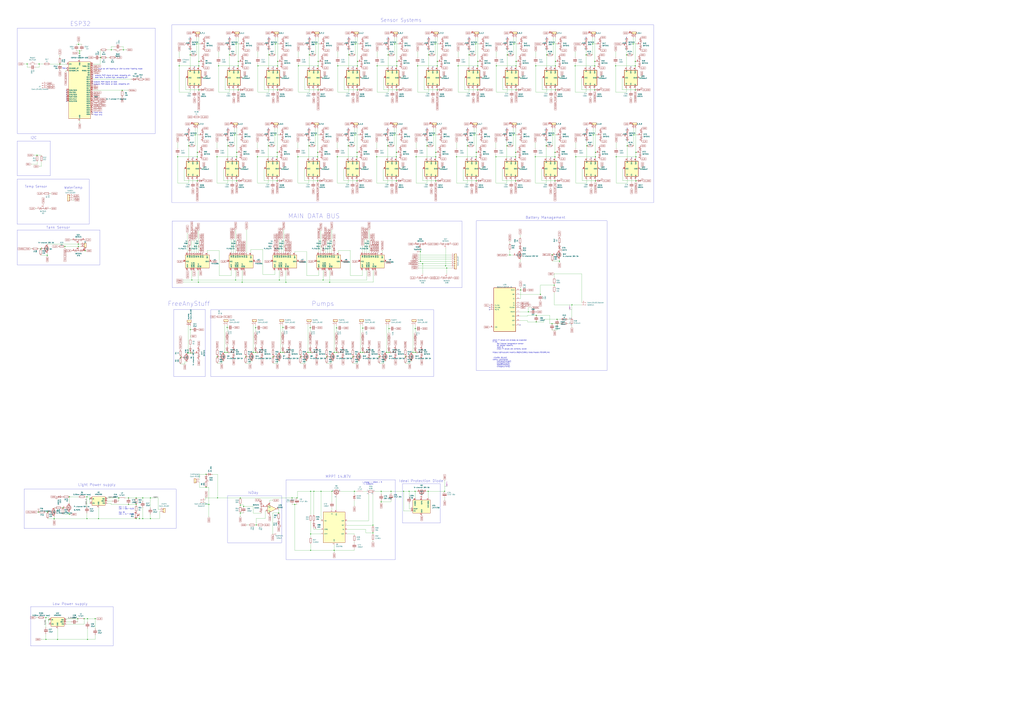
<source format=kicad_sch>
(kicad_sch (version 20230121) (generator eeschema)
  (paper "A0")
  (title_block (title "Plant Controller") (date "2020-12-21") (rev "0.4a") (company "C3MA"))
  (junction (at 242.57 586.105))
  (junction (at 460.756 104.394))
  (junction (at 279.019 586.867))
  (junction (at 649.605 303.53))
  (junction (at 415.036 76.454))
  (junction (at 110.49 718.82))
  (junction (at 738.378 182.118))
  (junction (at 387.985 639.445))
  (junction (at 100.965 577.215))
  (junction (at 228.346 51.054))
  (junction (at 276.606 76.454))
  (junction (at 274.066 51.054))
  (junction (at 261.112 409.448))
  (junction (at 321.818 177.038))
  (junction (at 322.326 76.454))
  (junction (at 390.652 409.448))
  (junction (at 239.268 566.293))
  (junction (at 143.256 57.912))
  (junction (at 239.268 551.053))
  (junction (at 552.196 51.054))
  (junction (at 437.896 76.454))
  (junction (at 321.818 210.058))
  (junction (at 100.965 602.615))
  (junction (at 230.378 327.914))
  (junction (at 598.678 210.058))
  (junction (at 667.766 76.454))
  (junction (at 442.595 582.93))
  (junction (at 490.728 306.324))
  (junction (at 454.025 570.865))
  (junction (at 621.538 182.118))
  (junction (at 226.568 156.718))
  (junction (at 507.746 76.454))
  (junction (at 552.958 182.118))
  (junction (at 488.188 292.354))
  (junction (at 297.561 609.981))
  (junction (at 415.036 104.394))
  (junction (at 642.366 51.054))
  (junction (at 368.808 210.058))
  (junction (at 346.456 76.454))
  (junction (at 218.44 410.21))
  (junction (at 360.172 380.746))
  (junction (at 505.206 51.054))
  (junction (at 482.092 409.448))
  (junction (at 599.186 71.374))
  (junction (at 328.422 380.492))
  (junction (at 474.98 570.865))
  (junction (at 690.626 71.374))
  (junction (at 264.668 169.418))
  (junction (at 165.735 578.485))
  (junction (at 348.742 414.528))
  (junction (at 104.267 579.628))
  (junction (at 421.132 409.448))
  (junction (at 457.708 156.718))
  (junction (at 274.828 177.038))
  (junction (at 598.678 177.038))
  (junction (at 483.108 182.118))
  (junction (at 641.35 295.91))
  (junction (at 62.865 602.615))
  (junction (at 450.596 63.754))
  (junction (at 73.025 589.915))
  (junction (at 141.859 104.902))
  (junction (at 263.652 409.448))
  (junction (at 42.926 180.34))
  (junction (at 344.805 578.485))
  (junction (at 497.586 63.754))
  (junction (at 279.019 596.138))
  (junction (at 92.456 59.182))
  (junction (at 627.507 342.011))
  (junction (at 449.072 409.448))
  (junction (at 554.736 104.394))
  (junction (at 229.108 210.058))
  (junction (at 158.115 602.615))
  (junction (at 664.083 354.203))
  (junction (at 634.238 169.418))
  (junction (at 516.255 570.865))
  (junction (at 294.132 409.448))
  (junction (at 530.098 182.118))
  (junction (at 299.466 76.454))
  (junction (at 229.108 177.038))
  (junction (at 404.368 169.418))
  (junction (at 285.242 414.528))
  (junction (at 622.046 76.454))
  (junction (at 319.786 51.054))
  (junction (at 149.225 578.485))
  (junction (at 668.528 182.118))
  (junction (at 360.172 409.448))
  (junction (at 437.388 182.118))
  (junction (at 421.132 381.254))
  (junction (at 468.63 570.865))
  (junction (at 411.48 570.865))
  (junction (at 404.876 63.754))
  (junction (at 331.978 327.914))
  (junction (at 646.811 370.967))
  (junction (at 47.244 289.052))
  (junction (at 161.925 602.615))
  (junction (at 433.07 610.235))
  (junction (at 272.288 156.718))
  (junction (at 738.378 210.058))
  (junction (at 252.222 414.528))
  (junction (at 369.316 104.394))
  (junction (at 507.746 71.374))
  (junction (at 737.616 71.374))
  (junction (at 497.205 570.865))
  (junction (at 460.248 177.038))
  (junction (at 53.34 742.95))
  (junction (at 360.68 639.445))
  (junction (at 596.138 156.718))
  (junction (at 575.818 182.118))
  (junction (at 727.456 63.754))
  (junction (at 458.216 51.054))
  (junction (at 273.558 325.374))
  (junction (at 442.595 570.865))
  (junction (at 507.746 104.394))
  (junction (at 481.965 570.865))
  (junction (at 390.652 381))
  (junction (at 691.388 182.118))
  (junction (at 137.795 578.485))
  (junction (at 375.158 325.374))
  (junction (at 388.112 409.448))
  (junction (at 252.603 578.485))
  (junction (at 90.932 283.718))
  (junction (at 542.798 169.418))
  (junction (at 552.958 177.038))
  (junction (at 266.446 63.754))
  (junction (at 312.166 63.754))
  (junction (at 385.445 570.865))
  (junction (at 366.776 51.054))
  (junction (at 598.678 182.118))
  (junction (at 116.586 66.802))
  (junction (at 206.248 182.118))
  (junction (at 644.398 177.038))
  (junction (at 495.808 169.418))
  (junction (at 738.378 177.038))
  (junction (at 66.802 742.95))
  (junction (at 222.758 325.374))
  (junction (at 409.702 414.528))
  (junction (at 517.398 308.864))
  (junction (at 369.316 71.374))
  (junction (at 80.645 577.215))
  (junction (at 644.398 210.058))
  (junction (at 97.79 718.82))
  (junction (at 392.176 76.454))
  (junction (at 298.958 182.118))
  (junction (at 550.418 156.718))
  (junction (at 680.466 63.754))
  (junction (at 230.886 76.454))
  (junction (at 364.49 570.865))
  (junction (at 460.248 210.058))
  (junction (at 735.838 156.718))
  (junction (at 75.438 286.258))
  (junction (at 316.992 414.528))
  (junction (at 531.876 76.454))
  (junction (at 411.988 156.718))
  (junction (at 230.886 104.394))
  (junction (at 56.642 720.09))
  (junction (at 737.616 104.394))
  (junction (at 220.726 63.754))
  (junction (at 415.036 71.374))
  (junction (at 158.115 586.105))
  (junction (at 114.427 602.615))
  (junction (at 345.948 182.118))
  (junction (at 688.086 51.054))
  (junction (at 544.576 63.754))
  (junction (at 690.626 104.394))
  (junction (at 599.186 104.394))
  (junction (at 588.518 169.418))
  (junction (at 451.612 381.762))
  (junction (at 737.616 76.454))
  (junction (at 479.552 409.448))
  (junction (at 276.606 104.394))
  (junction (at 129.286 57.912))
  (junction (at 274.828 210.058))
  (junction (at 358.648 169.418))
  (junction (at 276.606 71.374))
  (junction (at 505.968 210.058))
  (junction (at 296.672 409.448))
  (junction (at 174.625 602.615))
  (junction (at 44.704 594.995))
  (junction (at 319.278 156.718))
  (junction (at 433.07 619.125))
  (junction (at 372.745 570.865))
  (junction (at 360.68 570.865))
  (junction (at 460.756 71.374))
  (junction (at 98.806 291.338))
  (junction (at 450.088 169.418))
  (junction (at 342.265 586.105))
  (junction (at 158.115 578.485))
  (junction (at 505.968 182.118))
  (junction (at 149.225 586.105))
  (junction (at 604.393 336.931))
  (junction (at 282.829 588.518))
  (junction (at 470.662 414.528))
  (junction (at 251.968 182.118))
  (junction (at 691.388 210.058))
  (junction (at 296.672 380.746))
  (junction (at 208.026 76.454))
  (junction (at 274.828 182.118))
  (junction (at 484.886 76.454))
  (junction (at 644.398 182.118))
  (junction (at 322.326 71.374))
  (junction (at 323.596 596.011))
  (junction (at 382.778 327.914))
  (junction (at 391.668 182.118))
  (junction (at 728.218 169.418))
  (junction (at 596.646 51.054))
  (junction (at 253.746 76.454))
  (junction (at 691.388 177.038))
  (junction (at 322.326 104.394))
  (junction (at 359.156 63.754))
  (junction (at 321.818 182.118))
  (junction (at 80.645 597.535))
  (junction (at 451.612 409.448))
  (junction (at 460.248 182.118))
  (junction (at 505.968 177.038))
  (junction (at 90.932 286.258))
  (junction (at 45.466 74.295))
  (junction (at 324.358 325.374))
  (junction (at 366.268 156.718))
  (junction (at 263.652 380.492))
  (junction (at 634.746 63.754))
  (junction (at 101.6 742.95))
  (junction (at 360.68 620.395))
  (junction (at 220.98 383.032))
  (junction (at 230.886 71.374))
  (junction (at 622.681 366.395))
  (junction (at 53.34 717.55))
  (junction (at 554.736 71.374))
  (junction (at 715.518 182.118))
  (junction (at 440.182 414.528))
  (junction (at 735.076 51.054))
  (junction (at 165.735 602.615))
  (junction (at 554.736 76.454))
  (junction (at 31.496 74.295))
  (junction (at 643.509 331.343))
  (junction (at 599.186 76.454))
  (junction (at 54.864 296.672))
  (junction (at 482.092 381.762))
  (junction (at 311.658 169.418))
  (junction (at 622.681 374.015))
  (junction (at 412.496 51.054))
  (junction (at 379.222 414.528))
  (junction (at 101.6 718.82))
  (junction (at 339.09 578.485))
  (junction (at 414.528 210.058))
  (junction (at 460.756 76.454))
  (junction (at 90.17 718.82))
  (junction (at 552.958 210.058))
  (junction (at 589.026 63.754))
  (junction (at 503.428 156.718))
  (junction (at 644.906 76.454))
  (junction (at 229.108 182.118))
  (junction (at 209.55 415.29))
  (junction (at 369.316 76.454))
  (junction (at 281.178 327.914))
  (junction (at 174.625 578.485))
  (junction (at 55.245 594.995))
  (junction (at 328.422 409.448))
  (junction (at 488.188 303.784))
  (junction (at 690.626 76.454))
  (junction (at 644.906 71.374))
  (junction (at 688.848 156.718))
  (junction (at 613.537 362.331))
  (junction (at 640.969 376.047))
  (junction (at 220.98 410.21))
  (junction (at 592.074 296.291))
  (junction (at 714.756 76.454))
  (junction (at 69.596 74.422))
  (junction (at 92.456 61.722))
  (junction (at 418.592 409.448))
  (junction (at 518.668 311.404))
  (junction (at 368.808 182.118))
  (junction (at 91.186 51.562))
  (junction (at 325.882 409.448))
  (junction (at 414.528 182.118))
  (junction (at 576.326 76.454))
  (junction (at 414.528 177.038))
  (junction (at 368.808 177.038))
  (junction (at 644.906 104.394))
  (junction (at 279.019 578.485))
  (junction (at 641.858 156.718))
  (junction (at 681.228 169.418))
  (junction (at 218.948 169.418))
  (junction (at 357.632 409.448))
  (no_connect (at 681.228 149.098))
  (no_connect (at 359.156 43.434))
  (no_connect (at 107.696 132.842))
  (no_connect (at 593.598 183.388))
  (no_connect (at 77.216 107.442))
  (no_connect (at 409.448 183.388))
  (no_connect (at 634.238 149.098))
  (no_connect (at 547.878 183.388))
  (no_connect (at 404.368 149.098))
  (no_connect (at 568.325 359.791))
  (no_connect (at 500.888 183.388))
  (no_connect (at 107.696 97.282))
  (no_connect (at 107.696 87.122))
  (no_connect (at 77.216 112.522))
  (no_connect (at 495.808 149.098))
  (no_connect (at 77.216 117.602))
  (no_connect (at 363.728 183.388))
  (no_connect (at 269.748 183.388))
  (no_connect (at 107.696 89.662))
  (no_connect (at 224.028 183.388))
  (no_connect (at 639.826 77.724))
  (no_connect (at 634.746 43.434))
  (no_connect (at 264.668 149.098))
  (no_connect (at 639.318 183.388))
  (no_connect (at 77.216 104.902))
  (no_connect (at 685.546 77.724))
  (no_connect (at 107.696 94.742))
  (no_connect (at 77.216 79.502))
  (no_connect (at 107.696 130.302))
  (no_connect (at 728.218 149.098))
  (no_connect (at 680.466 43.434))
  (no_connect (at 358.648 149.098))
  (no_connect (at 312.166 43.434))
  (no_connect (at 266.446 43.434))
  (no_connect (at 727.456 43.434))
  (no_connect (at 549.656 77.724))
  (no_connect (at 409.956 77.724))
  (no_connect (at 450.596 43.434))
  (no_connect (at 686.308 183.388))
  (no_connect (at 450.088 149.098))
  (no_connect (at 455.168 183.388))
  (no_connect (at 364.236 77.724))
  (no_connect (at 311.658 149.098))
  (no_connect (at 497.586 43.434))
  (no_connect (at 77.216 115.062))
  (no_connect (at 568.325 357.251))
  (no_connect (at 589.026 43.434))
  (no_connect (at 732.536 77.724))
  (no_connect (at 77.216 109.982))
  (no_connect (at 502.666 77.724))
  (no_connect (at 594.106 77.724))
  (no_connect (at 317.246 77.724))
  (no_connect (at 404.876 43.434))
  (no_connect (at 225.806 77.724))
  (no_connect (at 220.726 43.434))
  (no_connect (at 271.526 77.724))
  (no_connect (at 588.518 149.098))
  (no_connect (at 455.676 77.724))
  (no_connect (at 544.576 43.434))
  (no_connect (at 603.885 377.571))
  (no_connect (at 733.298 183.388))
  (no_connect (at 542.798 149.098))
  (no_connect (at 218.948 149.098))
  (no_connect (at 316.738 183.388))
  (wire (pts (xy 43.053 187.833) (xy 43.053 190.754)))
  (wire (pts (xy 675.513 354.203) (xy 664.083 354.203)))
  (wire (pts (xy 76.962 720.09) (xy 76.962 718.82)))
  (wire (pts (xy 406.908 320.294) (xy 420.878 320.294)))
  (wire (pts (xy 220.726 103.124) (xy 220.726 106.934)))
  (wire (pts (xy 261.366 90.424) (xy 261.366 104.394)))
  (wire (pts (xy 311.658 164.338) (xy 311.658 169.418)))
  (wire (pts (xy 631.571 374.015) (xy 622.681 374.015)))
  (wire (pts (xy 274.828 149.098) (xy 274.828 177.038)))
  (wire (pts (xy 43.053 180.213) (xy 42.926 180.213)))
  (wire (pts (xy 133.096 54.102) (xy 129.286 54.102)))
  (wire (pts (xy 183.515 591.82) (xy 183.515 578.485)))
  (wire (pts (xy 451.612 381.762) (xy 451.612 386.588)))
  (wire (pts (xy 385.318 266.954) (xy 385.318 293.624)))
  (wire (pts (xy 345.44 570.865) (xy 345.44 578.485)))
  (wire (pts (xy 588.518 169.418) (xy 588.518 183.388)))
  (wire (pts (xy 322.326 43.434) (xy 322.326 71.374)))
  (wire (pts (xy 228.346 51.054) (xy 232.156 51.054)))
  (wire (pts (xy 274.828 210.058) (xy 274.828 211.328)))
  (wire (pts (xy 54.864 283.718) (xy 90.932 283.718)))
  (wire (pts (xy 279.019 596.138) (xy 279.019 600.329)))
  (wire (pts (xy 354.076 90.424) (xy 354.076 104.394)))
  (wire (pts (xy 629.158 210.058) (xy 644.398 210.058)))
  (wire (pts (xy 420.878 320.294) (xy 420.878 313.944)))
  (wire (pts (xy 322.072 419.608) (xy 322.072 422.148)))
  (wire (pts (xy 695.706 90.424) (xy 698.246 90.424)))
  (wire (pts (xy 263.652 377.698) (xy 263.652 380.492)))
  (wire (pts (xy 253.746 76.454) (xy 253.746 73.914)))
  (wire (pts (xy 92.456 59.182) (xy 94.996 59.182)))
  (wire (pts (xy 218.948 212.598) (xy 206.248 212.598)))
  (wire (pts (xy 231.648 551.053) (xy 239.268 551.053)))
  (wire (pts (xy 392.176 106.934) (xy 392.176 76.454)))
  (wire (pts (xy 359.156 106.934) (xy 346.456 106.934)))
  (wire (pts (xy 634.746 103.124) (xy 634.746 106.934)))
  (wire (pts (xy 485.648 308.864) (xy 517.398 308.864)))
  (wire (pts (xy 76.2 83.312) (xy 76.2 82.042)))
  (wire (pts (xy 478.282 419.608) (xy 475.742 419.608)))
  (wire (pts (xy 495.808 212.598) (xy 483.108 212.598)))
  (wire (pts (xy 372.745 605.155) (xy 372.745 570.865)))
  (wire (pts (xy 230.886 76.454) (xy 230.886 77.724)))
  (wire (pts (xy 185.42 602.615) (xy 185.42 594.36)))
  (wire (pts (xy 110.49 718.82) (xy 110.49 730.25)))
  (wire (pts (xy 467.868 194.818) (xy 467.868 196.088)))
  (wire (pts (xy 38.862 180.34) (xy 42.926 180.34)))
  (wire (pts (xy 399.796 104.394) (xy 415.036 104.394)))
  (wire (pts (xy 738.378 182.118) (xy 738.378 183.388)))
  (wire (pts (xy 390.652 409.448) (xy 388.112 409.448)))
  (wire (pts (xy 322.326 71.374) (xy 322.326 76.454)))
  (wire (pts (xy 422.148 194.818) (xy 422.148 196.088)))
  (wire (pts (xy 737.616 103.124) (xy 737.616 104.394)))
  (wire (pts (xy 390.525 578.485) (xy 390.525 592.455)))
  (wire (pts (xy 644.398 210.058) (xy 644.398 211.328)))
  (wire (pts (xy 470.662 413.258) (xy 470.662 414.528)))
  (wire (pts (xy 404.876 103.124) (xy 404.876 106.934)))
  (wire (pts (xy 450.088 164.338) (xy 450.088 169.418)))
  (wire (pts (xy 490.728 196.088) (xy 490.728 210.058)))
  (wire (pts (xy 437.896 76.454) (xy 437.896 73.914)))
  (wire (pts (xy 737.616 104.394) (xy 737.616 105.664)))
  (wire (pts (xy 735.838 156.718) (xy 739.648 156.718)))
  (wire (pts (xy 161.925 602.615) (xy 165.735 602.615)))
  (wire (pts (xy 217.678 270.764) (xy 217.678 293.624)))
  (wire (pts (xy 539.496 90.424) (xy 539.496 104.394)))
  (wire (pts (xy 329.438 194.818) (xy 329.438 196.088)))
  (wire (pts (xy 612.521 367.411) (xy 603.885 367.411)))
  (wire (pts (xy 537.718 196.088) (xy 537.718 210.058)))
  (wire (pts (xy 604.266 90.424) (xy 606.806 90.424)))
  (wire (pts (xy 345.948 182.118) (xy 345.948 179.578)))
  (wire (pts (xy 613.537 362.331) (xy 615.188 362.331)))
  (wire (pts (xy 497.205 570.865) (xy 497.205 578.485)))
  (wire (pts (xy 62.865 602.615) (xy 100.965 602.615)))
  (wire (pts (xy 659.003 370.967) (xy 660.273 370.967)))
  (wire (pts (xy 276.606 43.434) (xy 276.606 71.374)))
  (wire (pts (xy 512.826 90.424) (xy 515.366 90.424)))
  (wire (pts (xy 174.625 597.535) (xy 174.625 602.615)))
  (wire (pts (xy 346.456 76.454) (xy 369.316 76.454)))
  (wire (pts (xy 114.427 602.615) (xy 114.427 589.788)))
  (wire (pts (xy 640.207 295.91) (xy 641.35 295.91)))
  (wire (pts (xy 517.398 308.864) (xy 523.748 308.864)))
  (wire (pts (xy 385.445 570.865) (xy 385.445 582.93)))
  (wire (pts (xy 643.509 354.203) (xy 664.083 354.203)))
  (wire (pts (xy 714.756 76.454) (xy 714.756 73.914)))
  (wire (pts (xy 298.958 165.608) (xy 298.958 171.958)))
  (wire (pts (xy 680.466 106.934) (xy 667.766 106.934)))
  (wire (pts (xy 259.588 210.058) (xy 274.828 210.058)))
  (wire (pts (xy 409.702 413.258) (xy 409.702 414.528)))
  (wire (pts (xy 328.422 380.492) (xy 328.422 385.318)))
  (wire (pts (xy 737.616 43.434) (xy 737.616 71.374)))
  (wire (pts (xy 271.526 103.124) (xy 271.526 105.664)))
  (wire (pts (xy 324.358 313.944) (xy 324.358 325.374)))
  (wire (pts (xy 254.508 291.084) (xy 254.508 320.294)))
  (wire (pts (xy 128.905 584.708) (xy 128.905 586.105)))
  (wire (pts (xy 392.938 293.624) (xy 392.938 291.084)))
  (wire (pts (xy 643.509 318.135) (xy 643.509 322.707)))
  (wire (pts (xy 415.036 104.394) (xy 415.036 105.664)))
  (wire (pts (xy 411.48 570.865) (xy 411.48 574.04)))
  (wire (pts (xy 485.648 306.324) (xy 490.728 306.324)))
  (wire (pts (xy 364.236 103.124) (xy 364.236 105.664)))
  (wire (pts (xy 279.908 196.088) (xy 282.448 196.088)))
  (wire (pts (xy 392.938 291.084) (xy 406.908 291.084)))
  (wire (pts (xy 675.386 90.424) (xy 675.386 104.394)))
  (wire (pts (xy 321.818 182.118) (xy 321.818 183.388)))
  (wire (pts (xy 442.595 570.865) (xy 435.61 570.865)))
  (wire (pts (xy 484.886 76.454) (xy 507.746 76.454)))
  (wire (pts (xy 417.322 419.608) (xy 414.782 419.608)))
  (wire (pts (xy 542.798 169.418) (xy 542.798 183.388)))
  (wire (pts (xy 550.418 149.098) (xy 550.418 156.718)))
  (wire (pts (xy 92.456 59.182) (xy 92.456 61.722)))
  (wire (pts (xy 324.612 419.608) (xy 322.072 419.608)))
  (wire (pts (xy 58.166 74.295) (xy 58.293 74.295)))
  (wire (pts (xy 305.308 289.814) (xy 305.308 319.024)))
  (wire (pts (xy 358.648 212.598) (xy 345.948 212.598)))
  (wire (pts (xy 316.992 413.258) (xy 316.992 414.528)))
  (wire (pts (xy 691.388 149.098) (xy 691.388 177.038)))
  (wire (pts (xy 560.578 194.818) (xy 560.578 196.088)))
  (wire (pts (xy 360.68 570.865) (xy 364.49 570.865)))
  (wire (pts (xy 131.826 57.912) (xy 129.286 57.912)))
  (wire (pts (xy 530.098 212.598) (xy 530.098 182.118)))
  (wire (pts (xy 681.228 212.598) (xy 668.528 212.598)))
  (wire (pts (xy 411.48 581.66) (xy 411.48 588.01)))
  (wire (pts (xy 53.34 717.55) (xy 56.642 717.55)))
  (wire (pts (xy 100.965 596.265) (xy 100.965 602.615)))
  (wire (pts (xy 342.138 292.354) (xy 356.108 292.354)))
  (wire (pts (xy 552.196 51.054) (xy 556.006 51.054)))
  (wire (pts (xy 263.652 409.448) (xy 266.192 409.448)))
  (wire (pts (xy 97.79 718.82) (xy 101.6 718.82)))
  (wire (pts (xy 366.776 51.054) (xy 366.776 63.754)))
  (wire (pts (xy 239.268 566.293) (xy 242.57 566.293)))
  (wire (pts (xy 688.086 51.054) (xy 691.896 51.054)))
  (wire (pts (xy 723.138 210.058) (xy 738.378 210.058)))
  (wire (pts (xy 387.985 633.095) (xy 387.985 639.445)))
  (wire (pts (xy 261.366 104.394) (xy 276.606 104.394)))
  (wire (pts (xy 276.606 103.124) (xy 276.606 104.394)))
  (wire (pts (xy 596.138 156.718) (xy 596.138 169.418)))
  (wire (pts (xy 505.206 51.054) (xy 509.016 51.054)))
  (wire (pts (xy 382.778 327.914) (xy 433.578 327.914)))
  (wire (pts (xy 69.596 74.422) (xy 77.216 74.422)))
  (wire (pts (xy 110.49 718.82) (xy 111.76 718.82)))
  (wire (pts (xy 513.588 194.818) (xy 513.588 196.088)))
  (wire (pts (xy 328.422 409.448) (xy 325.882 409.448)))
  (wire (pts (xy 339.09 586.105) (xy 342.265 586.105)))
  (wire (pts (xy 323.469 591.185) (xy 323.596 591.185)))
  (wire (pts (xy 583.438 196.088) (xy 583.438 210.058)))
  (wire (pts (xy 437.388 212.598) (xy 437.388 182.118)))
  (wire (pts (xy 544.576 63.754) (xy 544.576 77.724)))
  (wire (pts (xy 356.108 320.294) (xy 370.078 320.294)))
  (wire (pts (xy 559.816 90.424) (xy 562.356 90.424)))
  (wire (pts (xy 185.42 591.82) (xy 183.515 591.82)))
  (wire (pts (xy 158.115 578.485) (xy 165.735 578.485)))
  (wire (pts (xy 484.886 76.454) (xy 484.886 73.914)))
  (wire (pts (xy 468.63 570.865) (xy 474.98 570.865)))
  (wire (pts (xy 404.876 106.934) (xy 392.176 106.934)))
  (wire (pts (xy 483.108 165.608) (xy 483.108 171.958)))
  (wire (pts (xy 372.745 570.865) (xy 385.445 570.865)))
  (wire (pts (xy 274.066 51.054) (xy 277.876 51.054)))
  (wire (pts (xy 62.865 602.615) (xy 62.865 603.885)))
  (wire (pts (xy 552.196 43.434) (xy 552.196 51.054)))
  (wire (pts (xy 268.478 278.384) (xy 268.478 293.624)))
  (wire (pts (xy 42.926 180.34) (xy 48.133 180.34)))
  (wire (pts (xy 279.019 586.867) (xy 282.829 586.867)))
  (wire (pts (xy 390.652 401.066) (xy 390.652 401.828)))
  (wire (pts (xy 627.507 342.011) (xy 627.507 331.343)))
  (wire (pts (xy 646.811 383.667) (xy 640.969 383.667)))
  (wire (pts (xy 375.158 313.944) (xy 375.158 325.374)))
  (wire (pts (xy 231.648 557.403) (xy 231.648 551.053)))
  (wire (pts (xy 481.965 570.865) (xy 481.965 578.485)))
  (wire (pts (xy 502.666 103.124) (xy 502.666 105.664)))
  (wire (pts (xy 596.646 43.434) (xy 596.646 51.054)))
  (wire (pts (xy 312.166 63.754) (xy 312.166 77.724)))
  (wire (pts (xy 141.859 104.902) (xy 107.696 104.902)))
  (wire (pts (xy 488.188 303.784) (xy 523.748 303.784)))
  (wire (pts (xy 649.605 300.99) (xy 649.605 303.53)))
  (wire (pts (xy 296.672 377.698) (xy 296.672 380.746)))
  (wire (pts (xy 404.368 169.418) (xy 404.368 183.388)))
  (wire (pts (xy 404.876 63.754) (xy 404.876 77.724)))
  (wire (pts (xy 450.596 63.754) (xy 450.596 77.724)))
  (wire (pts (xy 592.074 280.797) (xy 592.074 282.956)))
  (wire (pts (xy 497.586 106.934) (xy 484.886 106.934)))
  (wire (pts (xy 124.206 66.802) (xy 126.746 66.802)))
  (wire (pts (xy 516.255 581.152) (xy 516.255 578.485)))
  (wire (pts (xy 562.356 89.154) (xy 562.356 90.424)))
  (wire (pts (xy 503.428 156.718) (xy 503.428 169.418)))
  (wire (pts (xy 639.318 208.788) (xy 639.318 211.328)))
  (wire (pts (xy 100.965 602.615) (xy 114.427 602.615)))
  (wire (pts (xy 272.288 149.098) (xy 272.288 156.718)))
  (wire (pts (xy 411.48 620.395) (xy 411.48 621.665)))
  (wire (pts (xy 327.406 90.424) (xy 329.946 90.424)))
  (wire (pts (xy 639.826 103.124) (xy 639.826 105.664)))
  (wire (pts (xy 76.962 718.82) (xy 90.17 718.82)))
  (wire (pts (xy 251.968 182.118) (xy 274.828 182.118)))
  (wire (pts (xy 594.106 103.124) (xy 594.106 105.664)))
  (wire (pts (xy 531.876 59.944) (xy 531.876 66.294)))
  (wire (pts (xy 92.456 61.722) (xy 91.186 61.722)))
  (wire (pts (xy 643.509 331.343) (xy 643.509 330.327)))
  (wire (pts (xy 234.188 196.088) (xy 236.728 196.088)))
  (wire (pts (xy 391.668 182.118) (xy 391.668 179.578)))
  (wire (pts (xy 475.742 422.148) (xy 470.662 422.148)))
  (wire (pts (xy 100.965 577.215) (xy 104.267 577.215)))
  (wire (pts (xy 598.678 208.788) (xy 598.678 210.058)))
  (wire (pts (xy 427.99 605.155) (xy 403.225 605.155)))
  (wire (pts (xy 714.756 59.944) (xy 714.756 66.294)))
  (wire (pts (xy 451.612 409.448) (xy 449.072 409.448)))
  (wire (pts (xy 34.036 78.105) (xy 31.496 78.105)))
  (wire (pts (xy 421.132 381.254) (xy 421.132 386.08)))
  (wire (pts (xy 129.286 54.102) (xy 129.286 57.912)))
  (wire (pts (xy 379.222 413.258) (xy 379.222 414.528)))
  (wire (pts (xy 322.326 104.394) (xy 322.326 105.664)))
  (wire (pts (xy 544.576 103.124) (xy 544.576 106.934)))
  (wire (pts (xy 53.34 717.55) (xy 53.34 728.98)))
  (wire (pts (xy 274.066 43.434) (xy 274.066 51.054)))
  (wire (pts (xy 451.612 409.448) (xy 454.152 409.448)))
  (wire (pts (xy 317.246 103.124) (xy 317.246 105.664)))
  (wire (pts (xy 552.958 208.788) (xy 552.958 210.058)))
  (wire (pts (xy 468.376 89.154) (xy 468.376 90.424)))
  (wire (pts (xy 360.68 620.395) (xy 372.745 620.395)))
  (wire (pts (xy 294.132 596.265) (xy 303.149 596.265)))
  (wire (pts (xy 458.216 43.434) (xy 458.216 51.054)))
  (wire (pts (xy 220.98 410.21) (xy 225.806 410.21)))
  (wire (pts (xy 364.49 615.315) (xy 364.49 613.41)))
  (wire (pts (xy 76.962 725.17) (xy 97.79 725.17)))
  (wire (pts (xy 445.516 90.424) (xy 445.516 104.394)))
  (wire (pts (xy 442.595 582.93) (xy 442.595 584.2)))
  (wire (pts (xy 212.598 325.374) (xy 222.758 325.374)))
  (wire (pts (xy 411.48 570.865) (xy 414.02 570.865)))
  (wire (pts (xy 290.322 419.608) (xy 290.322 422.148)))
  (wire (pts (xy 433.07 610.235) (xy 433.07 610.87)))
  (wire (pts (xy 263.652 380.492) (xy 263.652 385.318)))
  (wire (pts (xy 604.393 336.931) (xy 605.155 336.931)))
  (wire (pts (xy 399.796 90.424) (xy 399.796 104.394)))
  (wire (pts (xy 414.782 419.608) (xy 414.782 422.148)))
  (wire (pts (xy 423.418 278.384) (xy 423.418 293.624)))
  (wire (pts (xy 226.568 156.718) (xy 230.378 156.718)))
  (wire (pts (xy 259.588 196.088) (xy 259.588 210.058)))
  (wire (pts (xy 644.906 71.374) (xy 644.906 76.454)))
  (wire (pts (xy 507.746 103.124) (xy 507.746 104.394)))
  (wire (pts (xy 345.44 570.865) (xy 360.68 570.865)))
  (wire (pts (xy 331.978 327.914) (xy 382.778 327.914)))
  (wire (pts (xy 360.172 380.746) (xy 360.172 385.572)))
  (wire (pts (xy 246.888 551.053) (xy 252.603 551.053)))
  (wire (pts (xy 667.766 59.944) (xy 667.766 66.294)))
  (wire (pts (xy 649.986 90.424) (xy 652.526 90.424)))
  (wire (pts (xy 505.968 210.058) (xy 505.968 211.328)))
  (wire (pts (xy 387.985 639.445) (xy 387.985 641.985)))
  (wire (pts (xy 598.678 182.118) (xy 598.678 183.388)))
  (wire (pts (xy 507.746 43.434) (xy 507.746 71.374)))
  (wire (pts (xy 54.864 296.672) (xy 54.864 297.942)))
  (wire (pts (xy 296.672 380.746) (xy 296.672 385.572)))
  (wire (pts (xy 403.225 610.235) (xy 433.07 610.235)))
  (wire (pts (xy 272.288 156.718) (xy 272.288 169.418)))
  (wire (pts (xy 474.98 584.835) (xy 474.98 591.185)))
  (wire (pts (xy 242.57 586.105) (xy 242.57 600.71)))
  (wire (pts (xy 281.178 327.914) (xy 331.978 327.914)))
  (wire (pts (xy 212.598 327.914) (xy 230.378 327.914)))
  (wire (pts (xy 57.658 242.189) (xy 58.928 242.189)))
  (wire (pts (xy 403.225 620.395) (xy 411.48 620.395)))
  (wire (pts (xy 253.746 59.944) (xy 253.746 66.294)))
  (wire (pts (xy 627.507 331.343) (xy 643.509 331.343)))
  (wire (pts (xy 319.786 51.054) (xy 319.786 63.754)))
  (wire (pts (xy 425.958 278.384) (xy 425.958 293.624)))
  (wire (pts (xy 406.908 291.084) (xy 406.908 320.294)))
  (wire (pts (xy 91.186 51.562) (xy 94.996 51.562)))
  (wire (pts (xy 215.646 104.394) (xy 230.886 104.394)))
  (wire (pts (xy 542.798 164.338) (xy 542.798 169.418)))
  (wire (pts (xy 364.49 570.865) (xy 372.745 570.865)))
  (wire (pts (xy 286.258 266.954) (xy 286.258 293.624)))
  (wire (pts (xy 599.186 104.394) (xy 599.186 105.664)))
  (wire (pts (xy 321.818 210.058) (xy 321.818 211.328)))
  (wire (pts (xy 552.958 177.038) (xy 552.958 182.118)))
  (wire (pts (xy 261.112 409.448) (xy 259.842 409.448)))
  (wire (pts (xy 445.008 210.058) (xy 460.248 210.058)))
  (wire (pts (xy 297.561 602.234) (xy 308.229 602.234)))
  (wire (pts (xy 145.415 578.485) (xy 149.225 578.485)))
  (wire (pts (xy 638.429 366.395) (xy 622.681 366.395)))
  (wire (pts (xy 321.818 149.098) (xy 321.818 177.038)))
  (wire (pts (xy 73.025 597.535) (xy 80.645 597.535)))
  (wire (pts (xy 220.98 383.032) (xy 222.504 383.032)))
  (wire (pts (xy 414.528 149.098) (xy 414.528 177.038)))
  (wire (pts (xy 281.178 313.944) (xy 281.178 327.914)))
  (wire (pts (xy 360.68 605.79) (xy 360.68 620.395)))
  (wire (pts (xy 42.418 242.189) (xy 41.148 242.189)))
  (wire (pts (xy 299.466 106.934) (xy 299.466 76.454)))
  (wire (pts (xy 312.166 58.674) (xy 312.166 63.754)))
  (wire (pts (xy 274.828 208.788) (xy 274.828 210.058)))
  (wire (pts (xy 427.99 574.675) (xy 427.99 605.155)))
  (wire (pts (xy 414.782 422.148) (xy 409.702 422.148)))
  (wire (pts (xy 447.802 419.608) (xy 445.262 419.608)))
  (wire (pts (xy 101.6 718.82) (xy 101.6 722.63)))
  (wire (pts (xy 483.108 182.118) (xy 505.968 182.118)))
  (wire (pts (xy 451.612 377.698) (xy 451.612 381.762)))
  (wire (pts (xy 128.905 586.105) (xy 149.225 586.105)))
  (wire (pts (xy 443.738 291.084) (xy 443.738 293.624)))
  (wire (pts (xy 325.882 409.448) (xy 324.612 409.448)))
  (wire (pts (xy 225.806 103.124) (xy 225.806 105.664)))
  (wire (pts (xy 76.2 82.042) (xy 77.216 82.042)))
  (wire (pts (xy 263.652 401.828) (xy 263.652 400.558)))
  (wire (pts (xy 263.652 409.448) (xy 261.112 409.448)))
  (wire (pts (xy 460.248 149.098) (xy 460.248 177.038)))
  (wire (pts (xy 230.886 103.124) (xy 230.886 104.394)))
  (wire (pts (xy 124.587 578.485) (xy 137.795 578.485)))
  (wire (pts (xy 542.798 212.598) (xy 530.098 212.598)))
  (wire (pts (xy 554.736 76.454) (xy 554.736 77.724)))
  (wire (pts (xy 500.888 208.788) (xy 500.888 211.328)))
  (wire (pts (xy 41.91 717.55) (xy 43.942 717.55)))
  (wire (pts (xy 80.645 597.535) (xy 80.645 594.995)))
  (wire (pts (xy 208.026 76.454) (xy 230.886 76.454)))
  (wire (pts (xy 643.509 318.135) (xy 675.513 318.135)))
  (wire (pts (xy 552.958 182.118) (xy 552.958 183.388)))
  (wire (pts (xy 688.086 43.434) (xy 688.086 51.054)))
  (wire (pts (xy 230.378 268.224) (xy 230.378 293.624)))
  (wire (pts (xy 143.256 57.912) (xy 141.986 57.912)))
  (wire (pts (xy 360.172 400.812) (xy 360.172 401.828)))
  (wire (pts (xy 229.108 177.038) (xy 229.108 182.118)))
  (wire (pts (xy 225.298 279.654) (xy 225.298 293.624)))
  (wire (pts (xy 322.326 76.454) (xy 322.326 77.724)))
  (wire (pts (xy 174.625 578.485) (xy 183.515 578.485)))
  (wire (pts (xy 691.388 208.788) (xy 691.388 210.058)))
  (wire (pts (xy 274.828 182.118) (xy 274.828 183.388)))
  (wire (pts (xy 421.132 377.698) (xy 421.132 381.254)))
  (wire (pts (xy 80.645 577.215) (xy 80.645 584.835)))
  (wire (pts (xy 485.648 303.784) (xy 488.188 303.784)))
  (wire (pts (xy 218.44 410.21) (xy 217.17 410.21)))
  (wire (pts (xy 69.596 66.802) (xy 69.596 64.262)))
  (wire (pts (xy 598.678 210.058) (xy 598.678 211.328)))
  (wire (pts (xy 505.206 51.054) (xy 505.206 63.754)))
  (wire (pts (xy 48.133 193.294) (xy 48.133 187.96)))
  (wire (pts (xy 631.571 370.967) (xy 631.571 374.015)))
  (wire (pts (xy 218.948 169.418) (xy 218.948 183.388)))
  (wire (pts (xy 230.886 43.434) (xy 230.886 71.374)))
  (wire (pts (xy 124.587 582.168) (xy 124.714 582.168)))
  (wire (pts (xy 238.125 583.565) (xy 238.125 586.105)))
  (wire (pts (xy 261.112 377.698) (xy 261.112 409.448)))
  (wire (pts (xy 403.225 615.315) (xy 424.815 615.315)))
  (wire (pts (xy 104.267 579.628) (xy 104.267 584.708)))
  (wire (pts (xy 596.138 156.718) (xy 599.948 156.718)))
  (wire (pts (xy 99.822 291.338) (xy 98.806 291.338)))
  (wire (pts (xy 266.446 58.674) (xy 266.446 63.754)))
  (wire (pts (xy 80.645 597.535) (xy 81.915 597.535)))
  (wire (pts (xy 696.468 196.088) (xy 699.008 196.088)))
  (wire (pts (xy 646.811 378.587) (xy 646.811 383.667)))
  (wire (pts (xy 252.603 551.053) (xy 252.603 578.485)))
  (wire (pts (xy 641.35 295.91) (xy 641.985 295.91)))
  (wire (pts (xy 583.946 90.424) (xy 583.946 104.394)))
  (wire (pts (xy 644.906 43.434) (xy 644.906 71.374)))
  (wire (pts (xy 606.806 89.154) (xy 606.806 90.424)))
  (wire (pts (xy 90.932 283.718) (xy 93.726 283.718)))
  (wire (pts (xy 589.661 296.291) (xy 592.074 296.291)))
  (wire (pts (xy 437.896 106.934) (xy 437.896 76.454)))
  (wire (pts (xy 240.538 291.084) (xy 240.538 293.624)))
  (wire (pts (xy 369.316 71.374) (xy 369.316 76.454)))
  (wire (pts (xy 31.496 74.295) (xy 31.496 78.105)))
  (wire (pts (xy 675.386 104.394) (xy 690.626 104.394)))
  (wire (pts (xy 460.248 208.788) (xy 460.248 210.058)))
  (wire (pts (xy 621.538 165.608) (xy 621.538 171.958)))
  (wire (pts (xy 634.746 58.674) (xy 634.746 63.754)))
  (wire (pts (xy 485.648 296.164) (xy 523.748 296.164)))
  (wire (pts (xy 598.678 177.038) (xy 598.678 182.118)))
  (wire (pts (xy 47.752 742.95) (xy 53.34 742.95)))
  (wire (pts (xy 442.595 574.04) (xy 442.595 570.865)))
  (wire (pts (xy 129.286 57.912) (xy 124.206 57.912)))
  (wire (pts (xy 445.008 196.088) (xy 445.008 210.058)))
  (wire (pts (xy 723.138 196.088) (xy 723.138 210.058)))
  (wire (pts (xy 643.509 339.979) (xy 643.509 354.203)))
  (wire (pts (xy 228.346 51.054) (xy 228.346 63.754)))
  (wire (pts (xy 319.278 149.098) (xy 319.278 156.718)))
  (wire (pts (xy 359.156 103.124) (xy 359.156 106.934)))
  (wire (pts (xy 576.326 76.454) (xy 599.186 76.454)))
  (wire (pts (xy 644.398 182.118) (xy 644.398 183.388)))
  (wire (pts (xy 326.898 196.088) (xy 329.438 196.088)))
  (wire (pts (xy 737.616 76.454) (xy 737.616 77.724)))
  (wire (pts (xy 228.346 43.434) (xy 228.346 51.054)))
  (wire (pts (xy 316.611 581.152) (xy 313.309 581.152)))
  (wire (pts (xy 409.448 208.788) (xy 409.448 211.328)))
  (wire (pts (xy 415.036 43.434) (xy 415.036 71.374)))
  (wire (pts (xy 485.648 298.704) (xy 523.748 298.704)))
  (wire (pts (xy 229.108 210.058) (xy 229.108 211.328)))
  (wire (pts (xy 82.042 278.638) (xy 83.312 278.638)))
  (wire (pts (xy 370.078 278.384) (xy 370.078 293.624)))
  (wire (pts (xy 299.466 76.454) (xy 299.466 73.914)))
  (wire (pts (xy 492.506 104.394) (xy 507.746 104.394)))
  (wire (pts (xy 357.632 409.448) (xy 356.362 409.448)))
  (wire (pts (xy 305.308 319.024) (xy 319.278 319.024)))
  (wire (pts (xy 612.521 374.015) (xy 622.681 374.015)))
  (wire (pts (xy 306.578 210.058) (xy 321.818 210.058)))
  (wire (pts (xy 537.718 210.058) (xy 552.958 210.058)))
  (wire (pts (xy 323.596 591.185) (xy 323.596 596.011)))
  (wire (pts (xy 691.388 182.118) (xy 691.388 183.388)))
  (wire (pts (xy 251.968 182.118) (xy 251.968 179.578)))
  (wire (pts (xy 698.246 89.154) (xy 698.246 90.424)))
  (wire (pts (xy 218.44 410.21) (xy 220.98 410.21)))
  (wire (pts (xy 681.228 164.338) (xy 681.228 169.418)))
  (wire (pts (xy 681.228 208.788) (xy 681.228 212.598)))
  (wire (pts (xy 412.496 51.054) (xy 416.306 51.054)))
  (wire (pts (xy 124.714 582.295) (xy 130.175 582.295)))
  (wire (pts (xy 101.6 730.25) (xy 101.6 742.95)))
  (wire (pts (xy 116.586 66.802) (xy 116.586 74.422)))
  (wire (pts (xy 411.988 156.718) (xy 411.988 169.418)))
  (wire (pts (xy 358.648 164.338) (xy 358.648 169.418)))
  (wire (pts (xy 273.558 266.954) (xy 273.558 293.624)))
  (wire (pts (xy 505.968 208.788) (xy 505.968 210.058)))
  (wire (pts (xy 450.596 103.124) (xy 450.596 106.934)))
  (wire (pts (xy 90.932 286.258) (xy 93.726 286.258)))
  (wire (pts (xy 124.587 584.708) (xy 128.905 584.708)))
  (wire (pts (xy 475.742 419.608) (xy 475.742 422.148)))
  (wire (pts (xy 230.886 104.394) (xy 230.886 105.664)))
  (wire (pts (xy 621.538 212.598) (xy 621.538 182.118)))
  (wire (pts (xy 158.115 586.105) (xy 158.115 587.375)))
  (wire (pts (xy 603.885 301.371) (xy 603.885 304.673)))
  (wire (pts (xy 437.388 182.118) (xy 437.388 179.578)))
  (wire (pts (xy 603.885 342.011) (xy 627.507 342.011)))
  (wire (pts (xy 652.018 194.818) (xy 652.018 196.088)))
  (wire (pts (xy 455.168 208.788) (xy 455.168 211.328)))
  (wire (pts (xy 474.98 570.865) (xy 474.98 577.215)))
  (wire (pts (xy 236.728 194.818) (xy 236.728 196.088)))
  (wire (pts (xy 681.228 169.418) (xy 681.228 183.388)))
  (wire (pts (xy 589.026 103.124) (xy 589.026 106.934)))
  (wire (pts (xy 107.696 74.422) (xy 116.586 74.422)))
  (wire (pts (xy 411.48 639.445) (xy 387.985 639.445)))
  (wire (pts (xy 460.248 210.058) (xy 460.248 211.328)))
  (wire (pts (xy 324.358 278.384) (xy 324.358 293.624)))
  (wire (pts (xy 27.686 74.295) (xy 31.496 74.295)))
  (wire (pts (xy 685.546 103.124) (xy 685.546 105.664)))
  (wire (pts (xy 589.026 63.754) (xy 589.026 77.724)))
  (wire (pts (xy 266.446 103.124) (xy 266.446 106.934)))
  (wire (pts (xy 47.244 296.672) (xy 54.864 296.672)))
  (wire (pts (xy 621.538 182.118) (xy 644.398 182.118)))
  (wire (pts (xy 390.652 377.698) (xy 390.652 381)))
  (wire (pts (xy 240.538 291.084) (xy 254.508 291.084)))
  (wire (pts (xy 460.756 71.374) (xy 460.756 76.454)))
  (wire (pts (xy 715.518 182.118) (xy 738.378 182.118)))
  (wire (pts (xy 411.48 629.285) (xy 411.48 630.555)))
  (wire (pts (xy 360.68 631.825) (xy 360.68 639.445)))
  (wire (pts (xy 599.186 103.124) (xy 599.186 104.394)))
  (wire (pts (xy 733.298 208.788) (xy 733.298 211.328)))
  (wire (pts (xy 58.293 74.295) (xy 58.293 74.422)))
  (wire (pts (xy 644.906 104.394) (xy 644.906 105.664)))
  (wire (pts (xy 251.968 212.598) (xy 251.968 182.118)))
  (wire (pts (xy 213.868 210.058) (xy 229.108 210.058)))
  (wire (pts (xy 629.666 104.394) (xy 644.906 104.394)))
  (wire (pts (xy 252.222 413.258) (xy 252.222 414.528)))
  (wire (pts (xy 299.466 59.944) (xy 299.466 66.294)))
  (wire (pts (xy 668.528 212.598) (xy 668.528 182.118)))
  (wire (pts (xy 691.388 177.038) (xy 691.388 182.118)))
  (wire (pts (xy 231.648 559.943) (xy 231.648 566.293)))
  (wire (pts (xy 344.805 578.485) (xy 345.44 578.485)))
  (wire (pts (xy 474.98 570.865) (xy 481.965 570.865)))
  (wire (pts (xy 503.428 149.098) (xy 503.428 156.718)))
  (wire (pts (xy 238.125 578.485) (xy 252.603 578.485)))
  (wire (pts (xy 476.885 593.725) (xy 468.63 593.725)))
  (wire (pts (xy 732.536 103.124) (xy 732.536 105.664)))
  (wire (pts (xy 518.668 311.404) (xy 523.748 311.404)))
  (wire (pts (xy 458.216 51.054) (xy 458.216 63.754)))
  (wire (pts (xy 479.552 409.448) (xy 478.282 409.448)))
  (wire (pts (xy 56.642 720.09) (xy 56.642 725.17)))
  (wire (pts (xy 331.978 313.944) (xy 331.978 327.914)))
  (wire (pts (xy 550.418 156.718) (xy 554.228 156.718)))
  (wire (pts (xy 544.576 106.934) (xy 531.876 106.934)))
  (wire (pts (xy 642.366 51.054) (xy 646.176 51.054)))
  (wire (pts (xy 91.186 49.022) (xy 91.186 51.562)))
  (wire (pts (xy 375.158 325.374) (xy 425.958 325.374)))
  (wire (pts (xy 319.278 319.024) (xy 319.278 313.944)))
  (wire (pts (xy 641.858 149.098) (xy 641.858 156.718)))
  (wire (pts (xy 583.946 104.394) (xy 599.186 104.394)))
  (wire (pts (xy 368.808 210.058) (xy 368.808 211.328)))
  (wire (pts (xy 328.422 409.448) (xy 330.962 409.448)))
  (wire (pts (xy 279.019 586.867) (xy 279.019 588.137)))
  (wire (pts (xy 208.026 106.934) (xy 208.026 76.454)))
  (wire (pts (xy 404.368 164.338) (xy 404.368 169.418)))
  (wire (pts (xy 345.948 165.608) (xy 345.948 171.958)))
  (wire (pts (xy 360.172 377.698) (xy 360.172 380.746)))
  (wire (pts (xy 603.758 196.088) (xy 606.298 196.088)))
  (wire (pts (xy 346.456 59.944) (xy 346.456 66.294)))
  (wire (pts (xy 88.646 51.562) (xy 91.186 51.562)))
  (wire (pts (xy 319.278 156.718) (xy 323.088 156.718)))
  (wire (pts (xy 363.728 208.788) (xy 363.728 211.328)))
  (wire (pts (xy 291.338 289.814) (xy 305.308 289.814)))
  (wire (pts (xy 404.368 208.788) (xy 404.368 212.598)))
  (wire (pts (xy 576.326 106.934) (xy 576.326 76.454)))
  (wire (pts (xy 45.466 74.295) (xy 45.466 78.105)))
  (wire (pts (xy 640.969 376.047) (xy 651.383 376.047)))
  (wire (pts (xy 450.088 212.598) (xy 437.388 212.598)))
  (wire (pts (xy 368.808 149.098) (xy 368.808 177.038)))
  (wire (pts (xy 728.218 169.418) (xy 728.218 183.388)))
  (wire (pts (xy 479.552 377.698) (xy 479.552 409.448)))
  (wire (pts (xy 588.518 212.598) (xy 575.818 212.598)))
  (wire (pts (xy 691.388 210.058) (xy 691.388 211.328)))
  (wire (pts (xy 644.398 177.038) (xy 644.398 182.118)))
  (wire (pts (xy 589.026 58.674) (xy 589.026 63.754)))
  (wire (pts (xy 688.848 149.098) (xy 688.848 156.718)))
  (wire (pts (xy 165.735 589.915) (xy 165.735 602.615)))
  (wire (pts (xy 420.116 90.424) (xy 422.656 90.424)))
  (wire (pts (xy 57.912 224.79) (xy 59.182 224.79)))
  (wire (pts (xy 342.265 586.105) (xy 344.805 586.105)))
  (wire (pts (xy 308.229 602.234) (xy 308.229 593.725)))
  (wire (pts (xy 297.561 609.981) (xy 298.45 609.981)))
  (wire (pts (xy 226.568 149.098) (xy 226.568 156.718)))
  (wire (pts (xy 488.188 292.354) (xy 488.188 303.784)))
  (wire (pts (xy 390.652 381) (xy 390.652 385.826)))
  (wire (pts (xy 296.418 609.981) (xy 297.561 609.981)))
  (wire (pts (xy 668.528 165.608) (xy 668.528 171.958)))
  (wire (pts (xy 517.398 288.544) (xy 517.398 308.864)))
  (wire (pts (xy 412.496 43.434) (xy 412.496 51.054)))
  (wire (pts (xy 494.665 570.865) (xy 497.205 570.865)))
  (wire (pts (xy 576.326 59.944) (xy 576.326 66.294)))
  (wire (pts (xy 251.968 165.608) (xy 251.968 171.958)))
  (wire (pts (xy 742.696 90.424) (xy 745.236 90.424)))
  (wire (pts (xy 495.808 208.788) (xy 495.808 212.598)))
  (wire (pts (xy 227.838 277.114) (xy 227.838 293.624)))
  (wire (pts (xy 690.626 71.374) (xy 690.626 76.454)))
  (wire (pts (xy 140.716 54.102) (xy 143.256 54.102)))
  (wire (pts (xy 460.756 104.394) (xy 460.756 105.664)))
  (wire (pts (xy 699.008 194.818) (xy 699.008 196.088)))
  (wire (pts (xy 31.496 74.295) (xy 32.766 74.295)))
  (wire (pts (xy 36.195 190.754) (xy 43.053 190.754)))
  (wire (pts (xy 518.668 311.404) (xy 518.668 317.754)))
  (wire (pts (xy 319.786 51.054) (xy 323.596 51.054)))
  (wire (pts (xy 376.428 194.818) (xy 376.428 196.088)))
  (wire (pts (xy 450.088 169.418) (xy 450.088 183.388)))
  (wire (pts (xy 634.746 106.934) (xy 622.046 106.934)))
  (wire (pts (xy 634.238 164.338) (xy 634.238 169.418)))
  (wire (pts (xy 214.63 420.37) (xy 214.63 422.91)))
  (wire (pts (xy 422.656 89.154) (xy 422.656 90.424)))
  (wire (pts (xy 414.528 208.788) (xy 414.528 210.058)))
  (wire (pts (xy 52.705 594.995) (xy 55.245 594.995)))
  (wire (pts (xy 395.605 570.865) (xy 411.48 570.865)))
  (wire (pts (xy 531.876 106.934) (xy 531.876 76.454)))
  (wire (pts (xy 544.576 58.674) (xy 544.576 63.754)))
  (wire (pts (xy 346.456 76.454) (xy 346.456 73.914)))
  (wire (pts (xy 88.646 59.182) (xy 92.456 59.182)))
  (wire (pts (xy 366.268 156.718) (xy 370.078 156.718)))
  (wire (pts (xy 307.086 104.394) (xy 322.326 104.394)))
  (wire (pts (xy 622.046 76.454) (xy 644.906 76.454)))
  (wire (pts (xy 531.876 76.454) (xy 531.876 73.914)))
  (wire (pts (xy 369.316 103.124) (xy 369.316 104.394)))
  (wire (pts (xy 644.906 76.454) (xy 644.906 77.724)))
  (wire (pts (xy 366.268 156.718) (xy 366.268 169.418)))
  (wire (pts (xy 353.822 422.148) (xy 348.742 422.148)))
  (wire (pts (xy 603.885 372.491) (xy 612.521 372.491)))
  (wire (pts (xy 311.658 212.598) (xy 298.958 212.598)))
  (wire (pts (xy 360.172 409.448) (xy 362.712 409.448)))
  (wire (pts (xy 727.456 58.674) (xy 727.456 63.754)))
  (wire (pts (xy 100.965 577.215) (xy 100.965 588.645)))
  (wire (pts (xy 388.112 377.698) (xy 388.112 409.448)))
  (wire (pts (xy 415.036 76.454) (xy 415.036 77.724)))
  (wire (pts (xy 299.466 76.454) (xy 322.326 76.454)))
  (wire (pts (xy 460.248 177.038) (xy 460.248 182.118)))
  (wire (pts (xy 667.766 106.934) (xy 667.766 76.454)))
  (wire (pts (xy 238.506 89.154) (xy 238.506 90.424)))
  (wire (pts (xy 359.156 63.754) (xy 359.156 77.724)))
  (wire (pts (xy 603.885 336.931) (xy 604.393 336.931)))
  (wire (pts (xy 215.646 90.424) (xy 215.646 104.394)))
  (wire (pts (xy 377.698 286.004) (xy 377.698 293.624)))
  (wire (pts (xy 44.704 594.995) (xy 45.085 594.995)))
  (wire (pts (xy 353.568 210.058) (xy 368.808 210.058)))
  (wire (pts (xy 613.537 357.378) (xy 613.537 362.331)))
  (wire (pts (xy 411.48 638.175) (xy 411.48 639.445)))
  (wire (pts (xy 218.948 164.338) (xy 218.948 169.418)))
  (wire (pts (xy 288.798 609.981) (xy 286.512 609.981)))
  (wire (pts (xy 148.971 104.902) (xy 141.859 104.902)))
  (wire (pts (xy 329.438 266.954) (xy 329.438 293.624)))
  (wire (pts (xy 507.746 76.454) (xy 507.746 77.724)))
  (wire (pts (xy 391.668 165.608) (xy 391.668 171.958)))
  (wire (pts (xy 629.666 90.424) (xy 629.666 104.394)))
  (wire (pts (xy 366.776 51.054) (xy 370.586 51.054)))
  (wire (pts (xy 642.366 51.054) (xy 642.366 63.754)))
  (wire (pts (xy 649.478 196.088) (xy 652.018 196.088)))
  (wire (pts (xy 208.026 59.944) (xy 208.026 66.294)))
  (wire (pts (xy 575.818 182.118) (xy 598.678 182.118)))
  (wire (pts (xy 735.076 51.054) (xy 735.076 63.754)))
  (wire (pts (xy 384.302 419.608) (xy 384.302 422.148)))
  (wire (pts (xy 421.132 401.32) (xy 421.132 401.828)))
  (wire (pts (xy 54.864 296.672) (xy 54.864 294.132)))
  (wire (pts (xy 592.074 296.291) (xy 596.265 296.291)))
  (wire (pts (xy 354.076 104.394) (xy 369.316 104.394)))
  (wire (pts (xy 229.108 149.098) (xy 229.108 177.038)))
  (wire (pts (xy 253.746 106.934) (xy 253.746 76.454)))
  (wire (pts (xy 279.019 595.757) (xy 279.019 596.138)))
  (wire (pts (xy 312.166 106.934) (xy 299.466 106.934)))
  (wire (pts (xy 382.778 313.944) (xy 382.778 327.914)))
  (wire (pts (xy 419.608 196.088) (xy 422.148 196.088)))
  (wire (pts (xy 165.735 578.485) (xy 174.625 578.485)))
  (wire (pts (xy 124.587 579.628) (xy 124.587 578.485)))
  (wire (pts (xy 360.68 570.865) (xy 360.68 598.17)))
  (wire (pts (xy 727.456 63.754) (xy 727.456 77.724)))
  (wire (pts (xy 342.265 586.105) (xy 342.265 639.445)))
  (wire (pts (xy 728.218 212.598) (xy 715.518 212.598)))
  (wire (pts (xy 373.888 196.088) (xy 376.428 196.088)))
  (wire (pts (xy 294.132 409.448) (xy 292.862 409.448)))
  (wire (pts (xy 230.886 71.374) (xy 230.886 76.454)))
  (wire (pts (xy 714.756 106.934) (xy 714.756 76.454)))
  (wire (pts (xy 589.026 106.934) (xy 576.326 106.934)))
  (wire (pts (xy 411.988 156.718) (xy 415.798 156.718)))
  (wire (pts (xy 218.44 378.46) (xy 218.44 410.21)))
  (wire (pts (xy 321.818 208.788) (xy 321.818 210.058)))
  (wire (pts (xy 634.238 212.598) (xy 621.538 212.598)))
  (wire (pts (xy 56.642 720.09) (xy 56.642 717.55)))
  (wire (pts (xy 722.376 90.424) (xy 722.376 104.394)))
  (wire (pts (xy 98.933 577.215) (xy 100.965 577.215)))
  (wire (pts (xy 680.466 58.674) (xy 680.466 63.754)))
  (wire (pts (xy 552.958 149.098) (xy 552.958 177.038)))
  (wire (pts (xy 325.882 377.698) (xy 325.882 409.448)))
  (wire (pts (xy 482.092 409.448) (xy 484.632 409.448)))
  (wire (pts (xy 424.815 619.125) (xy 433.07 619.125)))
  (wire (pts (xy 686.308 208.788) (xy 686.308 211.328)))
  (wire (pts (xy 549.656 103.124) (xy 549.656 105.664)))
  (wire (pts (xy 481.965 570.865) (xy 484.505 570.865)))
  (wire (pts (xy 174.625 602.615) (xy 185.42 602.615)))
  (wire (pts (xy 558.038 196.088) (xy 560.578 196.088)))
  (wire (pts (xy 391.668 212.598) (xy 391.668 182.118)))
  (wire (pts (xy 374.396 90.424) (xy 376.936 90.424)))
  (wire (pts (xy 414.528 210.058) (xy 414.528 211.328)))
  (wire (pts (xy 437.388 165.608) (xy 437.388 171.958)))
  (wire (pts (xy 690.626 104.394) (xy 690.626 105.664)))
  (wire (pts (xy 676.148 210.058) (xy 691.388 210.058)))
  (wire (pts (xy 51.562 717.55) (xy 53.34 717.55)))
  (wire (pts (xy 617.22 357.378) (xy 613.537 357.378)))
  (wire (pts (xy 368.808 182.118) (xy 368.808 183.388)))
  (wire (pts (xy 599.186 43.434) (xy 599.186 71.374)))
  (wire (pts (xy 353.568 196.088) (xy 353.568 210.058)))
  (wire (pts (xy 641.858 156.718) (xy 645.668 156.718)))
  (wire (pts (xy 273.558 313.944) (xy 273.558 325.374)))
  (wire (pts (xy 552.196 51.054) (xy 552.196 63.754)))
  (wire (pts (xy 366.776 43.434) (xy 366.776 51.054)))
  (wire (pts (xy 483.108 182.118) (xy 483.108 179.578)))
  (wire (pts (xy 424.815 615.315) (xy 424.815 619.125)))
  (wire (pts (xy 158.115 602.615) (xy 161.925 602.615)))
  (wire (pts (xy 690.626 43.434) (xy 690.626 71.374)))
  (wire (pts (xy 329.946 89.154) (xy 329.946 90.424)))
  (wire (pts (xy 688.848 156.718) (xy 688.848 169.418)))
  (wire (pts (xy 358.648 169.418) (xy 358.648 183.388)))
  (wire (pts (xy 659.003 376.047) (xy 660.273 376.047)))
  (wire (pts (xy 445.262 422.148) (xy 440.182 422.148)))
  (wire (pts (xy 599.186 76.454) (xy 599.186 77.724)))
  (wire (pts (xy 409.956 103.124) (xy 409.956 105.664)))
  (wire (pts (xy 575.818 182.118) (xy 575.818 179.578)))
  (wire (pts (xy 311.658 169.418) (xy 311.658 183.388)))
  (wire (pts (xy 323.596 596.011) (xy 316.484 596.011)))
  (wire (pts (xy 596.646 51.054) (xy 600.456 51.054)))
  (wire (pts (xy 285.242 413.258) (xy 285.242 414.528)))
  (wire (pts (xy 372.618 268.224) (xy 372.618 293.624)))
  (wire (pts (xy 715.518 212.598) (xy 715.518 182.118)))
  (wire (pts (xy 348.742 413.258) (xy 348.742 414.528)))
  (wire (pts (xy 346.456 106.934) (xy 346.456 76.454)))
  (wire (pts (xy 324.358 325.374) (xy 375.158 325.374)))
  (wire (pts (xy 226.568 156.718) (xy 226.568 169.418)))
  (wire (pts (xy 428.498 266.954) (xy 428.498 293.624)))
  (wire (pts (xy 738.378 210.058) (xy 738.378 211.328)))
  (wire (pts (xy 644.398 208.788) (xy 644.398 210.058)))
  (wire (pts (xy 450.596 106.934) (xy 437.896 106.934)))
  (wire (pts (xy 411.988 149.098) (xy 411.988 156.718)))
  (wire (pts (xy 612.521 366.395) (xy 612.521 367.411)))
  (wire (pts (xy 294.132 377.698) (xy 294.132 409.448)))
  (wire (pts (xy 598.678 149.098) (xy 598.678 177.038)))
  (wire (pts (xy 58.293 74.422) (xy 69.596 74.422)))
  (wire (pts (xy 45.466 74.295) (xy 50.546 74.295)))
  (wire (pts (xy 296.672 409.448) (xy 299.212 409.448)))
  (wire (pts (xy 385.445 590.55) (xy 385.445 592.455)))
  (wire (pts (xy 342.138 292.354) (xy 342.138 293.624)))
  (wire (pts (xy 220.98 383.032) (xy 220.98 378.46)))
  (wire (pts (xy 612.521 372.491) (xy 612.521 374.015)))
  (wire (pts (xy 442.595 581.66) (xy 442.595 582.93)))
  (wire (pts (xy 80.645 577.215) (xy 91.313 577.215)))
  (wire (pts (xy 252.603 578.485) (xy 279.019 578.485)))
  (wire (pts (xy 421.132 409.448) (xy 423.672 409.448)))
  (wire (pts (xy 497.586 58.674) (xy 497.586 63.754)))
  (wire (pts (xy 599.186 71.374) (xy 599.186 76.454)))
  (wire (pts (xy 316.738 208.788) (xy 316.738 211.328)))
  (wire (pts (xy 646.811 370.967) (xy 651.383 370.967)))
  (wire (pts (xy 634.238 169.418) (xy 634.238 183.388)))
  (wire (pts (xy 738.378 177.038) (xy 738.378 182.118)))
  (wire (pts (xy 358.648 208.788) (xy 358.648 212.598)))
  (wire (pts (xy 497.586 63.754) (xy 497.586 77.724)))
  (wire (pts (xy 279.019 578.485) (xy 339.09 578.485)))
  (wire (pts (xy 490.728 306.324) (xy 490.728 317.754)))
  (wire (pts (xy 664.083 380.238) (xy 664.083 378.587)))
  (wire (pts (xy 45.339 193.294) (xy 48.133 193.294)))
  (wire (pts (xy 575.818 165.608) (xy 575.818 171.958)))
  (wire (pts (xy 638.429 376.047) (xy 640.969 376.047)))
  (wire (pts (xy 322.326 103.124) (xy 322.326 104.394)))
  (wire (pts (xy 505.206 43.434) (xy 505.206 51.054)))
  (wire (pts (xy 460.756 76.454) (xy 460.756 77.724)))
  (wire (pts (xy 458.216 51.054) (xy 462.026 51.054)))
  (wire (pts (xy 264.668 164.338) (xy 264.668 169.418)))
  (wire (pts (xy 454.025 581.025) (xy 454.025 582.93)))
  (wire (pts (xy 298.958 182.118) (xy 321.818 182.118)))
  (wire (pts (xy 460.756 43.434) (xy 460.756 71.374)))
  (wire (pts (xy 64.135 589.915) (xy 62.865 589.915)))
  (wire (pts (xy 174.625 578.485) (xy 174.625 589.915)))
  (wire (pts (xy 345.948 182.118) (xy 368.808 182.118)))
  (wire (pts (xy 41.656 78.105) (xy 45.466 78.105)))
  (wire (pts (xy 629.158 196.088) (xy 629.158 210.058)))
  (wire (pts (xy 457.708 156.718) (xy 461.518 156.718)))
  (wire (pts (xy 322.072 422.148) (xy 316.992 422.148)))
  (wire (pts (xy 622.046 59.944) (xy 622.046 66.294)))
  (wire (pts (xy 213.868 196.088) (xy 213.868 210.058)))
  (wire (pts (xy 495.808 169.418) (xy 495.808 183.388)))
  (wire (pts (xy 530.098 165.608) (xy 530.098 171.958)))
  (wire (pts (xy 603.885 272.923) (xy 603.885 275.971)))
  (wire (pts (xy 42.926 74.295) (xy 45.466 74.295)))
  (wire (pts (xy 622.046 76.454) (xy 622.046 73.914)))
  (wire (pts (xy 668.528 182.118) (xy 691.388 182.118)))
  (wire (pts (xy 675.513 318.135) (xy 675.513 351.663)))
  (wire (pts (xy 688.086 51.054) (xy 688.086 63.754)))
  (wire (pts (xy 425.958 325.374) (xy 425.958 313.944)))
  (wire (pts (xy 339.09 578.485) (xy 344.805 578.485)))
  (wire (pts (xy 281.686 90.424) (xy 284.226 90.424)))
  (wire (pts (xy 550.418 156.718) (xy 550.418 169.418)))
  (wire (pts (xy 676.148 196.088) (xy 676.148 210.058)))
  (wire (pts (xy 264.668 208.788) (xy 264.668 212.598)))
  (wire (pts (xy 161.925 598.805) (xy 161.925 602.615)))
  (wire (pts (xy 257.302 419.608) (xy 257.302 422.148)))
  (wire (pts (xy 690.626 103.124) (xy 690.626 104.394)))
  (wire (pts (xy 715.518 165.608) (xy 715.518 171.958)))
  (wire (pts (xy 149.225 578.485) (xy 158.115 578.485)))
  (wire (pts (xy 66.802 742.95) (xy 66.802 730.25)))
  (wire (pts (xy 44.704 289.052) (xy 47.244 289.052)))
  (wire (pts (xy 596.138 149.098) (xy 596.138 156.718)))
  (wire (pts (xy 437.388 182.118) (xy 460.248 182.118)))
  (wire (pts (xy 644.906 103.124) (xy 644.906 104.394)))
  (wire (pts (xy 399.288 196.088) (xy 399.288 210.058)))
  (wire (pts (xy 484.886 106.934) (xy 484.886 76.454)))
  (wire (pts (xy 259.842 419.608) (xy 257.302 419.608)))
  (wire (pts (xy 297.561 609.981) (xy 297.561 602.234)))
  (wire (pts (xy 345.948 212.598) (xy 345.948 182.118)))
  (wire (pts (xy 306.578 196.088) (xy 306.578 210.058)))
  (wire (pts (xy 634.746 63.754) (xy 634.746 77.724)))
  (wire (pts (xy 488.188 288.544) (xy 488.188 292.354)))
  (wire (pts (xy 468.63 593.725) (xy 468.63 570.865)))
  (wire (pts (xy 433.07 619.125) (xy 433.07 620.395)))
  (wire (pts (xy 359.156 58.674) (xy 359.156 63.754)))
  (wire (pts (xy 460.248 182.118) (xy 460.248 183.388)))
  (wire (pts (xy 433.578 327.914) (xy 433.578 313.944)))
  (wire (pts (xy 621.538 182.118) (xy 621.538 179.578)))
  (wire (pts (xy 490.728 306.324) (xy 523.748 306.324)))
  (wire (pts (xy 588.518 208.788) (xy 588.518 212.598)))
  (wire (pts (xy 735.076 51.054) (xy 738.886 51.054)))
  (wire (pts (xy 104.267 579.628) (xy 104.267 577.215)))
  (wire (pts (xy 268.478 320.294) (xy 268.478 313.944)))
  (wire (pts (xy 531.876 76.454) (xy 554.736 76.454)))
  (wire (pts (xy 220.98 402.59) (xy 220.98 401.32)))
  (wire (pts (xy 279.019 586.105) (xy 279.019 586.867)))
  (wire (pts (xy 575.818 212.598) (xy 575.818 182.118)))
  (wire (pts (xy 604.393 333.629) (xy 604.393 336.931)))
  (wire (pts (xy 735.838 156.718) (xy 735.838 169.418)))
  (wire (pts (xy 224.028 208.788) (xy 224.028 211.328)))
  (wire (pts (xy 737.616 71.374) (xy 737.616 76.454)))
  (wire (pts (xy 71.755 589.915) (xy 73.025 589.915)))
  (wire (pts (xy 230.378 313.944) (xy 230.378 327.914)))
  (wire (pts (xy 450.596 58.674) (xy 450.596 63.754)))
  (wire (pts (xy 606.298 194.818) (xy 606.298 196.088)))
  (wire (pts (xy 42.926 180.213) (xy 42.926 180.34)))
  (wire (pts (xy 313.309 581.152) (xy 313.309 583.565)))
  (wire (pts (xy 735.838 149.098) (xy 735.838 156.718)))
  (wire (pts (xy 316.611 581.279) (xy 316.611 581.152)))
  (wire (pts (xy 220.98 383.032) (xy 220.98 393.7)))
  (wire (pts (xy 110.49 737.87) (xy 110.49 742.95)))
  (wire (pts (xy 690.626 76.454) (xy 690.626 77.724)))
  (wire (pts (xy 124.714 582.168) (xy 124.714 582.295)))
  (wire (pts (xy 465.836 90.424) (xy 468.376 90.424)))
  (wire (pts (xy 380.238 279.654) (xy 380.238 293.624)))
  (wire (pts (xy 715.518 182.118) (xy 715.518 179.578)))
  (wire (pts (xy 271.018 278.384) (xy 271.018 293.624)))
  (wire (pts (xy 421.132 409.448) (xy 418.592 409.448)))
  (wire (pts (xy 206.248 182.118) (xy 229.108 182.118)))
  (wire (pts (xy 511.048 196.088) (xy 513.588 196.088)))
  (wire (pts (xy 450.088 208.788) (xy 450.088 212.598)))
  (wire (pts (xy 235.966 90.424) (xy 238.506 90.424)))
  (wire (pts (xy 539.496 104.394) (xy 554.736 104.394)))
  (wire (pts (xy 165.735 578.485) (xy 165.735 582.295)))
  (wire (pts (xy 92.456 143.002) (xy 92.456 140.462)))
  (wire (pts (xy 728.218 164.338) (xy 728.218 169.418)))
  (wire (pts (xy 294.132 588.518) (xy 294.132 596.265)))
  (wire (pts (xy 485.648 311.404) (xy 518.668 311.404)))
  (wire (pts (xy 414.528 177.038) (xy 414.528 182.118)))
  (wire (pts (xy 364.49 570.865) (xy 364.49 598.17)))
  (wire (pts (xy 292.862 419.608) (xy 290.322 419.608)))
  (wire (pts (xy 90.17 718.82) (xy 90.17 722.63)))
  (wire (pts (xy 143.256 54.102) (xy 143.256 57.912)))
  (wire (pts (xy 298.958 182.118) (xy 298.958 179.578)))
  (wire (pts (xy 497.586 103.124) (xy 497.586 106.934)))
  (wire (pts (xy 507.746 71.374) (xy 507.746 76.454)))
  (wire (pts (xy 222.758 279.654) (xy 222.758 293.624)))
  (wire (pts (xy 442.595 582.93) (xy 454.025 582.93)))
  (wire (pts (xy 368.808 177.038) (xy 368.808 182.118)))
  (wire (pts (xy 437.896 76.454) (xy 460.756 76.454)))
  (wire (pts (xy 238.125 586.105) (xy 242.57 586.105)))
  (wire (pts (xy 274.066 51.054) (xy 274.066 63.754)))
  (wire (pts (xy 643.509 331.343) (xy 643.509 332.359)))
  (wire (pts (xy 147.066 57.912) (xy 143.256 57.912)))
  (wire (pts (xy 217.17 420.37) (xy 214.63 420.37)))
  (wire (pts (xy 638.429 366.395) (xy 638.429 376.047)))
  (wire (pts (xy 583.438 210.058) (xy 598.678 210.058)))
  (wire (pts (xy 321.818 177.038) (xy 321.818 182.118)))
  (wire (pts (xy 449.072 409.448) (xy 447.802 409.448)))
  (wire (pts (xy 282.448 194.818) (xy 282.448 196.088)))
  (wire (pts (xy 76.962 722.63) (xy 82.55 722.63)))
  (wire (pts (xy 554.736 103.124) (xy 554.736 104.394)))
  (wire (pts (xy 415.036 103.124) (xy 415.036 104.394)))
  (wire (pts (xy 291.338 293.624) (xy 291.338 289.814)))
  (wire (pts (xy 319.786 43.434) (xy 319.786 51.054)))
  (wire (pts (xy 457.708 149.098) (xy 457.708 156.718)))
  (wire (pts (xy 353.822 419.608) (xy 353.822 422.148)))
  (wire (pts (xy 328.422 401.828) (xy 328.422 400.558)))
  (wire (pts (xy 515.366 89.154) (xy 515.366 90.424)))
  (wire (pts (xy 552.958 210.058) (xy 552.958 211.328)))
  (wire (pts (xy 298.958 212.598) (xy 298.958 182.118)))
  (wire (pts (xy 596.646 51.054) (xy 596.646 63.754)))
  (wire (pts (xy 547.878 208.788) (xy 547.878 211.328)))
  (wire (pts (xy 442.595 570.865) (xy 454.025 570.865)))
  (wire (pts (xy 53.34 742.95) (xy 66.802 742.95)))
  (wire (pts (xy 414.528 182.118) (xy 414.528 183.388)))
  (wire (pts (xy 316.484 596.011) (xy 316.484 620.649)))
  (wire (pts (xy 664.083 354.203) (xy 664.083 368.427)))
  (wire (pts (xy 152.146 92.202) (xy 107.696 92.202)))
  (wire (pts (xy 445.262 419.608) (xy 445.262 422.148)))
  (wire (pts (xy 231.648 566.293) (xy 239.268 566.293)))
  (wire (pts (xy 66.802 742.95) (xy 101.6 742.95)))
  (wire (pts (xy 114.427 602.615) (xy 158.115 602.615)))
  (wire (pts (xy 54.864 283.718) (xy 54.864 283.972)))
  (wire (pts (xy 370.078 320.294) (xy 370.078 313.944)))
  (wire (pts (xy 242.57 566.293) (xy 242.57 586.105)))
  (wire (pts (xy 667.766 76.454) (xy 690.626 76.454)))
  (wire (pts (xy 92.456 61.722) (xy 92.456 69.342)))
  (wire (pts (xy 357.632 377.698) (xy 357.632 409.448)))
  (wire (pts (xy 554.736 71.374) (xy 554.736 76.454)))
  (wire (pts (xy 652.526 89.154) (xy 652.526 90.424)))
  (wire (pts (xy 516.255 558.165) (xy 516.255 570.865)))
  (wire (pts (xy 257.302 422.148) (xy 252.222 422.148)))
  (wire (pts (xy 75.438 286.258) (xy 75.438 288.544)))
  (wire (pts (xy 492.506 90.424) (xy 492.506 104.394)))
  (wire (pts (xy 728.218 208.788) (xy 728.218 212.598)))
  (wire (pts (xy 279.019 596.138) (xy 282.829 596.138)))
  (wire (pts (xy 688.848 156.718) (xy 692.658 156.718)))
  (wire (pts (xy 738.378 149.098) (xy 738.378 177.038)))
  (wire (pts (xy 448.818 305.054) (xy 447.548 305.054)))
  (wire (pts (xy 649.605 303.53) (xy 649.605 304.8)))
  (wire (pts (xy 433.07 618.49) (xy 433.07 619.125)))
  (wire (pts (xy 390.652 409.448) (xy 393.192 409.448)))
  (wire (pts (xy 465.328 196.088) (xy 467.868 196.088)))
  (wire (pts (xy 276.606 104.394) (xy 276.606 105.664)))
  (wire (pts (xy 276.606 76.454) (xy 276.606 77.724)))
  (wire (pts (xy 412.496 51.054) (xy 412.496 63.754)))
  (wire (pts (xy 680.466 103.124) (xy 680.466 106.934)))
  (wire (pts (xy 484.886 59.944) (xy 484.886 66.294)))
  (wire (pts (xy 307.086 90.424) (xy 307.086 104.394)))
  (wire (pts (xy 722.376 104.394) (xy 737.616 104.394)))
  (wire (pts (xy 392.176 59.944) (xy 392.176 66.294)))
  (wire (pts (xy 457.708 156.718) (xy 457.708 169.418)))
  (wire (pts (xy 294.132 409.448) (xy 296.672 409.448)))
  (wire (pts (xy 530.098 182.118) (xy 552.958 182.118)))
  (wire (pts (xy 603.885 347.091) (xy 604.393 347.091)))
  (wire (pts (xy 622.046 106.934) (xy 622.046 76.454)))
  (wire (pts (xy 592.074 290.576) (xy 592.074 296.291)))
  (wire (pts (xy 530.098 182.118) (xy 530.098 179.578)))
  (wire (pts (xy 149.225 586.105) (xy 158.115 586.105)))
  (wire (pts (xy 342.265 639.445) (xy 360.68 639.445)))
  (wire (pts (xy 269.748 208.788) (xy 269.748 211.328)))
  (wire (pts (xy 482.092 409.448) (xy 479.552 409.448)))
  (wire (pts (xy 391.668 182.118) (xy 414.528 182.118)))
  (wire (pts (xy 727.456 103.124) (xy 727.456 106.934)))
  (wire (pts (xy 384.302 422.148) (xy 379.222 422.148)))
  (wire (pts (xy 743.458 196.088) (xy 745.998 196.088)))
  (wire (pts (xy 421.64 570.865) (xy 425.45 570.865)))
  (wire (pts (xy 206.248 165.608) (xy 206.248 171.958)))
  (wire (pts (xy 206.248 212.598) (xy 206.248 182.118)))
  (wire (pts (xy 490.728 210.058) (xy 505.968 210.058)))
  (wire (pts (xy 505.968 149.098) (xy 505.968 177.038)))
  (wire (pts (xy 497.205 570.865) (xy 516.255 570.865)))
  (wire (pts (xy 229.108 182.118) (xy 229.108 183.388)))
  (wire (pts (xy 554.736 43.434) (xy 554.736 71.374)))
  (wire (pts (xy 282.829 586.867) (xy 282.829 588.518)))
  (wire (pts (xy 415.036 71.374) (xy 415.036 76.454)))
  (wire (pts (xy 208.026 76.454) (xy 208.026 73.914)))
  (wire (pts (xy 369.316 76.454) (xy 369.316 77.724)))
  (wire (pts (xy 483.108 212.598) (xy 483.108 182.118)))
  (wire (pts (xy 745.998 194.818) (xy 745.998 196.088)))
  (wire (pts (xy 222.758 325.374) (xy 273.558 325.374)))
  (wire (pts (xy 101.6 742.95) (xy 110.49 742.95)))
  (wire (pts (xy 296.672 400.812) (xy 296.672 401.828)))
  (wire (pts (xy 593.598 208.788) (xy 593.598 211.328)))
  (wire (pts (xy 588.518 164.338) (xy 588.518 169.418)))
  (wire (pts (xy 437.896 59.944) (xy 437.896 66.294)))
  (wire (pts (xy 505.968 177.038) (xy 505.968 182.118)))
  (wire (pts (xy 264.668 169.418) (xy 264.668 183.388)))
  (wire (pts (xy 266.446 63.754) (xy 266.446 77.724)))
  (wire (pts (xy 37.084 289.052) (xy 35.814 289.052)))
  (wire (pts (xy 735.076 43.434) (xy 735.076 51.054)))
  (wire (pts (xy 101.6 718.82) (xy 110.49 718.82)))
  (wire (pts (xy 274.828 177.038) (xy 274.828 182.118)))
  (wire (pts (xy 642.366 43.434) (xy 642.366 51.054)))
  (wire (pts (xy 276.606 71.374) (xy 276.606 76.454)))
  (wire (pts (xy 326.898 278.384) (xy 326.898 293.624)))
  (wire (pts (xy 230.378 327.914) (xy 281.178 327.914)))
  (wire (pts (xy 603.885 362.331) (xy 613.537 362.331)))
  (wire (pts (xy 392.176 76.454) (xy 415.036 76.454)))
  (wire (pts (xy 680.466 63.754) (xy 680.466 77.724)))
  (wire (pts (xy 386.842 419.608) (xy 384.302 419.608)))
  (wire (pts (xy 576.326 76.454) (xy 576.326 73.914)))
  (wire (pts (xy 328.422 377.698) (xy 328.422 380.492)))
  (wire (pts (xy 646.811 370.967) (xy 631.571 370.967)))
  (wire (pts (xy 485.648 301.244) (xy 523.748 301.244)))
  (wire (pts (xy 745.236 89.154) (xy 745.236 90.424)))
  (wire (pts (xy 372.745 615.315) (xy 364.49 615.315)))
  (wire (pts (xy 727.456 106.934) (xy 714.756 106.934)))
  (wire (pts (xy 218.948 208.788) (xy 218.948 212.598)))
  (wire (pts (xy 319.278 156.718) (xy 319.278 169.418)))
  (wire (pts (xy 209.55 414.02) (xy 209.55 415.29)))
  (wire (pts (xy 404.876 58.674) (xy 404.876 63.754)))
  (wire (pts (xy 445.516 104.394) (xy 460.756 104.394)))
  (wire (pts (xy 668.528 182.118) (xy 668.528 179.578)))
  (wire (pts (xy 714.756 76.454) (xy 737.616 76.454)))
  (wire (pts (xy 206.248 182.118) (xy 206.248 179.578)))
  (wire (pts (xy 311.658 208.788) (xy 311.658 212.598)))
  (wire (pts (xy 399.288 210.058) (xy 414.528 210.058)))
  (wire (pts (xy 290.322 422.148) (xy 285.242 422.148)))
  (wire (pts (xy 43.815 594.995) (xy 44.704 594.995)))
  (wire (pts (xy 369.316 104.394) (xy 369.316 105.664)))
  (wire (pts (xy 433.07 610.235) (xy 433.07 574.675)))
  (wire (pts (xy 460.756 103.124) (xy 460.756 104.394)))
  (wire (pts (xy 222.758 313.944) (xy 222.758 325.374)))
  (wire (pts (xy 449.072 377.698) (xy 449.072 409.448)))
  (wire (pts (xy 433.07 628.015) (xy 433.07 629.285)))
  (wire (pts (xy 604.393 347.091) (xy 604.393 336.931)))
  (wire (pts (xy 273.558 325.374) (xy 324.358 325.374)))
  (wire (pts (xy 641.35 303.53) (xy 649.605 303.53)))
  (wire (pts (xy 667.766 76.454) (xy 667.766 73.914)))
  (wire (pts (xy 369.316 43.434) (xy 369.316 71.374)))
  (wire (pts (xy 229.108 208.788) (xy 229.108 210.058)))
  (wire (pts (xy 165.735 602.615) (xy 174.625 602.615)))
  (wire (pts (xy 360.172 409.448) (xy 357.632 409.448)))
  (wire (pts (xy 282.829 588.518) (xy 294.132 588.518)))
  (wire (pts (xy 644.398 149.098) (xy 644.398 177.038)))
  (wire (pts (xy 505.968 182.118) (xy 505.968 183.388)))
  (wire (pts (xy 264.668 212.598) (xy 251.968 212.598)))
  (wire (pts (xy 220.726 58.674) (xy 220.726 63.754)))
  (wire (pts (xy 418.592 377.698) (xy 418.592 409.448)))
  (wire (pts (xy 97.79 718.82) (xy 97.79 725.17)))
  (wire (pts (xy 503.428 156.718) (xy 507.238 156.718)))
  (wire (pts (xy 284.226 89.154) (xy 284.226 90.424)))
  (wire (pts (xy 454.025 570.865) (xy 454.025 573.405)))
  (wire (pts (xy 356.108 292.354) (xy 356.108 320.294)))
  (wire (pts (xy 360.68 620.395) (xy 360.68 624.205)))
  (wire (pts (xy 116.586 57.912) (xy 116.586 66.802)))
  (wire (pts (xy 420.878 286.004) (xy 420.878 293.624)))
  (wire (pts (xy 238.125 581.025) (xy 238.125 578.485)))
  (wire (pts (xy 312.166 103.124) (xy 312.166 106.934)))
  (wire (pts (xy 388.112 409.448) (xy 386.842 409.448)))
  (wire (pts (xy 440.182 413.258) (xy 440.182 414.528)))
  (wire (pts (xy 622.681 366.395) (xy 612.521 366.395)))
  (wire (pts (xy 356.362 419.608) (xy 353.822 419.608)))
  (wire (pts (xy 554.736 104.394) (xy 554.736 105.664)))
  (wire (pts (xy 418.592 409.448) (xy 417.322 409.448)))
  (wire (pts (xy 368.808 208.788) (xy 368.808 210.058)))
  (wire (pts (xy 476.885 591.185) (xy 474.98 591.185)))
  (wire (pts (xy 376.936 89.154) (xy 376.936 90.424)))
  (wire (pts (xy 55.245 602.615) (xy 62.865 602.615)))
  (wire (pts (xy 360.68 639.445) (xy 387.985 639.445)))
  (wire (pts (xy 220.726 106.934) (xy 208.026 106.934)))
  (wire (pts (xy 455.676 103.124) (xy 455.676 105.664)))
  (wire (pts (xy 448.818 303.784) (xy 448.818 305.054)))
  (wire (pts (xy 62.865 602.615) (xy 62.865 600.075)))
  (wire (pts (xy 253.746 76.454) (xy 276.606 76.454)))
  (wire (pts (xy 454.025 570.865) (xy 468.63 570.865)))
  (wire (pts (xy 220.726 63.754) (xy 220.726 77.724)))
  (wire (pts (xy 404.368 212.598) (xy 391.668 212.598)))
  (wire (pts (xy 495.808 164.338) (xy 495.808 169.418)))
  (wire (pts (xy 641.858 156.718) (xy 641.858 169.418)))
  (wire (pts (xy 507.746 104.394) (xy 507.746 105.664)))
  (wire (pts (xy 482.092 377.698) (xy 482.092 381.762)))
  (wire (pts (xy 634.238 208.788) (xy 634.238 212.598)))
  (wire (pts (xy 382.778 279.654) (xy 382.778 293.624)))
  (wire (pts (xy 98.806 291.338) (xy 98.552 291.338)))
  (wire (pts (xy 137.795 578.485) (xy 137.795 582.295)))
  (wire (pts (xy 542.798 208.788) (xy 542.798 212.598)))
  (wire (pts (xy 366.268 149.098) (xy 366.268 156.718)))
  (wire (pts (xy 75.438 286.258) (xy 90.932 286.258)))
  (wire (pts (xy 53.34 736.6) (xy 53.34 742.95)))
  (wire (pts (xy 266.446 106.934) (xy 253.746 106.934)))
  (wire (pts (xy 738.378 208.788) (xy 738.378 210.058)))
  (wire (pts (xy 214.63 422.91) (xy 209.55 422.91)))
  (wire (pts (xy 254.508 320.294) (xy 268.478 320.294)))
  (wire (pts (xy 392.176 76.454) (xy 392.176 73.914)))
  (wire (pts (xy 85.852 232.41) (xy 84.582 232.41)))
  (wire (pts (xy 482.092 381.762) (xy 482.092 386.588)))
  (wire (pts (xy 272.288 156.718) (xy 276.098 156.718)))
  (rectangle (start 332.105 557.53) (end 459.105 650.24))
  (rectangle (start 20.066 32.766) (end 180.34 155.194))
  (rectangle (start 244.602 359.918) (end 503.682 437.388))
  (rectangle (start 19.812 208.28) (end 103.632 260.35))
  (rectangle (start 19.939 267.335) (end 116.078 307.721))
  (rectangle (start 264.16 575.945) (end 327.025 630.555))
  (rectangle (start 20.066 163.83) (end 58.42 204.216))
  (rectangle (start 27.94 568.325) (end 204.47 614.045))
  (rectangle (start 199.644 28.702) (end 758.952 235.458))
  (rectangle (start 553.085 256.54) (end 704.85 430.53))
  (rectangle (start 467.36 561.975) (end 511.175 607.695))
  (rectangle (start 35.56 704.85) (end 131.318 750.57))
  (rectangle (start 199.898 256.794) (end 536.448 334.264))
  (rectangle (start 201.676 359.664) (end 238.506 437.388))
  (text "Pumps" (at 388.112 356.108 0) (effects (font (size 5.2578 5.2578)) (justify right bottom)))
  (text "IsDay" (at 287.909 574.294 0) (effects (font (size 3 3)) (justify left bottom)))
  (text "outputs PWM signal at boot" (at 108.966 96.012 0) (effects (font (size 1.27 1.27)) (justify left bottom)))
  (text "ESP32" (at 81.28 30.734 0) (effects (font (size 5 5)) (justify left bottom)))
  (text "WaterTemp" (at 74.422 219.71 0) (effects (font (size 2.667 2.667)) (justify left bottom)))
  (text "MPPT 14.87V" (at 377.825 555.625 0) (effects (font (size 3 3)) (justify left bottom)))
  (text "boot fails if pulled high, strapping pin" (at 110.236 90.932 0) (effects (font (size 1.27 1.27)) (justify left bottom)))
  (text "Low Power supply" (at 60.96 703.58 0) (effects (font (size 3 3)) (justify left bottom)))
  (text "FreeAnyStuff" (at 194.818 356.108 0) (effects (font (size 5.2578 5.2578)) (justify left bottom)))
  (text "must be left floating or LOW to enter flashing mode" (at 114.046 80.772 0) (effects (font (size 1.27 1.27)) (justify left bottom)))
  (text "Input only" (at 108.966 134.112 0) (effects (font (size 1.27 1.27)) (justify left bottom)))
  (text "MAIN DATA BUS" (at 334.518 254.254 0) (effects (font (size 5.2 5.2)) (justify left bottom)))
  (text "Light Power supply" (at 90.805 565.15 0) (effects (font (size 3 3)) (justify left bottom)))
  (text "min = 1V\n10k = 50k * 0.25\n\nmax 9V\n10k = 1k * 10.25" (at 137.795 598.17 0) (effects (font (size 1.27 1.27)) (justify left bottom)))
  (text "check if values are already as expected\nif not \n	Set internal temperature sensor\n	set design capacity\n	reset ()\n	check if values are correctly saved\n\nhttps://github.com/xkam1x/BQ34Z100G1/blob/master/README.md\n	\n\n LiFePO4 RELAX?\nusefull commands\n	AvailableEnergy()\n	AveragePower()\n	StateOfHealth()\n	ChargeCurrent()" (at 572.008 426.72 0) (effects (font (size 1.27 1.27)) (justify left bottom)))
  (text "Input only" (at 108.966 131.572 0) (effects (font (size 1.27 1.27)) (justify left bottom)))
  (text "Temp Sensor" (at 28.702 218.44 0) (effects (font (size 2.667 2.667)) (justify left bottom)))
  (text "Battery Management" (at 610.235 254.635 0) (effects (font (size 3 3)) (justify left bottom)))
  (text "outputs PWM signal at boot, strapping pin" (at 110.236 88.392 0) (effects (font (size 1.27 1.27)) (justify left bottom)))
  (text "Sensor Systems" (at 441.706 25.908 0) (effects (font (size 4 4)) (justify left bottom)))
  (text "Tank Sensor" (at 53.594 266.192 0) (effects (font (size 3 3)) (justify left bottom)))
  (text "Ideal Protection Diode" (at 463.55 560.705 0) (effects (font (size 3 3)) (justify left bottom)))
  (text "I_charge = 120mV / R\n-> 0.06ohm" (at 421.005 563.245 0) (effects (font (size 1.27 1.27)) (justify left bottom)))
  (text "outputs PWM signal at boot, strapping pin" (at 108.966 98.552 0) (effects (font (size 1.27 1.27)) (justify left bottom)))
  (text "I2C\n" (at 35.306 162.052 0) (effects (font (size 3 3)) (justify left bottom)))
  (text "free\n" (at 76.2 80.137 0) (effects (font (size 1.27 1.27)) (justify right bottom)))
  (label "3_3V_cool" (at 78.74 718.82 0))
  (label "Light_cool" (at 125.222 578.485 0))
  (label "Light_In" (at 100.965 587.121 90))
  (label "3_3IN" (at 53.34 725.932 90))
  (label "Light+" (at 177.546 578.485 0))
  (global_label "GND" (shape input) (at 221.488 144.018 180) (property "Intersheetrefs" "${INTERSHEET_REFS}" (effects hide)))
  (global_label "GND" (shape input) (at 605.028 149.098 0) (property "Intersheetrefs" "${INTERSHEET_REFS}" (effects hide)))
  (global_label "GND" (shape input) (at 232.918 278.384 90) (property "Intersheetrefs" "${INTERSHEET_REFS}" (effects hide)))
  (global_label "GND" (shape input) (at 414.782 422.148 270) (property "Intersheetrefs" "${INTERSHEET_REFS}" (effects hide)))
  (global_label "SENSOR6_B" (shape input) (at 460.248 211.328 270) (property "Intersheetrefs" "${INTERSHEET_REFS}" (effects hide)))
  (global_label "VBAT" (shape input) (at 304.292 417.068 270) (property "Intersheetrefs" "${INTERSHEET_REFS}" (effects hide)))
  (global_label "TANK_SENSOR" (shape input) (at 75.438 288.544 270) (property "Intersheetrefs" "${INTERSHEET_REFS}" (effects hide)))
  (global_label "GND" (shape input) (at 47.752 742.95 180) (property "Intersheetrefs" "${INTERSHEET_REFS}" (effects hide)))
  (global_label "Latch" (shape input) (at 107.696 112.522 0) (property "Intersheetrefs" "${INTERSHEET_REFS}" (effects hide)))
  (global_label "SIGNAL" (shape input) (at 445.008 156.718 180) (property "Intersheetrefs" "${INTERSHEET_REFS}" (effects hide)))
  (global_label "GND" (shape input) (at 455.168 218.948 270) (property "Intersheetrefs" "${INTERSHEET_REFS}" (effects hide)))
  (global_label "GND" (shape input) (at 685.546 113.284 270) (property "Intersheetrefs" "${INTERSHEET_REFS}" (effects hide)))
  (global_label "GND" (shape input) (at 483.108 165.608 90) (property "Intersheetrefs" "${INTERSHEET_REFS}" (effects hide)))
  (global_label "Temp" (shape input) (at 50.038 237.109 90) (property "Intersheetrefs" "${INTERSHEET_REFS}" (effects hide)))
  (global_label "GND" (shape input) (at 511.048 169.418 0) (property "Intersheetrefs" "${INTERSHEET_REFS}" (effects hide)))
  (global_label "GND" (shape input) (at 698.246 89.154 90) (property "Intersheetrefs" "${INTERSHEET_REFS}" (effects hide)))
  (global_label "GND" (shape input) (at 91.186 49.022 90) (property "Intersheetrefs" "${INTERSHEET_REFS}" (effects hide)))
  (global_label "GND" (shape input) (at 683.006 38.354 180) (property "Intersheetrefs" "${INTERSHEET_REFS}" (effects hide)))
  (global_label "VBAT" (shape input) (at 271.272 417.068 270) (property "Intersheetrefs" "${INTERSHEET_REFS}" (effects hide)))
  (global_label "SIGNAL" (shape input) (at 629.158 156.718 180) (property "Intersheetrefs" "${INTERSHEET_REFS}" (effects hide)))
  (global_label "GND" (shape input) (at 267.208 144.018 180) (property "Intersheetrefs" "${INTERSHEET_REFS}" (effects hide)))
  (global_label "GND" (shape input) (at 604.266 63.754 0) (property "Intersheetrefs" "${INTERSHEET_REFS}" (effects hide)))
  (global_label "GND" (shape input) (at 286.512 609.981 180) (property "Intersheetrefs" "${INTERSHEET_REFS}" (effects hide)))
  (global_label "GND" (shape input) (at 668.528 165.608 90) (property "Intersheetrefs" "${INTERSHEET_REFS}" (effects hide)))
  (global_label "3_3V" (shape input) (at 212.598 303.784 180) (property "Intersheetrefs" "${INTERSHEET_REFS}" (effects hide)))
  (global_label "GND" (shape input) (at 281.178 149.098 0) (property "Intersheetrefs" "${INTERSHEET_REFS}" (effects hide)))
  (global_label "GND" (shape input) (at 299.466 59.944 90) (property "Intersheetrefs" "${INTERSHEET_REFS}" (effects hide)))
  (global_label "GND" (shape input) (at 323.596 611.251 270) (property "Intersheetrefs" "${INTERSHEET_REFS}" (effects hide)))
  (global_label "3_3V" (shape input) (at 276.098 313.944 270) (property "Intersheetrefs" "${INTERSHEET_REFS}" (effects hide)))
  (global_label "3_3V" (shape input) (at 603.758 184.658 0) (property "Intersheetrefs" "${INTERSHEET_REFS}" (effects hide)))
  (global_label "GND" (shape input) (at 367.792 401.828 90) (property "Intersheetrefs" "${INTERSHEET_REFS}" (effects hide)))
  (global_label "TANK_SENSOR" (shape input) (at 76.2 83.312 270) (property "Intersheetrefs" "${INTERSHEET_REFS}" (effects hide)))
  (global_label "GND" (shape input) (at 603.758 169.418 0) (property "Intersheetrefs" "${INTERSHEET_REFS}" (effects hide)))
  (global_label "GND" (shape input) (at 296.418 303.784 0) (property "Intersheetrefs" "${INTERSHEET_REFS}" (effects hide)))
  (global_label "SENSOR6_B" (shape input) (at 382.778 279.654 90) (property "Intersheetrefs" "${INTERSHEET_REFS}" (effects hide)))
  (global_label "3_3V" (shape input) (at 279.908 184.658 0) (property "Intersheetrefs" "${INTERSHEET_REFS}" (effects hide)))
  (global_label "SENSOR6_A" (shape input) (at 414.528 211.328 270) (property "Intersheetrefs" "${INTERSHEET_REFS}" (effects hide)))
  (global_label "GND" (shape input) (at 621.538 165.608 90) (property "Intersheetrefs" "${INTERSHEET_REFS}" (effects hide)))
  (global_label "SerialOut" (shape input) (at 443.738 291.084 90) (property "Intersheetrefs" "${INTERSHEET_REFS}" (effects hide)))
  (global_label "SENSOR5_A" (shape input) (at 274.828 211.328 270) (property "Intersheetrefs" "${INTERSHEET_REFS}" (effects hide)))
  (global_label "1K_GND" (shape input) (at 467.868 210.058 0) (property "Intersheetrefs" "${INTERSHEET_REFS}" (effects hide)))
  (global_label "3_3V" (shape input) (at 328.676 58.674 0) (property "Intersheetrefs" "${INTERSHEET_REFS}" (effects hide)))
  (global_label "GND" (shape input) (at 699.008 194.818 90) (property "Intersheetrefs" "${INTERSHEET_REFS}" (effects hide)))
  (global_label "VBAT" (shape input) (at 489.712 417.068 270) (property "Intersheetrefs" "${INTERSHEET_REFS}" (effects hide)))
  (global_label "3_3V" (shape input) (at 696.976 58.674 0) (property "Intersheetrefs" "${INTERSHEET_REFS}" (effects hide)))
  (global_label "SENSOR1_A" (shape input) (at 225.298 279.654 90) (property "Intersheetrefs" "${INTERSHEET_REFS}" (effects hide)))
  (global_label "GND" (shape input) (at 558.038 169.418 0) (property "Intersheetrefs" "${INTERSHEET_REFS}" (effects hide)))
  (global_label "SIGNAL" (shape input) (at 537.718 156.718 180) (property "Intersheetrefs" "${INTERSHEET_REFS}" (effects hide)))
  (global_label "VBAT" (shape input) (at 390.652 385.826 270) (property "Intersheetrefs" "${INTERSHEET_REFS}" (effects hide)))
  (global_label "SENSOR4_B" (shape input) (at 737.616 105.664 270) (property "Intersheetrefs" "${INTERSHEET_REFS}" (effects hide)))
  (global_label "LED_ENABLE" (shape input) (at 43.815 594.995 180) (property "Intersheetrefs" "${INTERSHEET_REFS}" (effects hide)))
  (global_label "SENSOR3_PUMP_END" (shape input) (at 278.638 293.624 90) (property "Intersheetrefs" "${INTERSHEET_REFS}" (effects hide)))
  (global_label "1K_GND" (shape input) (at 560.578 210.058 0) (property "Intersheetrefs" "${INTERSHEET_REFS}" (effects hide)))
  (global_label "3_3V" (shape input) (at 485.648 301.244 180) (property "Intersheetrefs" "${INTERSHEET_REFS}" (effects hide)))
  (global_label "GND" (shape input) (at 411.48 588.01 270) (property "Intersheetrefs" "${INTERSHEET_REFS}" (effects hide)))
  (global_label "GND" (shape input) (at 627.507 349.631 270) (property "Intersheetrefs" "${INTERSHEET_REFS}" (effects hide)))
  (global_label "VBAT" (shape input) (at 367.792 417.068 270) (property "Intersheetrefs" "${INTERSHEET_REFS}" (effects hide)))
  (global_label "3_3V" (shape input) (at 327.406 78.994 0) (property "Intersheetrefs" "${INTERSHEET_REFS}" (effects hide)))
  (global_label "1K_GND" (shape input) (at 238.506 104.394 0) (property "Intersheetrefs" "${INTERSHEET_REFS}" (effects hide)))
  (global_label "GND" (shape input) (at 437.388 165.608 90) (property "Intersheetrefs" "${INTERSHEET_REFS}" (effects hide)))
  (global_label "GND" (shape input) (at 639.826 113.284 270) (property "Intersheetrefs" "${INTERSHEET_REFS}" (effects hide)))
  (global_label "SIGNAL" (shape input) (at 213.868 156.718 180) (property "Intersheetrefs" "${INTERSHEET_REFS}" (effects hide)))
  (global_label "GND" (shape input) (at 686.308 218.948 270) (property "Intersheetrefs" "${INTERSHEET_REFS}" (effects hide)))
  (global_label "GND" (shape input) (at 591.058 144.018 180) (property "Intersheetrefs" "${INTERSHEET_REFS}" (effects hide)))
  (global_label "1K_GND" (shape input) (at 606.806 104.394 0) (property "Intersheetrefs" "${INTERSHEET_REFS}" (effects hide)))
  (global_label "3_3V" (shape input) (at 695.706 78.994 0) (property "Intersheetrefs" "${INTERSHEET_REFS}" (effects hide)))
  (global_label "3_3V" (shape input) (at 558.038 184.658 0) (property "Intersheetrefs" "${INTERSHEET_REFS}" (effects hide)))
  (global_label "GND" (shape input) (at 319.278 278.384 90) (property "Intersheetrefs" "${INTERSHEET_REFS}" (effects hide)))
  (global_label "GND" (shape input) (at 445.262 422.148 270) (property "Intersheetrefs" "${INTERSHEET_REFS}" (effects hide)))
  (global_label "GND" (shape input) (at 387.985 641.985 270) (property "Intersheetrefs" "${INTERSHEET_REFS}" (effects hide)))
  (global_label "3_3V" (shape input) (at 465.836 78.994 0) (property "Intersheetrefs" "${INTERSHEET_REFS}" (effects hide)))
  (global_label "GND" (shape input) (at 515.366 89.154 90) (property "Intersheetrefs" "${INTERSHEET_REFS}" (effects hide)))
  (global_label "3_3V" (shape input) (at 420.116 78.994 0) (property "Intersheetrefs" "${INTERSHEET_REFS}" (effects hide)))
  (global_label "SCL" (shape input) (at 36.195 190.754 180) (property "Intersheetrefs" "${INTERSHEET_REFS}" (effects hide)))
  (global_label "PUMP5" (shape input) (at 329.438 266.954 90) (property "Intersheetrefs" "${INTERSHEET_REFS}" (effects hide)))
  (global_label "SCL" (shape input) (at 107.696 99.822 0) (property "Intersheetrefs" "${INTERSHEET_REFS}" (effects hide)))
  (global_label "1K_GND" (shape input) (at 515.366 104.394 0) (property "Intersheetrefs" "${INTERSHEET_REFS}" (effects hide)))
  (global_label "GND" (shape input) (at 649.605 304.8 270) (property "Intersheetrefs" "${INTERSHEET_REFS}" (effects hide)))
  (global_label "GND" (shape input) (at 392.176 59.944 90) (property "Intersheetrefs" "${INTERSHEET_REFS}" (effects hide)))
  (global_label "GND" (shape input) (at 398.018 303.784 0) (property "Intersheetrefs" "${INTERSHEET_REFS}" (effects hide)))
  (global_label "3_3V" (shape input) (at 281.686 78.994 0) (property "Intersheetrefs" "${INTERSHEET_REFS}" (effects hide)))
  (global_label "GND" (shape input) (at 606.298 194.818 90) (property "Intersheetrefs" "${INTERSHEET_REFS}" (effects hide)))
  (global_label "ESP_RX" (shape input) (at 107.696 82.042 0) (property "Intersheetrefs" "${INTERSHEET_REFS}" (effects hide)))
  (global_label "GND" (shape input) (at 230.886 402.59 90) (property "Intersheetrefs" "${INTERSHEET_REFS}" (effects hide)))
  (global_label "GND" (shape input) (at 245.618 303.784 0) (property "Intersheetrefs" "${INTERSHEET_REFS}" (effects hide)))
  (global_label "GND" (shape input) (at 54.864 297.942 270) (property "Intersheetrefs" "${INTERSHEET_REFS}" (effects hide)))
  (global_label "GND" (shape input) (at 281.686 63.754 0) (property "Intersheetrefs" "${INTERSHEET_REFS}" (effects hide)))
  (global_label "ESP_TX" (shape input) (at 107.696 76.962 0) (property "Intersheetrefs" "${INTERSHEET_REFS}" (effects hide)))
  (global_label "GND" (shape input) (at 284.226 89.154 90) (property "Intersheetrefs" "${INTERSHEET_REFS}" (effects hide)))
  (global_label "GND" (shape input) (at 65.405 577.215 180) (property "Intersheetrefs" "${INTERSHEET_REFS}" (effects hide)))
  (global_label "1K_GND" (shape input) (at 652.018 210.058 0) (property "Intersheetrefs" "${INTERSHEET_REFS}" (effects hide)))
  (global_label "GND" (shape input) (at 279.019 600.329 270) (property "Intersheetrefs" "${INTERSHEET_REFS}" (effects hide)))
  (global_label "GND" (shape input) (at 502.666 113.284 270) (property "Intersheetrefs" "${INTERSHEET_REFS}" (effects hide)))
  (global_label "GND" (shape input) (at 361.696 38.354 180) (property "Intersheetrefs" "${INTERSHEET_REFS}" (effects hide)))
  (global_label "GND" (shape input) (at 237.236 43.434 0) (property "Intersheetrefs" "${INTERSHEET_REFS}" (effects hide)))
  (global_label "Temp" (shape input) (at 107.696 84.582 0) (property "Intersheetrefs" "${INTERSHEET_REFS}" (effects hide)))
  (global_label "SENSOR2_B" (shape input) (at 271.018 278.384 90) (property "Intersheetrefs" "${INTERSHEET_REFS}" (effects hide)))
  (global_label "3_3V" (shape input) (at 50.292 224.79 180) (property "Intersheetrefs" "${INTERSHEET_REFS}" (effects hide)))
  (global_label "GND" (shape input) (at 730.758 144.018 180) (property "Intersheetrefs" "${INTERSHEET_REFS}" (effects hide)))
  (global_label "EXT_3V3" (shape input) (at 107.696 125.222 0) (property "Intersheetrefs" "${INTERSHEET_REFS}" (effects hide)))
  (global_label "GND" (shape input) (at 530.098 165.608 90) (property "Intersheetrefs" "${INTERSHEET_REFS}" (effects hide)))
  (global_label "SIGNAL" (shape input) (at 215.646 51.054 180) (property "Intersheetrefs" "${INTERSHEET_REFS}" (effects hide)))
  (global_label "GND" (shape input) (at 652.018 194.818 90) (property "Intersheetrefs" "${INTERSHEET_REFS}" (effects hide)))
  (global_label "5K_VBAT" (shape input) (at 328.422 400.558 90) (property "Intersheetrefs" "${INTERSHEET_REFS}" (effects hide)))
  (global_label "VBAT" (shape input) (at 516.255 558.165 90) (property "Intersheetrefs" "${INTERSHEET_REFS}" (effects hide)))
  (global_label "GND" (shape input) (at 489.712 381.762 0) (property "Intersheetrefs" "${INTERSHEET_REFS}" (effects hide)))
  (global_label "GND" (shape input) (at 398.272 401.828 90) (property "Intersheetrefs" "${INTERSHEET_REFS}" (effects hide)))
  (global_label "VBAT" (shape input) (at 421.132 386.08 270) (property "Intersheetrefs" "${INTERSHEET_REFS}" (effects hide)))
  (global_label "SCL" (shape input) (at 568.325 354.711 180) (property "Intersheetrefs" "${INTERSHEET_REFS}" (effects hide)))
  (global_label "GND" (shape input) (at 560.578 194.818 90) (property "Intersheetrefs" "${INTERSHEET_REFS}" (effects hide)))
  (global_label "GND" (shape input) (at 562.356 89.154 90) (property "Intersheetrefs" "${INTERSHEET_REFS}" (effects hide)))
  (global_label "3_3V" (shape input) (at 559.308 164.338 0) (property "Intersheetrefs" "${INTERSHEET_REFS}" (effects hide)))
  (global_label "GND" (shape input) (at 428.752 381.254 0) (property "Intersheetrefs" "${INTERSHEET_REFS}" (effects hide)))
  (global_label "3_3V" (shape input) (at 235.458 164.338 0) (property "Intersheetrefs" "${INTERSHEET_REFS}" (effects hide)))
  (global_label "3_3V" (shape input) (at 67.818 286.258 180) (property "Intersheetrefs" "${INTERSHEET_REFS}" (effects hide)))
  (global_label "GND" (shape input) (at 385.318 313.944 270) (property "Intersheetrefs" "${INTERSHEET_REFS}" (effects hide)))
  (global_label "GND" (shape input) (at 622.046 59.944 90) (property "Intersheetrefs" "${INTERSHEET_REFS}" (effects hide)))
  (global_label "GND" (shape input) (at 696.976 43.434 0) (property "Intersheetrefs" "${INTERSHEET_REFS}" (effects hide)))
  (global_label "GND" (shape input) (at 422.656 89.154 90) (property "Intersheetrefs" "${INTERSHEET_REFS}" (effects hide)))
  (global_label "GND" (shape input) (at 547.116 38.354 180) (property "Intersheetrefs" "${INTERSHEET_REFS}" (effects hide)))
  (global_label "3_3V" (shape input) (at 235.966 78.994 0) (property "Intersheetrefs" "${INTERSHEET_REFS}" (effects hide)))
  (global_label "VBAT" (shape input) (at 482.092 386.588 270) (property "Intersheetrefs" "${INTERSHEET_REFS}" (effects hide)))
  (global_label "GND" (shape input) (at 514.096 43.434 0) (property "Intersheetrefs" "${INTERSHEET_REFS}" (effects hide)))
  (global_label "VBAT" (shape input) (at 263.652 385.318 270) (property "Intersheetrefs" "${INTERSHEET_REFS}" (effects hide)))
  (global_label "3_3V" (shape input) (at 263.398 303.784 180) (property "Intersheetrefs" "${INTERSHEET_REFS}" (effects hide)))
  (global_label "SENSOR4_B" (shape input) (at 326.898 278.384 90) (property "Intersheetrefs" "${INTERSHEET_REFS}" (effects hide)))
  (global_label "SENSOR2_A" (shape input) (at 268.478 278.384 90) (property "Intersheetrefs" "${INTERSHEET_REFS}" (effects hide)))
  (global_label "SENSOR1_A" (shape input) (at 276.606 105.664 270) (property "Intersheetrefs" "${INTERSHEET_REFS}" (effects hide)))
  (global_label "GND" (shape input) (at 697.738 149.098 0) (property "Intersheetrefs" "${INTERSHEET_REFS}" (effects hide)))
  (global_label "GND" (shape input) (at 489.585 598.805 270) (property "Intersheetrefs" "${INTERSHEET_REFS}" (effects hide)))
  (global_label "GND" (shape input) (at 236.728 194.818 90) (property "Intersheetrefs" "${INTERSHEET_REFS}" (effects hide)))
  (global_label "GND" (shape input) (at 322.072 422.148 270) (property "Intersheetrefs" "${INTERSHEET_REFS}" (effects hide)))
  (global_label "GND" (shape input) (at 559.816 63.754 0) (property "Intersheetrefs" "${INTERSHEET_REFS}" (effects hide)))
  (global_label "GND" (shape input) (at 436.118 313.944 270) (property "Intersheetrefs" "${INTERSHEET_REFS}" (effects hide)))
  (global_label "GND" (shape input) (at 664.083 380.238 270) (property "Intersheetrefs" "${INTERSHEET_REFS}" (effects hide)))
  (global_label "SIGNAL" (shape input) (at 485.648 303.784 180) (property "Intersheetrefs" "${INTERSHEET_REFS}" (effects hide)))
  (global_label "GND" (shape input) (at 53.848 96.774 0) (property "Intersheetrefs" "${INTERSHEET_REFS}" (effects hide)))
  (global_label "GND" (shape input) (at 282.956 43.434 0) (property "Intersheetrefs" "${INTERSHEET_REFS}" (effects hide)))
  (global_label "3_3V" (shape input) (at 314.198 303.784 180) (property "Intersheetrefs" "${INTERSHEET_REFS}" (effects hide)))
  (global_label "GND" (shape input) (at 304.292 380.746 0) (property "Intersheetrefs" "${INTERSHEET_REFS}" (effects hide)))
  (global_label "GND" (shape input) (at 745.236 89.154 90) (property "Intersheetrefs" "${INTERSHEET_REFS}" (effects hide)))
  (global_label "PUMP1" (shape input) (at 217.678 270.764 90) (property "Intersheetrefs" "${INTERSHEET_REFS}" (effects hide)))
  (global_label "GND" (shape input) (at 376.428 194.818 90) (property "Intersheetrefs" "${INTERSHEET_REFS}" (effects hide)))
  (global_label "PUMP1" (shape input) (at 252.222 405.638 90) (property "Intersheetrefs" "${INTERSHEET_REFS}" (effects hide)))
  (global_label "GND" (shape input) (at 375.666 43.434 0) (property "Intersheetrefs" "${INTERSHEET_REFS}" (effects hide)))
  (global_label "VBAT" (shape input) (at 398.272 417.068 270) (property "Intersheetrefs" "${INTERSHEET_REFS}" (effects hide)))
  (global_label "1K_GND" (shape input) (at 699.008 210.058 0) (property "Intersheetrefs" "${INTERSHEET_REFS}" (effects hide)))
  (global_label "3_3V" (shape input) (at 604.393 333.629 90) (property "Intersheetrefs" "${INTERSHEET_REFS}" (effects hide)))
  (global_label "1K_GND" (shape input) (at 282.448 210.058 0) (property "Intersheetrefs" "${INTERSHEET_REFS}" (effects hide)))
  (global_label "GND" (shape input) (at 283.718 313.944 270) (property "Intersheetrefs" "${INTERSHEET_REFS}" (effects hide)))
  (global_label "SENSOR8_PUMP_END" (shape input) (at 433.578 293.624 90) (property "Intersheetrefs" "${INTERSHEET_REFS}" (effects hide)))
  (global_label "1K_GND" (shape input) (at 422.148 210.058 0) (property "Intersheetrefs" "${INTERSHEET_REFS}" (effects hide)))
  (global_label "GND" (shape input) (at 644.017 383.667 270) (property "Intersheetrefs" "${INTERSHEET_REFS}" (effects hide)))
  (global_label "GND" (shape input) (at 489.712 401.828 90) (property "Intersheetrefs" "${INTERSHEET_REFS}" (effects hide)))
  (global_label "VBAT" (shape input) (at 336.042 417.068 270) (property "Intersheetrefs" "${INTERSHEET_REFS}" (effects hide)))
  (global_label "GND" (shape input) (at 147.066 57.912 0) (property "Intersheetrefs" "${INTERSHEET_REFS}" (effects hide)))
  (global_label "PUMP4" (shape input) (at 286.258 266.954 90) (property "Intersheetrefs" "${INTERSHEET_REFS}" (effects hide)))
  (global_label "SIGNAL" (shape input) (at 353.568 156.718 180) (property "Intersheetrefs" "${INTERSHEET_REFS}" (effects hide)))
  (global_label "SIGNAL" (shape input) (at 261.366 51.054 180) (property "Intersheetrefs" "${INTERSHEET_REFS}" (effects hide)))
  (global_label "3_3V" (shape input) (at 83.312 291.338 180) (property "Intersheetrefs" "${INTERSHEET_REFS}" (effects hide)))
  (global_label "GND" (shape input) (at 467.868 194.818 90) (property "Intersheetrefs" "${INTERSHEET_REFS}" (effects hide)))
  (global_label "GND" (shape input) (at 498.348 322.834 0) (property "Intersheetrefs" "${INTERSHEET_REFS}" (effects hide)))
  (global_label "1K_GND" (shape input) (at 329.438 210.058 0) (property "Intersheetrefs" "${INTERSHEET_REFS}" (effects hide)))
  (global_label "GND" (shape input) (at 375.158 149.098 0) (property "Intersheetrefs" "${INTERSHEET_REFS}" (effects hide)))
  (global_label "GND" (shape input) (at 433.07 629.285 270) (property "Intersheetrefs" "${INTERSHEET_REFS}" (effects hide)))
  (global_label "Latch" (shape input) (at 212.598 327.914 180) (property "Intersheetrefs" "${INTERSHEET_REFS}" (effects hide)))
  (global_label "GND" (shape input) (at 58.928 242.189 0) (property "Intersheetrefs" "${INTERSHEET_REFS}" (effects hide)))
  (global_label "SIGNAL" (shape input) (at 148.971 104.902 0) (property "Intersheetrefs" "${INTERSHEET_REFS}" (effects hide)))
  (global_label "SENSOR6_A" (shape input) (at 380.238 279.654 90) (property "Intersheetrefs" "${INTERSHEET_REFS}" (effects hide)))
  (global_label "GND" (shape input) (at 329.438 194.818 90) (property "Intersheetrefs" "${INTERSHEET_REFS}" (effects hide)))
  (global_label "3_3V" (shape input) (at 466.598 164.338 0) (property "Intersheetrefs" "${INTERSHEET_REFS}" (effects hide)))
  (global_label "SENSOR7_B" (shape input) (at 425.958 278.384 90) (property "Intersheetrefs" "${INTERSHEET_REFS}" (effects hide)))
  (global_label "GND" (shape input) (at 313.309 598.805 270) (property "Intersheetrefs" "${INTERSHEET_REFS}" (effects hide)))
  (global_label "SIGNAL" (shape input) (at 306.578 156.718 180) (property "Intersheetrefs" "${INTERSHEET_REFS}" (effects hide)))
  (global_label "GND" (shape input) (at 729.996 38.354 180) (property "Intersheetrefs" "${INTERSHEET_REFS}" (effects hide)))
  (global_label "GND" (shape input) (at 743.966 43.434 0) (property "Intersheetrefs" "${INTERSHEET_REFS}" (effects hide)))
  (global_label "VBAT" (shape input) (at 230.886 417.83 270) (property "Intersheetrefs" "${INTERSHEET_REFS}" (effects hide)))
  (global_label "GND" (shape input) (at 500.888 218.948 270) (property "Intersheetrefs" "${INTERSHEET_REFS}" (effects hide)))
  (global_label "1K_GND" (shape input) (at 745.236 104.394 0) (property "Intersheetrefs" "${INTERSHEET_REFS}" (effects hide)))
  (global_label "3_3V" (shape input) (at 467.106 58.674 0) (property "Intersheetrefs" "${INTERSHEET_REFS}" (effects hide)))
  (global_label "3_3V" (shape input) (at 483.108 322.834 180) (property "Intersheetrefs" "${INTERSHEET_REFS}" (effects hide)))
  (global_label "3_3V" (shape input) (at 375.666 58.674 0) (property "Intersheetrefs" "${INTERSHEET_REFS}" (effects hide)))
  (global_label "PUMP_ENABLE" (shape input) (at 107.696 115.062 0) (property "Intersheetrefs" "${INTERSHEET_REFS}" (effects hide)))
  (global_label "GND" (shape input) (at 224.282 135.89 180) (property "Intersheetrefs" "${INTERSHEET_REFS}" (effects hide)))
  (global_label "GND" (shape input) (at 649.986 63.754 0) (property "Intersheetrefs" "${INTERSHEET_REFS}" (effects hide)))
  (global_label "GND" (shape input) (at 485.648 296.164 180) (property "Intersheetrefs" "${INTERSHEET_REFS}" (effects hide)))
  (global_label "3_3V" (shape input) (at 604.266 78.994 0) (property "Intersheetrefs" "${INTERSHEET_REFS}" (effects hide)))
  (global_label "SDA" (shape input) (at 45.339 193.294 180) (property "Intersheetrefs" "${INTERSHEET_REFS}" (effects hide)))
  (global_label "ESP_RX" (shape input) (at 53.848 101.854 0) (property "Intersheetrefs" "${INTERSHEET_REFS}" (effects hide)))
  (global_label "GND" (shape input) (at 409.956 113.284 270) (property "Intersheetrefs" "${INTERSHEET_REFS}" (effects hide)))
  (global_label "GND" (shape input) (at 696.468 169.418 0) (property "Intersheetrefs" "${INTERSHEET_REFS}" (effects hide)))
  (global_label "GND" (shape input) (at 107.696 79.502 0) (property "Intersheetrefs" "${INTERSHEET_REFS}" (effects hide)))
  (global_label "5K_VBAT" (shape input) (at 360.172 400.812 90) (property "Intersheetrefs" "${INTERSHEET_REFS}" (effects hide)))
  (global_label "SIGNAL" (shape input) (at 675.386 51.054 180) (property "Intersheetrefs" "${INTERSHEET_REFS}" (effects hide)))
  (global_label "SENSOR2_PUMP_END" (shape input) (at 235.458 293.624 90) (property "Intersheetrefs" "${INTERSHEET_REFS}" (effects hide)))
  (global_label "1K_GND" (shape input) (at 376.936 104.394 0) (property "Intersheetrefs" "${INTERSHEET_REFS}" (effects hide)))
  (global_label "3_3V" (shape input) (at 744.728 164.338 0) (property "Intersheetrefs" "${INTERSHEET_REFS}" (effects hide)))
  (global_label "SENSOR4_A" (shape input) (at 690.626 105.664 270) (property "Intersheetrefs" "${INTERSHEET_REFS}" (effects hide)))
  (global_label "GND" (shape input) (at 406.908 144.018 180) (property "Intersheetrefs" "${INTERSHEET_REFS}" (effects hide)))
  (global_label "PUMP2" (shape input) (at 230.378 268.224 90) (property "Intersheetrefs" "${INTERSHEET_REFS}" (effects hide)))
  (global_label "SIGNAL" (shape input) (at 259.588 156.718 180) (property "Intersheetrefs" "${INTERSHEET_REFS}" (effects hide)))
  (global_label "LED_ENABLE" (shape input) (at 107.696 120.142 0) (property "Intersheetrefs" "${INTERSHEET_REFS}" (effects hide)))
  (global_label "GND" (shape input) (at 744.728 149.098 0) (property "Intersheetrefs" "${INTERSHEET_REFS}" (effects hide)))
  (global_label "GND" (shape input) (at 62.865 603.885 270) (property "Intersheetrefs" "${INTERSHEET_REFS}" (effects hide)))
  (global_label "VBAT" (shape input) (at 360.172 385.572 270) (property "Intersheetrefs" "${INTERSHEET_REFS}" (effects hide)))
  (global_label "GND" (shape input) (at 230.124 383.032 0) (property "Intersheetrefs" "${INTERSHEET_REFS}" (effects hide)))
  (global_label "3_3V" (shape input) (at 495.808 283.464 0) (property "Intersheetrefs" "${INTERSHEET_REFS}" (effects hide)))
  (global_label "GND" (shape input) (at 336.042 380.492 0) (property "Intersheetrefs" "${INTERSHEET_REFS}" (effects hide)))
  (global_label "PUMP4" (shape input) (at 348.742 405.638 90) (property "Intersheetrefs" "${INTERSHEET_REFS}" (effects hide)))
  (global_label "VBAT" (shape input) (at 485.648 298.704 180) (property "Intersheetrefs" "${INTERSHEET_REFS}" (effects hide)))
  (global_label "3_3V" (shape input) (at 281.178 164.338 0) (property "Intersheetrefs" "${INTERSHEET_REFS}" (effects hide)))
  (global_label "SIGNAL" (shape input) (at 583.438 156.718 180) (property "Intersheetrefs" "${INTERSHEET_REFS}" (effects hide)))
  (global_label "GND" (shape input) (at 279.908 169.418 0) (property "Intersheetrefs" "${INTERSHEET_REFS}" (effects hide)))
  (global_label "GND" (shape input) (at 69.596 82.042 270) (property "Intersheetrefs" "${INTERSHEET_REFS}" (effects hide)))
  (global_label "SIGNAL" (shape input) (at 307.086 51.054 180) (property "Intersheetrefs" "${INTERSHEET_REFS}" (effects hide)))
  (global_label "5K_VBAT" (shape input) (at 421.132 401.32 90) (property "Intersheetrefs" "${INTERSHEET_REFS}" (effects hide)))
  (global_label "3_3V" (shape input) (at 98.552 278.638 0) (property "Intersheetrefs" "${INTERSHEET_REFS}" (effects hide)))
  (global_label "GND" (shape input) (at 224.028 218.948 270) (property "Intersheetrefs" "${INTERSHEET_REFS}" (effects hide)))
  (global_label "GND" (shape input) (at 92.456 143.002 270) (property "Intersheetrefs" "${INTERSHEET_REFS}" (effects hide)))
  (global_label "SENSOR3_B" (shape input) (at 599.186 105.664 270) (property "Intersheetrefs" "${INTERSHEET_REFS}" (effects hide)))
  (global_label "3_3V" (shape input) (at 420.878 164.338 0) (property "Intersheetrefs" "${INTERSHEET_REFS}" (effects hide)))
  (global_label "SENSOR7_PUMP_END" (shape input) (at 505.968 211.328 270) (property "Intersheetrefs" "${INTERSHEET_REFS}" (effects hide)))
  (global_label "GND" (shape input) (at 683.768 144.018 180) (property "Intersheetrefs" "${INTERSHEET_REFS}" (effects hide)))
  (global_label "GND" (shape input) (at 220.218 278.384 90) (property "Intersheetrefs" "${INTERSHEET_REFS}" (effects hide)))
  (global_label "SIGNAL" (shape input) (at 399.288 156.718 180) (property "Intersheetrefs" "${INTERSHEET_REFS}" (effects hide)))
  (global_label "GND" (shape input) (at 387.858 278.384 90) (property "Intersheetrefs" "${INTERSHEET_REFS}" (effects hide)))
  (global_label "BAT_LED" (shape input) (at 640.207 295.91 180) (property "Intersheetrefs" "${INTERSHEET_REFS}" (effects hide)))
  (global_label "3_3V" (shape input) (at 84.582 227.33 0) (property "Intersheetrefs" "${INTERSHEET_REFS}" (effects hide)))
  (global_label "SENSOR2_A" (shape input) (at 415.036 105.664 270) (property "Intersheetrefs" "${INTERSHEET_REFS}" (effects hide)))
  (global_label "1K_GND" (shape input) (at 376.428 210.058 0) (property "Intersheetrefs" "${INTERSHEET_REFS}" (effects hide)))
  (global_label "3_3V" (shape input) (at 237.236 58.674 0) (property "Intersheetrefs" "${INTERSHEET_REFS}" (effects hide)))
  (global_label "PUMP6" (shape input) (at 372.618 268.224 90) (property "Intersheetrefs" "${INTERSHEET_REFS}" (effects hide)))
  (global_label "3_3V" (shape input) (at 511.048 184.658 0) (property "Intersheetrefs" "${INTERSHEET_REFS}" (effects hide)))
  (global_label "GND" (shape input) (at 234.188 169.418 0) (property "Intersheetrefs" "${INTERSHEET_REFS}" (effects hide)))
  (global_label "GND" (shape input) (at 347.218 303.784 0) (property "Intersheetrefs" "${INTERSHEET_REFS}" (effects hide)))
  (global_label "GND" (shape input) (at 242.57 600.71 270) (property "Intersheetrefs" "${INTERSHEET_REFS}" (effects hide)))
  (global_label "1K_GND" (shape input) (at 284.226 104.394 0) (property "Intersheetrefs" "${INTERSHEET_REFS}" (effects hide)))
  (global_label "1K_GND" (shape input) (at 236.728 210.058 0) (property "Intersheetrefs" "${INTERSHEET_REFS}" (effects hide)))
  (global_label "GND" (shape input) (at 575.818 165.608 90) (property "Intersheetrefs" "${INTERSHEET_REFS}" (effects hide)))
  (global_label "3_3V" (shape input) (at 743.458 184.658 0) (property "Intersheetrefs" "${INTERSHEET_REFS}" (effects hide)))
  (global_label "3_3V" (shape input) (at 697.738 164.338 0) (property "Intersheetrefs" "${INTERSHEET_REFS}" (effects hide)))
  (global_label "REG25" (shape input) (at 617.22 357.378 0) (property "Intersheetrefs" "${INTERSHEET_REFS}" (effects hide)))
  (global_label "IsDay" (shape input) (at 316.484 620.649 270) (property "Intersheetrefs" "${INTERSHEET_REFS}" (effects hide)))
  (global_label "SDA" (shape input) (at 107.696 102.362 0) (property "Intersheetrefs" "${INTERSHEET_REFS}" (effects hide)))
  (global_label "GND" (shape input) (at 484.886 59.944 90) (property "Intersheetrefs" "${INTERSHEET_REFS}" (effects hide)))
  (global_label "GND" (shape input) (at 336.042 401.828 90) (property "Intersheetrefs" "${INTERSHEET_REFS}" (effects hide)))
  (global_label "GND" (shape input) (at 421.386 43.434 0) (property "Intersheetrefs" "${INTERSHEET_REFS}" (effects hide)))
  (global_label "3_3V" (shape input) (at 326.898 184.658 0) (property "Intersheetrefs" "${INTERSHEET_REFS}" (effects hide)))
  (global_label "SENSOR5_A" (shape input) (at 337.058 293.624 90) (property "Intersheetrefs" "${INTERSHEET_REFS}" (effects hide)))
  (global_label "GND" (shape input) (at 465.328 169.418 0) (property "Intersheetrefs" "${INTERSHEET_REFS}" (effects hide)))
  (global_label "VBAT" (shape input) (at 428.752 417.068 270) (property "Intersheetrefs" "${INTERSHEET_REFS}" (effects hide)))
  (global_label "SENSOR1_PUMP_END" (shape input) (at 222.758 279.654 90) (property "Intersheetrefs" "${INTERSHEET_REFS}" (effects hide)))
  (global_label "GND" (shape input) (at 561.086 43.434 0) (property "Intersheetrefs" "${INTERSHEET_REFS}" (effects hide)))
  (global_label "SIGNAL" (shape input) (at 539.496 51.054 180) (property "Intersheetrefs" "${INTERSHEET_REFS}" (effects hide)))
  (global_label "VBAT" (shape input) (at 220.98 390.652 0) (property "Intersheetrefs" "${INTERSHEET_REFS}" (effects hide)))
  (global_label "GND" (shape input) (at 639.318 218.948 270) (property "Intersheetrefs" "${INTERSHEET_REFS}" (effects hide)))
  (global_label "GND" (shape input) (at 547.878 218.948 270) (property "Intersheetrefs" "${INTERSHEET_REFS}" (effects hide)))
  (global_label "3_3V" (shape input) (at 428.498 313.944 270) (property "Intersheetrefs" "${INTERSHEET_REFS}" (effects hide)))
  (global_label "EXT_12V" (shape input) (at 107.696 127.762 0) (property "Intersheetrefs" "${INTERSHEET_REFS}" (effects hide)))
  (global_label "3_3V" (shape input) (at 303.149 581.025 180) (property "Intersheetrefs" "${INTERSHEET_REFS}" (effects hide)))
  (global_label "GND" (shape input) (at 251.968 165.608 90) (property "Intersheetrefs" "${INTERSHEET_REFS}" (effects hide)))
  (global_label "GND" (shape input) (at 167.386 92.202 0) (property "Intersheetrefs" "${INTERSHEET_REFS}" (effects hide)))
  (global_label "3_3V" (shape input) (at 696.468 184.658 0) (property "Intersheetrefs" "${INTERSHEET_REFS}" (effects hide)))
  (global_label "5K_VBAT" (shape input) (at 482.092 401.828 90) (property "Intersheetrefs" "${INTERSHEET_REFS}" (effects hide)))
  (global_label "GND" (shape input) (at 331.978 278.384 90) (property "Intersheetrefs" "${INTERSHEET_REFS}" (effects hide)))
  (global_label "PUMP3" (shape input) (at 273.558 266.954 90) (property "Intersheetrefs" "${INTERSHEET_REFS}" (effects hide)))
  (global_label "PUMP6" (shape input) (at 409.702 405.638 90) (property "Intersheetrefs" "${INTERSHEET_REFS}" (effects hide)))
  (global_label "GND" (shape input) (at 409.448 218.948 270) (property "Intersheetrefs" "${INTERSHEET_REFS}" (effects hide)))
  (global_label "SENSOR3_A" (shape input) (at 281.178 293.624 90) (property "Intersheetrefs" "${INTERSHEET_REFS}" (effects hide)))
  (global_label "5K_VBAT" (shape input) (at 263.652 400.558 90) (property "Intersheetrefs" "${INTERSHEET_REFS}" (effects hide)))
  (global_label "Temp" (shape input) (at 84.582 229.87 0) (property "Intersheetrefs" "${INTERSHEET_REFS}" (effects hide)))
  (global_label "GND" (shape input) (at 346.456 59.944 90) (property "Intersheetrefs" "${INTERSHEET_REFS}" (effects hide)))
  (global_label "3_3V" (shape input) (at 234.188 184.658 0) (property "Intersheetrefs" "${INTERSHEET_REFS}" (effects hide)))
  (global_label "GND" (shape input) (at 475.742 422.148 270) (property "Intersheetrefs" "${INTERSHEET_REFS}" (effects hide)))
  (global_label "GND" (shape input) (at 594.106 113.284 270) (property "Intersheetrefs" "${INTERSHEET_REFS}" (effects hide)))
  (global_label "GND" (shape input) (at 361.188 144.018 180) (property "Intersheetrefs" "${INTERSHEET_REFS}" (effects hide)))
  (global_label "GND" (shape input) (at 141.859 112.522 270) (property "Intersheetrefs" "${INTERSHEET_REFS}" (effects hide)))
  (global_label "GND" (shape input) (at 82.042 278.638 180) (property "Intersheetrefs" "${INTERSHEET_REFS}" (effects hide)))
  (global_label "GND" (shape input) (at 467.106 43.434 0) (property "Intersheetrefs" "${INTERSHEET_REFS}" (effects hide)))
  (global_label "GND" (shape input) (at 559.308 149.098 0) (property "Intersheetrefs" "${INTERSHEET_REFS}" (effects hide)))
  (global_label "SENSOR7_A" (shape input) (at 423.418 278.384 90) (property "Intersheetrefs" "${INTERSHEET_REFS}" (effects hide)))
  (global_label "SIGNAL" (shape input) (at 492.506 51.054 180) (property "Intersheetrefs" "${INTERSHEET_REFS}" (effects hide)))
  (global_label "GND" (shape input) (at 99.822 291.338 0) (property "Intersheetrefs" "${INTERSHEET_REFS}" (effects hide)))
  (global_label "SENSOR5_B" (shape input) (at 370.078 278.384 90) (property "Intersheetrefs" "${INTERSHEET_REFS}" (effects hide)))
  (global_label "3_3V" (shape input) (at 512.318 164.338 0) (property "Intersheetrefs" "${INTERSHEET_REFS}" (effects hide)))
  (global_label "GND" (shape input) (at 715.518 165.608 90) (property "Intersheetrefs" "${INTERSHEET_REFS}" (effects hide)))
  (global_label "3_3V" (shape input) (at 649.478 184.658 0) (property "Intersheetrefs" "${INTERSHEET_REFS}" (effects hide)))
  (global_label "3_3V" (shape input) (at 743.966 58.674 0) (property "Intersheetrefs" "${INTERSHEET_REFS}" (effects hide)))
  (global_label "SerialOut" (shape input) (at 485.648 306.324 180) (property "Intersheetrefs" "${INTERSHEET_REFS}" (effects hide)))
  (global_label "SENSOR4_A" (shape input) (at 324.358 278.384 90) (property "Intersheetrefs" "${INTERSHEET_REFS}" (effects hide)))
  (global_label "GND" (shape input) (at 232.918 313.944 270) (property "Intersheetrefs" "${INTERSHEET_REFS}" (effects hide)))
  (global_label "GND" (shape input) (at 603.885 304.673 270) (property "Intersheetrefs" "${INTERSHEET_REFS}" (effects hide)))
  (global_label "GND" (shape input) (at 235.458 149.098 0) (property "Intersheetrefs" "${INTERSHEET_REFS}" (effects hide)))
  (global_label "GND" (shape input) (at 374.396 63.754 0) (property "Intersheetrefs" "${INTERSHEET_REFS}" (effects hide)))
  (global_label "3_3V" (shape input) (at 514.096 58.674 0) (property "Intersheetrefs" "${INTERSHEET_REFS}" (effects hide)))
  (global_label "GND" (shape input) (at 364.236 113.284 270) (property "Intersheetrefs" "${INTERSHEET_REFS}" (effects hide)))
  (global_label "GND" (shape input) (at 459.232 381.762 0) (property "Intersheetrefs" "${INTERSHEET_REFS}" (effects hide)))
  (global_label "GND" (shape input) (at 516.255 581.152 270) (property "Intersheetrefs" "${INTERSHEET_REFS}" (effects hide)))
  (global_label "SIGNAL" (shape input) (at 676.148 156.718 180) (property "Intersheetrefs" "${INTERSHEET_REFS}" (effects hide)))
  (global_label "GND" (shape input) (at 329.946 89.154 90) (property "Intersheetrefs" "${INTERSHEET_REFS}" (effects hide)))
  (global_label "1K_GND" (shape input) (at 329.946 104.394 0) (property "Intersheetrefs" "${INTERSHEET_REFS}" (effects hide)))
  (global_label "SENSOR1_B" (shape input) (at 322.326 105.664 270) (property "Intersheetrefs" "${INTERSHEET_REFS}" (effects hide)))
  (global_label "GND" (shape input) (at 419.608 169.418 0) (property "Intersheetrefs" "${INTERSHEET_REFS}" (effects hide)))
  (global_label "3_3V" (shape input) (at 377.698 313.944 270) (property "Intersheetrefs" "${INTERSHEET_REFS}" (effects hide)))
  (global_label "3_3V" (shape input) (at 603.885 272.923 90) (property "Intersheetrefs" "${INTERSHEET_REFS}" (effects hide)))
  (global_label "GND" (shape input) (at 326.898 169.418 0) (property "Intersheetrefs" "${INTERSHEET_REFS}" (effects hide)))
  (global_label "1K_GND" (shape input) (at 468.376 104.394 0) (property "Intersheetrefs" "${INTERSHEET_REFS}" (effects hide)))
  (global_label "SENSOR6_PUMP_END" (shape input) (at 377.698 286.004 90) (property "Intersheetrefs" "${INTERSHEET_REFS}" (effects hide)))
  (global_label "GND" (shape input) (at 108.966 66.802 180) (property "Intersheetrefs" "${INTERSHEET_REFS}" (effects hide)))
  (global_label "GND" (shape input) (at 276.098 278.384 90) (property "Intersheetrefs" "${INTERSHEET_REFS}" (effects hide)))
  (global_label "SIGNAL" (shape input) (at 583.946 51.054 180) (property "Intersheetrefs" "${INTERSHEET_REFS}" (effects hide)))
  (global_label "GND" (shape input) (at 733.298 218.948 270) (property "Intersheetrefs" "${INTERSHEET_REFS}" (effects hide)))
  (global_label "3_3V" (shape input) (at 282.956 58.674 0) (property "Intersheetrefs" "${INTERSHEET_REFS}" (effects hide)))
  (global_label "GND" (shape input) (at 512.318 149.098 0) (property "Intersheetrefs" "${INTERSHEET_REFS}" (effects hide)))
  (global_label "SIGNAL" (shape input) (at 399.796 51.054 180) (property "Intersheetrefs" "${INTERSHEET_REFS}" (effects hide)))
  (global_label "SerialIn" (shape input) (at 107.696 107.442 0) (property "Intersheetrefs" "${INTERSHEET_REFS}" (effects hide)))
  (global_label "BAT_LED" (shape input) (at 603.885 352.171 0) (property "Intersheetrefs" "${INTERSHEET_REFS}" (effects hide)))
  (global_label "GND" (shape input) (at 651.256 43.434 0) (property "Intersheetrefs" "${INTERSHEET_REFS}" (effects hide)))
  (global_label "GND" (shape input) (at 420.116 63.754 0) (property "Intersheetrefs" "${INTERSHEET_REFS}" (effects hide)))
  (global_label "GND" (shape input) (at 526.288 322.834 0) (property "Intersheetrefs" "${INTERSHEET_REFS}" (effects hide)))
  (global_label "GND" (shape input) (at 695.706 63.754 0) (property "Intersheetrefs" "${INTERSHEET_REFS}" (effects hide)))
  (global_label "SIGNAL" (shape input) (at 445.516 51.054 180) (property "Intersheetrefs" "${INTERSHEET_REFS}" (effects hide)))
  (global_label "SENSOR1_B" (shape input) (at 227.838 277.114 90) (property "Intersheetrefs" "${INTERSHEET_REFS}" (effects hide)))
  (global_label "GND" (shape input) (at 447.548 305.054 0) (property "Intersheetrefs" "${INTERSHEET_REFS}" (effects hide)))
  (global_label "3_3V" (shape input) (at 605.028 164.338 0) (property "Intersheetrefs" "${INTERSHEET_REFS}" (effects hide)))
  (global_label "3_3V" (shape input) (at 525.018 283.464 0) (property "Intersheetrefs" "${INTERSHEET_REFS}" (effects hide)))
  (global_label "5K_VBAT" (shape input) (at 296.672 400.812 90) (property "Intersheetrefs" "${INTERSHEET_REFS}" (effects hide)))
  (global_label "GND" (shape input) (at 652.526 89.154 90) (property "Intersheetrefs" "${INTERSHEET_REFS}" (effects hide)))
  (global_label "SENSOR4_PUMP_END" (shape input) (at 644.906 105.664 270) (property "Intersheetrefs" "${INTERSHEET_REFS}" (effects hide)))
  (global_label "GND" (shape input) (at 345.948 165.608 90) (property "Intersheetrefs" "${INTERSHEET_REFS}" (effects hide)))
  (global_label "3_3V" (shape input) (at 373.888 184.658 0) (property "Intersheetrefs" "${INTERSHEET_REFS}" (effects hide)))
  (global_label "GND" (shape input) (at 269.748 218.948 270) (property "Intersheetrefs" "${INTERSHEET_REFS}" (effects hide)))
  (global_label "BAT_ALERT" (shape input) (at 603.885 354.711 0) (property "Intersheetrefs" "${INTERSHEET_REFS}" (effects hide)))
  (global_label "GND" (shape input) (at 742.696 63.754 0) (property "Intersheetrefs" "${INTERSHEET_REFS}" (effects hide)))
  (global_label "GND" (shape input) (at 271.272 401.828 90) (property "Intersheetrefs" "${INTERSHEET_REFS}" (effects hide)))
  (global_label "5K_VBAT" (shape input) (at 451.612 401.828 90) (property "Intersheetrefs" "${INTERSHEET_REFS}" (effects hide)))
  (global_label "GND" (shape input) (at 282.448 194.818 90) (property "Intersheetrefs" "${INTERSHEET_REFS}" (effects hide)))
  (global_label "GND" (shape input) (at 468.376 89.154 90) (property "Intersheetrefs" "${INTERSHEET_REFS}" (effects hide)))
  (global_label "1K_GND" (shape input) (at 745.998 210.058 0) (property "Intersheetrefs" "${INTERSHEET_REFS}" (effects hide)))
  (global_label "SIGNAL" (shape input) (at 722.376 51.054 180) (property "Intersheetrefs" "${INTERSHEET_REFS}" (effects hide)))
  (global_label "VBAT" (shape input) (at 41.91 717.55 180) (property "Intersheetrefs" "${INTERSHEET_REFS}" (effects hide)))
  (global_label "PUMP2" (shape input) (at 285.242 405.638 90) (property "Intersheetrefs" "${INTERSHEET_REFS}" (effects hide)))
  (global_label "GND" (shape input) (at 437.896 59.944 90) (property "Intersheetrefs" "${INTERSHEET_REFS}" (effects hide)))
  (global_label "SIGNAL" (shape input) (at 490.728 156.718 180) (property "Intersheetrefs" "${INTERSHEET_REFS}" (effects hide)))
  (global_label "3_3V" (shape input) (at 465.328 184.658 0) (property "Intersheetrefs" "${INTERSHEET_REFS}" (effects hide)))
  (global_label "1K_GND" (shape input) (at 422.656 104.394 0) (property "Intersheetrefs" "${INTERSHEET_REFS}" (effects hide)))
  (global_label "SENSOR6_PUMP_END" (shape input) (at 368.808 211.328 270) (property "Intersheetrefs" "${INTERSHEET_REFS}" (effects hide)))
  (global_label "GND" (shape input) (at 363.728 218.948 270) (property "Intersheetrefs" "${INTERSHEET_REFS}" (effects hide)))
  (global_label "SENSOR7_A" (shape input) (at 552.958 211.328 270) (property "Intersheetrefs" "${INTERSHEET_REFS}" (effects hide)))
  (global_label "GND" (shape input) (at 453.136 38.354 180) (property "Intersheetrefs" "${INTERSHEET_REFS}" (effects hide)))
  (global_label "Temp" (shape input) (at 59.182 224.79 0) (property "Intersheetrefs" "${INTERSHEET_REFS}" (effects hide)))
  (global_label "VBAT" (shape input) (at 328.422 385.318 270) (property "Intersheetrefs" "${INTERSHEET_REFS}" (effects hide)))
  (global_label "GND" (shape input) (at 223.266 38.354 180) (property "Intersheetrefs" "${INTERSHEET_REFS}" (effects hide)))
  (global_label "Latch" (shape input) (at 485.648 311.404 180) (property "Intersheetrefs" "${INTERSHEET_REFS}" (effects hide)))
  (global_label "SENSOR7_PUMP_END" (shape input) (at 420.878 286.004 90) (property "Intersheetrefs" "${INTERSHEET_REFS}" (effects hide)))
  (global_label "SENSOR8_PUMP_END" (shape input) (at 644.398 211.328 270) (property "Intersheetrefs" "${INTERSHEET_REFS}" (effects hide)))
  (global_label "GND" (shape input) (at 459.232 401.828 90) (property "Intersheetrefs" "${INTERSHEET_REFS}" (effects hide)))
  (global_label "1K_GND" (shape input) (at 652.526 104.394 0) (property "Intersheetrefs" "${INTERSHEET_REFS}" (effects hide)))
  (global_label "VBAT" (shape input) (at 643.509 318.135 180) (property "Intersheetrefs" "${INTERSHEET_REFS}" (effects hide)))
  (global_label "SENSOR3_PUMP_END" (shape input) (at 507.746 105.664 270) (property "Intersheetrefs" "${INTERSHEET_REFS}" (effects hide)))
  (global_label "1K_GND" (shape input) (at 562.356 104.394 0) (property "Intersheetrefs" "${INTERSHEET_REFS}" (effects hide)))
  (global_label "3_3V" (shape input) (at 111.76 718.82 0) (property "Intersheetrefs" "${INTERSHEET_REFS}" (effects hide)))
  (global_label "ENABLE_TANK" (shape input) (at 107.696 122.682 0) (property "Intersheetrefs" "${INTERSHEET_REFS}" (effects hide)))
  (global_label "5K_VBAT" (shape input) (at 390.652 401.066 90) (property "Intersheetrefs" "${INTERSHEET_REFS}" (effects hide)))
  (global_label "GND" (shape input) (at 509.778 283.464 180) (property "Intersheetrefs" "${INTERSHEET_REFS}" (effects hide)))
  (global_label "GND" (shape input) (at 622.808 362.331 0) (property "Intersheetrefs" "${INTERSHEET_REFS}" (effects hide)))
  (global_label "GND" (shape input) (at 398.272 381 0) (property "Intersheetrefs" "${INTERSHEET_REFS}" (effects hide)))
  (global_label "GND" (shape input) (at 732.536 113.284 270) (property "Intersheetrefs" "${INTERSHEET_REFS}" (effects hide)))
  (global_label "GND" (shape input) (at 549.656 113.284 270) (property "Intersheetrefs" "${INTERSHEET_REFS}" (effects hide)))
  (global_label "GND" (shape input) (at 714.756 59.944 90) (property "Intersheetrefs" "${INTERSHEET_REFS}" (effects hide)))
  (global_label "VBAT" (shape input) (at 251.206 368.046 180) (property "Intersheetrefs" "${INTERSHEET_REFS}" (effects hide)))
  (global_label "3_3V" (shape input) (at 41.148 242.189 180) (property "Intersheetrefs" "${INTERSHEET_REFS}" (effects hide)))
  (global_label "3_3V" (shape input) (at 650.748 164.338 0) (property "Intersheetrefs" "${INTERSHEET_REFS}" (effects hide)))
  (global_label "GND" (shape input) (at 290.322 422.148 270) (property "Intersheetrefs" "${INTERSHEET_REFS}" (effects hide)))
  (global_label "GND" (shape input) (at 667.766 59.944 90) (property "Intersheetrefs" "${INTERSHEET_REFS}" (effects hide)))
  (global_label "PUMP3" (shape input) (at 316.992 405.638 90) (property "Intersheetrefs" "${INTERSHEET_REFS}" (effects hide)))
  (global_label "VBAT" (shape input) (at 296.672 385.572 270) (property "Intersheetrefs" "${INTERSHEET_REFS}" (effects hide)))
  (global_label "GND" (shape input) (at 606.806 89.154 90) (property "Intersheetrefs" "${INTERSHEET_REFS}" (effects hide)))
  (global_label "GND" (shape input) (at 391.668 165.608 90) (property "Intersheetrefs" "${INTERSHEET_REFS}" (effects hide)))
  (global_label "SENSOR7_B" (shape input) (at 598.678 211.328 270) (property "Intersheetrefs" "${INTERSHEET_REFS}" (effects hide)))
  (global_label "GND" (shape input) (at 298.958 165.608 90) (property "Intersheetrefs" "${INTERSHEET_REFS}" (effects hide)))
  (global_label "1K_GND" (shape input) (at 231.902 135.89 0) (property "Intersheetrefs" "${INTERSHEET_REFS}" (effects hide)))
  (global_label "SENSOR8_B" (shape input) (at 738.378 211.328 270) (property "Intersheetrefs" "${INTERSHEET_REFS}" (effects hide)))
  (global_label "SENSOR2_PUMP_END" (shape input) (at 369.316 105.664 270) (property "Intersheetrefs" "${INTERSHEET_REFS}" (effects hide)))
  (global_label "SIGNAL" (shape input) (at 354.076 51.054 180) (property "Intersheetrefs" "${INTERSHEET_REFS}" (effects hide)))
  (global_label "GND" (shape input) (at 314.198 144.018 180) (property "Intersheetrefs" "${INTERSHEET_REFS}" (effects hide)))
  (global_label "3_3V" (shape input) (at 375.158 164.338 0) (property "Intersheetrefs" "${INTERSHEET_REFS}" (effects hide)))
  (global_label "PUMP5" (shape input) (at 379.222 405.638 90) (property "Intersheetrefs" "${INTERSHEET_REFS}" (effects hide)))
  (global_label "GND" (shape input) (at 304.292 401.828 90) (property "Intersheetrefs" "${INTERSHEET_REFS}" (effects hide)))
  (global_label "SENSOR5_PUMP_END" (shape input) (at 229.108 211.328 270) (property "Intersheetrefs" "${INTERSHEET_REFS}" (effects hide)))
  (global_label "GND" (shape input) (at 480.568 283.464 180) (property "Intersheetrefs" "${INTERSHEET_REFS}" (effects hide)))
  (global_label "GND" (shape input) (at 452.628 144.018 180) (property "Intersheetrefs" "${INTERSHEET_REFS}" (effects hide)))
  (global_label "SENSOR4_PUMP_END" (shape input) (at 321.818 293.624 90) (property "Intersheetrefs" "${INTERSHEET_REFS}" (effects hide)))
  (global_label "3_3V" (shape input) (at 316.611 581.279 0) (property "Intersheetrefs" "${INTERSHEET_REFS}" (effects hide)))
  (global_label "GND" (shape input) (at 268.986 38.354 180) (property "Intersheetrefs" "${INTERSHEET_REFS}" (effects hide)))
  (global_label "3_3V" (shape input) (at 328.168 164.338 0) (property "Intersheetrefs" "${INTERSHEET_REFS}" (effects hide)))
  (global_label "3_3V" (shape input) (at 421.386 58.674 0) (property "Intersheetrefs" "${INTERSHEET_REFS}" (effects hide)))
  (global_label "GND" (shape input) (at 271.272 380.492 0) (property "Intersheetrefs" "${INTERSHEET_REFS}" (effects hide)))
  (global_label "3_3V" (shape input) (at 512.826 78.994 0) (property "Intersheetrefs" "${INTERSHEET_REFS}" (effects hide)))
  (global_label "Clock" (shape input) (at 107.696 109.982 0) (property "Intersheetrefs" "${INTERSHEET_REFS}" (effects hide)))
  (global_label "GND" (shape input) (at 593.598 218.948 270) (property "Intersheetrefs" "${INTERSHEET_REFS}" (effects hide)))
  (global_label "3_3V" (shape input) (at 649.986 78.994 0) (property "Intersheetrefs" "${INTERSHEET_REFS}" (effects hide)))
  (global_label "GND" (shape input) (at 745.998 194.818 90) (property "Intersheetrefs" "${INTERSHEET_REFS}" (effects hide)))
  (global_label "GND" (shape input) (at 591.566 38.354 180) (property "Intersheetrefs" "${INTERSHEET_REFS}" (effects hide)))
  (global_label "PUMP7" (shape input) (at 440.182 405.638 90) (property "Intersheetrefs" "${INTERSHEET_REFS}" (effects hide)))
  (global_label "GND" (shape input) (at 317.246 113.284 270) (property "Intersheetrefs" "${INTERSHEET_REFS}" (effects hide)))
  (global_label "GND" (shape input) (at 253.746 59.944 90) (property "Intersheetrefs" "${INTERSHEET_REFS}" (effects hide)))
  (global_label "3_3V" (shape input) (at 511.048 322.834 180) (property "Intersheetrefs" "${INTERSHEET_REFS}" (effects hide)))
  (global_label "3_3V" (shape input) (at 38.862 180.34 180) (property "Intersheetrefs" "${INTERSHEET_REFS}" (effects hide)))
  (global_label "GND" (shape input) (at 513.588 194.818 90) (property "Intersheetrefs" "${INTERSHEET_REFS}" (effects hide)))
  (global_label "GND" (shape input) (at 420.878 149.098 0) (property "Intersheetrefs" "${INTERSHEET_REFS}" (effects hide)))
  (global_label "VBAT" (shape input) (at 81.915 597.535 0) (property "Intersheetrefs" "${INTERSHEET_REFS}" (effects hide)))
  (global_label "GND" (shape input) (at 327.406 63.754 0) (property "Intersheetrefs" "${INTERSHEET_REFS}" (effects hide)))
  (global_label "SENSOR3_A" (shape input) (at 554.736 105.664 270) (property "Intersheetrefs" "${INTERSHEET_REFS}" (effects hide)))
  (global_label "GND" (shape input) (at 367.792 380.746 0) (property "Intersheetrefs" "${INTERSHEET_REFS}" (effects hide)))
  (global_label "GND" (shape input) (at 465.836 63.754 0) (property "Intersheetrefs" "${INTERSHEET_REFS}" (effects hide)))
  (global_label "SENSOR1_PUMP_END" (shape input) (at 230.886 105.664 270) (property "Intersheetrefs" "${INTERSHEET_REFS}" (effects hide)))
  (global_label "3_3V" (shape input) (at 649.605 275.59 90) (property "Intersheetrefs" "${INTERSHEET_REFS}" (effects hide)))
  (global_label "SIGNAL" (shape input) (at 723.138 156.718 180) (property "Intersheetrefs" "${INTERSHEET_REFS}" (effects hide)))
  (global_label "GND" (shape input) (at 637.286 38.354 180) (property "Intersheetrefs" "${INTERSHEET_REFS}" (effects hide)))
  (global_label "GND" (shape input) (at 316.738 218.948 270) (property "Intersheetrefs" "${INTERSHEET_REFS}" (effects hide)))
  (global_label "VBAT" (shape input) (at 459.232 417.068 270) (property "Intersheetrefs" "${INTERSHEET_REFS}" (effects hide)))
  (global_label "GND" (shape input) (at 384.302 422.148 270) (property "Intersheetrefs" "${INTERSHEET_REFS}" (effects hide)))
  (global_label "GND" (shape input) (at 605.536 43.434 0) (property "Intersheetrefs" "${INTERSHEET_REFS}" (effects hide)))
  (global_label "PUMP7" (shape input) (at 385.318 266.954 90) (property "Intersheetrefs" "${INTERSHEET_REFS}" (effects hide)))
  (global_label "VBAT" (shape input) (at 451.612 386.588 270) (property "Intersheetrefs" "${INTERSHEET_REFS}" (effects hide)))
  (global_label "3_3V" (shape input) (at 364.998 303.784 180) (property "Intersheetrefs" "${INTERSHEET_REFS}" (effects hide)))
  (global_label "3_3V" (shape input) (at 415.798 303.784 180) (property "Intersheetrefs" "${INTERSHEET_REFS}" (effects hide)))
  (global_label "GND" (shape input) (at 271.526 113.284 270) (property "Intersheetrefs" "${INTERSHEET_REFS}" (effects hide)))
  (global_label "SIGNAL" (shape input) (at 629.666 51.054 180) (property "Intersheetrefs" "${INTERSHEET_REFS}" (effects hide)))
  (global_label "GND" (shape input) (at 257.302 422.148 270) (property "Intersheetrefs" "${INTERSHEET_REFS}" (effects hide)))
  (global_label "GND" (shape input) (at 235.966 63.754 0) (property "Intersheetrefs" "${INTERSHEET_REFS}" (effects hide)))
  (global_label "GND" (shape input) (at 314.706 38.354 180) (property "Intersheetrefs" "${INTERSHEET_REFS}" (effects hide)))
  (global_label "3_3V" (shape input) (at 419.608 184.658 0) (property "Intersheetrefs" "${INTERSHEET_REFS}" (effects hide)))
  (global_label "3_3V" (shape input) (at 605.536 58.674 0) (property "Intersheetrefs" "${INTERSHEET_REFS}" (effects hide)))
  (global_label "GND" (shape input) (at 85.852 232.41 0) (property "Intersheetrefs" "${INTERSHEET_REFS}" (effects hide)))
  (global_label "SerialIn" (shape input) (at 217.678 313.944 270) (property "Intersheetrefs" "${INTERSHEET_REFS}" (effects hide)))
  (global_label "SENSOR8_A" (shape input) (at 436.118 293.624 90) (property "Intersheetrefs" "${INTERSHEET_REFS}" (effects hide)))
  (global_label "GND" (shape input) (at 743.458 169.418 0) (property "Intersheetrefs" "${INTERSHEET_REFS}" (effects hide)))
  (global_label "GND" (shape input) (at 353.822 422.148 270) (property "Intersheetrefs" "${INTERSHEET_REFS}" (effects hide)))
  (global_label "3_3V" (shape input) (at 651.256 58.674 0) (property "Intersheetrefs" "${INTERSHEET_REFS}" (effects hide)))
  (global_label "PUMP_ENABLE" (shape input) (at 209.55 406.4 90) (property "Intersheetrefs" "${INTERSHEET_REFS}" (effects hide)))
  (global_label "GND" (shape input) (at 576.326 59.944 90) (property "Intersheetrefs" "${INTERSHEET_REFS}" (effects hide)))
  (global_label "SENSOR5_PUMP_END" (shape input) (at 334.518 293.624 90) (property "Intersheetrefs" "${INTERSHEET_REFS}" (effects hide)))
  (global_label "GND" (shape input) (at 407.416 38.354 180) (property "Intersheetrefs" "${INTERSHEET_REFS}" (effects hide)))
  (global_label "Clock" (shape input) (at 485.648 308.864 180) (property "Intersheetrefs" "${INTERSHEET_REFS}" (effects hide)))
  (global_label "3_3V" (shape input) (at 69.596 64.262 90) (property "Intersheetrefs" "${INTERSHEET_REFS}" (effects hide)))
  (global_label "GND" (shape input) (at 531.876 59.944 90) (property "Intersheetrefs" "${INTERSHEET_REFS}" (effects hide)))
  (global_label "3_3V" (shape input) (at 561.086 58.674 0) (property "Intersheetrefs" "${INTERSHEET_REFS}" (effects hide)))
  (global_label "SENSOR5_B" (shape input) (at 321.818 211.328 270) (property "Intersheetrefs" "${INTERSHEET_REFS}" (effects hide)))
  (global_label "GND" (shape input) (at 568.325 380.111 180) (property "Intersheetrefs" "${INTERSHEET_REFS}" (effects hide)))
  (global_label "1K_GND" (shape input) (at 698.246 104.394 0) (property "Intersheetrefs" "${INTERSHEET_REFS}" (effects hide)))
  (global_label "5K_VBAT" (shape input) (at 258.826 368.046 0) (property "Intersheetrefs" "${INTERSHEET_REFS}" (effects hide)))
  (global_label "GND" (shape input) (at 455.676 113.284 270) (property "Intersheetrefs" "${INTERSHEET_REFS}" (effects hide)))
  (global_label "GND" (shape input) (at 612.775 336.931 0) (property "Intersheetrefs" "${INTERSHEET_REFS}" (effects hide)))
  (global_label "3_3V" (shape input) (at 134.366 66.802 0) (property "Intersheetrefs" "${INTERSHEET_REFS}" (effects hide)))
  (global_label "3_3V" (shape input) (at 91.186 61.722 180) (property "Intersheetrefs" "${INTERSHEET_REFS}" (effects hide)))
  (global_label "SENSOR2_B" (shape input) (at 460.756 105.664 270) (property "Intersheetrefs" "${INTERSHEET_REFS}" (effects hide)))
  (global_label "1K_GND" (shape input) (at 513.588 210.058 0) (property "Intersheetrefs" "${INTERSHEET_REFS}" (effects hide)))
  (global_label "3_3V" (shape input) (at 306.07 609.981 0) (property "Intersheetrefs" "${INTERSHEET_REFS}" (effects hide)))
  (global_label "3_3V" (shape input) (at 559.816 78.994 0) (property "Intersheetrefs" "${INTERSHEET_REFS}" (effects hide)))
  (global_label "1K_GND" (shape input) (at 606.298 210.058 0) (property "Intersheetrefs" "${INTERSHEET_REFS}" (effects hide)))
  (global_label "Clock" (shape input) (at 212.598 325.374 180) (property "Intersheetrefs" "${INTERSHEET_REFS}" (effects hide)))
  (global_label "GND" (shape input) (at 27.686 74.295 180) (property "Intersheetrefs" "${INTERSHEET_REFS}" (effects hide)))
  (global_label "GND" (shape input) (at 636.778 144.018 180) (property "Intersheetrefs" "${INTERSHEET_REFS}" (effects hide)))
  (global_label "GND" (shape input) (at 422.148 194.818 90) (property "Intersheetrefs" "${INTERSHEET_REFS}" (effects hide)))
  (global_label "BAT_ALERT" (shape input) (at 589.661 296.291 180) (property "Intersheetrefs" "${INTERSHEET_REFS}" (effects hide)))
  (global_label "3_3V" (shape input) (at 326.898 313.944 270) (property "Intersheetrefs" "${INTERSHEET_REFS}" (effects hide)))
  (global_label "GND" (shape input) (at 498.348 144.018 180) (property "Intersheetrefs" "${INTERSHEET_REFS}" (effects hide)))
  (global_label "GND" (shape input) (at 206.248 165.608 90) (property "Intersheetrefs" "${INTERSHEET_REFS}" (effects hide)))
  (global_label "GND" (shape input) (at 376.936 89.154 90) (property "Intersheetrefs" "${INTERSHEET_REFS}" (effects hide)))
  (global_label "GND" (shape input) (at 328.168 149.098 0) (property "Intersheetrefs" "${INTERSHEET_REFS}" (effects hide)))
  (global_label "GND" (shape input) (at 208.026 59.944 90) (property "Intersheetrefs" "${INTERSHEET_REFS}" (effects hide)))
  (global_label "GND" (shape input) (at 442.595 584.2 270) (property "Intersheetrefs" "${INTERSHEET_REFS}" (effects hide)))
  (global_label "S_VIN" (shape input) (at 239.395 578.485 90) (property "Intersheetrefs" "${INTERSHEET_REFS}" (effects hide)))
  (global_label "3_3V" (shape input) (at 225.298 313.944 270) (property "Intersheetrefs" "${INTERSHEET_REFS}" (effects hide)))
  (global_label "GND" (shape input) (at 466.598 149.098 0) (property "Intersheetrefs" "${INTERSHEET_REFS}" (effects hide)))
  (global_label "GND" (shape input) (at 375.158 278.384 90) (property "Intersheetrefs" "${INTERSHEET_REFS}" (effects hide)))
  (global_label "GND" (shape input) (at 238.506 89.154 90) (property "Intersheetrefs" "${INTERSHEET_REFS}" (effects hide)))
  (global_label "ENABLE_TANK" (shape input) (at 35.814 289.052 180) (property "Intersheetrefs" "${INTERSHEET_REFS}" (effects hide)))
  (global_label "GND" (shape input) (at 334.518 313.944 270) (property "Intersheetrefs" "${INTERSHEET_REFS}" (effects hide)))
  (global_label "GND" (shape input) (at 649.478 169.418 0) (property "Intersheetrefs" "${INTERSHEET_REFS}" (effects hide)))
  (global_label "3_3V" (shape input) (at 374.396 78.994 0) (property "Intersheetrefs" "${INTERSHEET_REFS}" (effects hide)))
  (global_label "GND" (shape input) (at 545.338 144.018 180) (property "Intersheetrefs" "${INTERSHEET_REFS}" (effects hide)))
  (global_label "3_3V" (shape input) (at 742.696 78.994 0) (property "Intersheetrefs" "${INTERSHEET_REFS}" (effects hide)))
  (global_label "SENSOR8_B" (shape input) (at 438.658 293.624 90) (property "Intersheetrefs" "${INTERSHEET_REFS}" (effects hide)))
  (global_label "GND" (shape input) (at 225.806 113.284 270) (property "Intersheetrefs" "${INTERSHEET_REFS}" (effects hide)))
  (global_label "SENSOR3_B" (shape input) (at 283.718 293.624 90) (property "Intersheetrefs" "${INTERSHEET_REFS}" (effects hide)))
  (global_label "SENSOR8_A" (shape input) (at 691.388 211.328 270) (property "Intersheetrefs" "${INTERSHEET_REFS}" (effects hide)))
  (global_label "PUMP8" (shape input) (at 428.498 266.954 90) (property "Intersheetrefs" "${INTERSHEET_REFS}" (effects hide)))
  (global_label "GND" (shape input) (at 328.676 43.434 0) (property "Intersheetrefs" "${INTERSHEET_REFS}" (effects hide)))
  (global_label "IsDay" (shape input) (at 115.316 117.602 0) (property "Intersheetrefs" "${INTERSHEET_REFS}" (effects hide)))
  (global_label "GND" (shape input) (at 500.126 38.354 180) (property "Intersheetrefs" "${INTERSHEET_REFS}" (effects hide)))
  (global_label "PUMP8" (shape input) (at 470.662 405.638 90) (property "Intersheetrefs" "${INTERSHEET_REFS}" (effects hide)))
  (global_label "REG25" (shape input) (at 592.074 280.797 90) (property "Intersheetrefs" "${INTERSHEET_REFS}" (effects hide)))
  (global_label "GND" (shape input) (at 650.748 149.098 0) (property "Intersheetrefs" "${INTERSHEET_REFS}" (effects hide)))
  (global_label "GND" (shape input) (at 512.826 63.754 0) (property "Intersheetrefs" "${INTERSHEET_REFS}" (effects hide)))
  (global_label "GND" (shape input) (at 428.752 401.828 90) (property "Intersheetrefs" "${INTERSHEET_REFS}" (effects hide)))
  (global_label "GND" (shape input) (at 373.888 169.418 0) (property "Intersheetrefs" "${INTERSHEET_REFS}" (effects hide)))
  (global_label "GND" (shape input) (at 214.63 422.91 270) (property "Intersheetrefs" "${INTERSHEET_REFS}" (effects hide)))
  (global_label "ESP_TX" (shape input) (at 53.848 99.314 0) (property "Intersheetrefs" "${INTERSHEET_REFS}" (effects hide)))
  (global_label "GND" (shape input) (at 431.038 278.384 90) (property "Intersheetrefs" "${INTERSHEET_REFS}" (effects hide)))
  (global_label "SDA" (shape input) (at 603.885 357.251 0) (property "Intersheetrefs" "${INTERSHEET_REFS}" (effects hide)))
  (netclass_flag "" (length 2.54) (shape round) (at 516.255 565.023 270) (property "Netclass" "BAT+" (at 518.795 564.4134 90) (effects (font italic) (justify left))))
  (netclass_flag "" (length 2.54) (shape round) (at 664.083 359.537 90) (property "Netclass" "BAT-" (at 661.543 358.9274 90) (effects (font italic) (justify left))))
  (symbol (lib_id "Connector_Generic:Conn_01x03") (at 79.502 229.87 180) (unit 1)
    (property "Reference" "1WIRE1" (at 81.5848 221.615 0))
    (property "Value" "Conn_01x03" (at 81.5848 223.9264 0))
    (property "Footprint" "Connector_JST:JST_EH_B3B-EH-A_1x03_P2.50mm_Vertical" (effects hide))
  )
  (symbol (lib_id "Device:C") (at 94.996 55.372 180) (unit 1)
    (property "Reference" "C3" (at 102.616 56.642 0) (effects (justify left)))
    (property "Value" "22uf" (at 102.616 54.102 0) (effects (justify left)))
    (property "Footprint" "Capacitor_SMD:C_0805_2012Metric" (effects hide))
    (property "LCSC_PART_NUMBER" "C45783" (effects hide))
  )
  (symbol (lib_id "Device:C") (at 88.646 55.372 0) (unit 1)
    (property "Reference" "C2" (at 85.725 56.5404 0) (effects (justify right)))
    (property "Value" "100n" (at 85.725 54.229 0) (effects (justify right)))
    (property "Footprint" "Capacitor_SMD:C_0603_1608Metric" (effects hide))
    (property "LCSC_PART_NUMBER" "C49678" (effects hide))
  )
  (symbol (lib_id "RF_Module:ESP32-WROOM-32D") (at 92.456 104.902 0) (unit 1)
    (property "Reference" "U4" (at 92.456 64.7446 0))
    (property "Value" "ESP32-WROOM-32D" (at 92.456 67.056 0))
    (property "Footprint" "RF_Module:ESP32-WROOM-32" (effects hide))
    (property "Datasheet" "https://www.espressif.com/sites/default/files/documentation/esp32-wroom-32d_esp32-wroom-32u_datasheet_en.pdf" (effects hide))
    (property "LCSC_PART_NUMBER" "C529578" (effects hide))
  )
  (symbol (lib_id "Switch:SW_Push") (at 37.846 74.295 0) (unit 1)
    (property "Reference" "Reset1" (at 37.846 67.056 0))
    (property "Value" "SW_Push" (at 37.846 69.3674 0))
    (property "Footprint" "Button_Switch_SMD:SW_SPST_CK_RS282G05A3" (effects hide))
    (property "LCSC_PART_NUMBER" "C72443" (effects hide))
  )
  (symbol (lib_id "Device:R") (at 54.356 74.295 270) (unit 1)
    (property "Reference" "R17" (at 54.356 69.0372 90))
    (property "Value" "1k" (at 54.356 71.3486 90))
    (property "Footprint" "Resistor_SMD:R_0603_1608Metric" (effects hide))
    (property "LCSC_PART_NUMBER" "C95781" (effects hide))
  )
  (symbol (lib_id "Device:C") (at 37.846 78.105 90) (unit 1)
    (property "Reference" "C5" (at 39.0144 81.026 0) (effects (justify right)))
    (property "Value" "100n" (at 36.703 81.026 0) (effects (justify right)))
    (property "Footprint" "Capacitor_SMD:C_0603_1608Metric" (effects hide))
    (property "LCSC_PART_NUMBER" "C49678" (effects hide))
  )
  (symbol (lib_id "Device:C") (at 69.596 78.232 180) (unit 1)
    (property "Reference" "C6" (at 66.675 79.4004 0) (effects (justify left)))
    (property "Value" "22uf" (at 66.675 77.089 0) (effects (justify left)))
    (property "Footprint" "Capacitor_SMD:C_0805_2012Metric" (effects hide))
    (property "LCSC_PART_NUMBER" "C45783" (effects hide))
  )
  (symbol (lib_id "Connector:Conn_01x03_Male") (at 48.768 99.314 0) (unit 1)
    (property "Reference" "J2" (at 44.704 100.584 0) (effects (justify left)))
    (property "Value" "Conn_01x03_Female" (at 36.576 103.632 0) (effects (justify left)))
    (property "Footprint" "Connector_PinHeader_2.54mm:PinHeader_1x03_P2.54mm_Vertical" (effects hide))
  )
  (symbol (lib_id "Device:R") (at 69.596 70.612 180) (unit 1)
    (property "Reference" "R16" (at 74.8538 70.612 90))
    (property "Value" "10k" (at 72.5424 70.612 90))
    (property "Footprint" "Resistor_SMD:R_0603_1608Metric" (effects hide))
    (property "LCSC_PART_NUMBER" "C212284" (effects hide))
  )
  (symbol (lib_id "Switch:SW_Push") (at 136.906 57.912 180) (unit 1)
    (property "Reference" "Boot1" (at 136.906 65.151 0))
    (property "Value" "Boot" (at 136.906 62.8396 0))
    (property "Footprint" "Button_Switch_SMD:SW_SPST_CK_RS282G05A3" (effects hide))
    (property "LCSC_PART_NUMBER" "C72443" (effects hide))
  )
  (symbol (lib_id "Device:R") (at 120.396 57.912 90) (unit 1)
    (property "Reference" "R13" (at 120.396 63.1698 90))
    (property "Value" "1k" (at 120.396 60.8584 90))
    (property "Footprint" "Resistor_SMD:R_0603_1608Metric" (effects hide))
    (property "LCSC_PART_NUMBER" "C95781" (effects hide))
  )
  (symbol (lib_id "Device:C") (at 136.906 54.102 270) (unit 1)
    (property "Reference" "C1" (at 135.7376 51.181 0) (effects (justify right)))
    (property "Value" "100n" (at 138.049 51.181 0) (effects (justify right)))
    (property "Footprint" "Capacitor_SMD:C_0603_1608Metric" (effects hide))
    (property "LCSC_PART_NUMBER" "C49678" (effects hide))
  )
  (symbol (lib_id "Device:C") (at 112.776 66.802 90) (unit 1)
    (property "Reference" "C4" (at 111.6076 63.881 0) (effects (justify left)))
    (property "Value" "22uf" (at 113.919 63.881 0) (effects (justify left)))
    (property "Footprint" "Capacitor_SMD:C_0805_2012Metric" (effects hide))
    (property "LCSC_PART_NUMBER" "C45783" (effects hide))
  )
  (symbol (lib_id "Device:R") (at 120.396 66.802 90) (unit 1)
    (property "Reference" "R14" (at 120.396 72.0598 90))
    (property "Value" "1k" (at 120.396 69.7484 90))
    (property "Footprint" "Resistor_SMD:R_0603_1608Metric" (effects hide))
    (property "LCSC_PART_NUMBER" "C212284" (effects hide))
  )
  (symbol (lib_id "Diode:BAS40-04") (at 50.038 239.649 180) (unit 1)
    (property "Reference" "D3" (at 50.038 247.904 0))
    (property "Value" "BAT54S" (at 50.038 245.5926 0))
    (property "Footprint" "Package_TO_SOT_SMD:SOT-23" (effects hide))
  )
  (symbol (lib_id "Device:R") (at 130.556 66.802 90) (unit 1)
    (property "Reference" "R15" (at 130.556 72.0598 90))
    (property "Value" "1k" (at 130.556 69.7484 90))
    (property "Footprint" "Resistor_SMD:R_0603_1608Metric" (effects hide))
    (property "LCSC_PART_NUMBER" "C212284" (effects hide))
  )
  (symbol (lib_id "Device:R") (at 43.053 184.023 0) (unit 1)
    (property "Reference" "R11" (at 37.973 184.023 0) (effects (justify left)))
    (property "Value" "2k2" (at 37.973 186.563 0) (effects (justify left)))
    (property "Footprint" "Resistor_SMD:R_0603_1608Metric" (effects hide))
  )
  (symbol (lib_id "Device:R") (at 48.133 184.15 0) (unit 1)
    (property "Reference" "R12" (at 49.911 182.9816 0) (effects (justify left)))
    (property "Value" "2k2" (at 49.911 185.293 0) (effects (justify left)))
    (property "Footprint" "Resistor_SMD:R_0603_1608Metric" (effects hide))
  )
  (symbol (lib_id "Device:C") (at 282.829 592.328 0) (unit 1)
    (property "Reference" "C88" (at 286.639 591.058 0) (effects (justify left)))
    (property "Value" "100pf" (at 286.639 593.598 0) (effects (justify left)))
    (property "Footprint" "Capacitor_SMD:C_0603_1608Metric" (effects hide))
  )
  (symbol (lib_id "Device:LED") (at 509.778 210.058 180) (unit 1)
    (property "Reference" "SD42" (at 511.3655 215.138 0))
    (property "Value" "GREEN" (at 511.3655 217.678 0))
    (property "Footprint" "LED_SMD:LED_0805_2012Metric" (effects hide))
  )
  (symbol (lib_id "Device:LED") (at 390.652 405.638 90) (unit 1)
    (property "Reference" "PUMP_D5" (at 394.462 406.5905 90) (effects (justify right)))
    (property "Value" "BLUE" (at 394.462 409.1305 90) (effects (justify right)))
    (property "Footprint" "LED_SMD:LED_0805_2012Metric" (effects hide))
    (property "LCSC_PART_NUMBER" "C205441" (effects hide))
  )
  (symbol (lib_id "Connector_Generic_MountingPin:Conn_01x02_MountingPin") (at 552.958 144.018 270) (mirror x) (unit 1)
    (property "Reference" "S_A_7" (at 554.228 144.018 90) (effects (justify left)))
    (property "Value" "Conn_01x02_MountingPin" (effects hide))
    (property "Footprint" "Connector_JST:JST_PH_B2B-PH-SM4-TB_1x02-1MP_P2.00mm_Vertical" (effects hide))
  )
  (symbol (lib_id "Device:C") (at 502.666 109.474 180) (unit 1)
    (property "Reference" "C36" (at 498.856 108.839 0) (effects (justify left)))
    (property "Value" "100n" (at 498.856 111.379 0) (effects (justify left)))
    (property "Footprint" "Capacitor_SMD:C_0603_1608Metric" (effects hide))
  )
  (symbol (lib_id "Device:R") (at 408.686 63.754 90) (unit 1)
    (property "Reference" "R47" (at 408.686 59.944 90))
    (property "Value" "1k" (at 408.686 62.484 90))
    (property "Footprint" "Resistor_SMD:R_0603_1608Metric" (effects hide))
  )
  (symbol (lib_id "Connector_Generic:Conn_01x02") (at 218.44 373.38 90) (unit 1)
    (property "Reference" "PUMP9" (at 219.075 371.094 0) (effects (justify left)))
    (property "Value" "Conn_01x02" (at 221.615 371.094 0) (effects (justify left)))
    (property "Footprint" "TerminalBlock_Phoenix:TerminalBlock_Phoenix_MKDS-1,5-2_1x02_P5.00mm_Horizontal" (effects hide))
  )
  (symbol (lib_id "Diode:BAS40-04") (at 324.866 71.374 270) (unit 1)
    (property "Reference" "D16" (at 329.946 70.739 90) (effects (justify left)))
    (property "Value" "BAT54S" (at 329.946 73.279 90) (effects (justify left)))
    (property "Footprint" "Package_TO_SOT_SMD:SOT-23" (effects hide))
  )
  (symbol (lib_id "Device:C") (at 646.811 374.777 0) (unit 1)
    (property "Reference" "C83" (at 650.875 374.142 0) (effects (justify left)))
    (property "Value" "100nF" (at 650.875 376.682 0) (effects (justify left)))
    (property "Footprint" "Capacitor_SMD:C_0603_1608Metric" (effects hide))
  )
  (symbol (lib_id "Connector_Generic_MountingPin:Conn_01x02_MountingPin") (at 644.906 38.354 270) (mirror x) (unit 1)
    (property "Reference" "S_P_4" (at 646.176 38.354 90) (effects (justify left)))
    (property "Value" "Conn_01x02_MountingPin" (effects hide))
    (property "Footprint" "Connector_JST:JST_PH_B2B-PH-SM4-TB_1x02-1MP_P2.00mm_Vertical" (effects hide))
  )
  (symbol (lib_id "Device:LED") (at 323.596 607.441 90) (unit 1)
    (property "Reference" "D11" (at 318.262 609.0285 0))
    (property "Value" "LED" (at 320.802 609.0285 0))
    (property "Footprint" "LED_SMD:LED_0805_2012Metric" (effects hide))
  )
  (symbol (lib_id "Device:R") (at 158.115 591.185 0) (unit 1)
    (property "Reference" "R24" (at 160.655 589.915 0) (effects (justify left)))
    (property "Value" "1k" (at 160.655 592.455 0) (effects (justify left)))
    (property "Footprint" "Resistor_SMD:R_0603_1608Metric" (effects hide))
  )
  (symbol (lib_id "Connector_Generic_MountingPin:Conn_01x02_MountingPin") (at 598.678 144.018 270) (mirror x) (unit 1)
    (property "Reference" "S_B_7" (at 599.948 144.018 90) (effects (justify left)))
    (property "Value" "Conn_01x02_MountingPin" (effects hide))
    (property "Footprint" "Connector_JST:JST_PH_B2B-PH-SM4-TB_1x02-1MP_P2.00mm_Vertical" (effects hide))
  )
  (symbol (lib_id "Device:LED") (at 649.605 287.02 90) (unit 1)
    (property "Reference" "D76" (at 652.653 287.9725 90) (effects (justify right)))
    (property "Value" "WHITE" (at 652.653 290.5125 90) (effects (justify right)))
    (property "Footprint" "LED_SMD:LED_0805_2012Metric" (effects hide))
    (property "LCSC_PART_NUMBER" "C205441" (effects hide))
  )
  (symbol (lib_id "Device:R") (at 276.098 282.194 0) (unit 1)
    (property "Reference" "R100" (at 273.558 282.829 0) (effects (justify right)))
    (property "Value" "1k" (at 273.558 280.289 0) (effects (justify right)))
    (property "Footprint" "Resistor_SMD:R_0603_1608Metric" (effects hide))
  )
  (symbol (lib_id "Connector_Generic_MountingPin:Conn_01x02_MountingPin") (at 460.756 38.354 270) (mirror x) (unit 1)
    (property "Reference" "S_B_2" (at 462.026 38.354 90) (effects (justify left)))
    (property "Value" "Conn_01x02_MountingPin" (effects hide))
    (property "Footprint" "Connector_JST:JST_PH_B2B-PH-SM4-TB_1x02-1MP_P2.00mm_Vertical" (effects hide))
  )
  (symbol (lib_id "Diode:BAS40-04") (at 487.172 409.448 270) (unit 1)
    (property "Reference" "D33" (at 492.252 408.813 90) (effects (justify left)))
    (property "Value" "BAT54S" (at 492.252 411.353 90) (effects (justify left)))
    (property "Footprint" "Package_TO_SOT_SMD:SOT-23" (effects hide))
  )
  (symbol (lib_id "Diode:BAT54S") (at 727.456 51.054 270) (mirror x) (unit 1)
    (property "Reference" "D97" (at 729.742 51.689 90) (effects (justify left)))
    (property "Value" "BAT54S" (at 729.742 49.149 90) (effects (justify left)))
    (property "Footprint" "Package_TO_SOT_SMD:SOT-23" (effects hide))
    (property "Datasheet" "https://www.diodes.com/assets/Datasheets/ds11005.pdf" (effects hide))
  )
  (symbol (lib_id "Timer:TLC555xP") (at 549.656 90.424 90) (unit 1)
    (property "Reference" "U16" (at 563.626 88.4937 90))
    (property "Value" "TLC555xP" (at 563.626 91.0337 90))
    (property "Footprint" "Package_SO:SO-8_3.9x4.9mm_P1.27mm" (effects hide))
    (property "Datasheet" "http://www.ti.com/lit/ds/symlink/tlc555.pdf" (effects hide))
  )
  (symbol (lib_id "Diode:BAS40-04") (at 558.546 51.054 270) (unit 1)
    (property "Reference" "D41" (at 563.626 50.419 90) (effects (justify left)))
    (property "Value" "BAT54S" (at 563.626 52.959 90) (effects (justify left)))
    (property "Footprint" "Package_TO_SOT_SMD:SOT-23" (effects hide))
  )
  (symbol (lib_id "Diode:BAS40-04") (at 371.348 177.038 270) (unit 1)
    (property "Reference" "D56" (at 376.428 176.403 90) (effects (justify left)))
    (property "Value" "BAT54S" (at 376.428 178.943 90) (effects (justify left)))
    (property "Footprint" "Package_TO_SOT_SMD:SOT-23" (effects hide))
  )
  (symbol (lib_id "ESP32-DEVKITC-32D:SL2300") (at 258.572 414.528 0) (unit 1)
    (property "Reference" "Q5" (at 263.652 413.893 0) (effects (justify left)))
    (property "Value" "N-channel 30V 5A" (at 263.652 416.433 0) (effects (justify left)))
    (property "Footprint" "Package_TO_SOT_SMD:SOT-23" (effects hide))
    (property "LCSC_PART_NUMBER" "C350314" (effects hide))
  )
  (symbol (lib_id "Device:R") (at 54.102 224.79 90) (unit 1)
    (property "Reference" "R1" (at 54.102 229.87 0) (effects (justify left)))
    (property "Value" "2k2" (at 56.642 229.87 0) (effects (justify left)))
    (property "Footprint" "Resistor_SMD:R_0603_1608Metric" (effects hide))
  )
  (symbol (lib_id "Connector_Generic_MountingPin:Conn_01x02_MountingPin") (at 599.186 38.354 270) (mirror x) (unit 1)
    (property "Reference" "S_B_3" (at 600.456 38.354 90) (effects (justify left)))
    (property "Value" "Conn_01x02_MountingPin" (effects hide))
    (property "Footprint" "Connector_JST:JST_PH_B2B-PH-SM4-TB_1x02-1MP_P2.00mm_Vertical" (effects hide))
  )
  (symbol (lib_id "Device:C") (at 627.507 345.821 0) (unit 1)
    (property "Reference" "C82" (at 633.095 345.821 90))
    (property "Value" "1uF" (at 630.555 345.821 90))
    (property "Footprint" "Capacitor_SMD:C_0603_1608Metric" (effects hide))
  )
  (symbol (lib_id "Device:R") (at 470.662 418.338 0) (unit 1)
    (property "Reference" "R108" (at 473.202 417.703 0) (effects (justify left)))
    (property "Value" "10k" (at 473.202 420.243 0) (effects (justify left)))
    (property "Footprint" "Resistor_SMD:R_0603_1608Metric" (effects hide))
    (property "LCSC_PART_NUMBER" "C212284" (effects hide))
  )
  (symbol (lib_id "Diode:BAS40-04") (at 555.498 177.038 270) (unit 1)
    (property "Reference" "D64" (at 560.578 176.403 90) (effects (justify left)))
    (property "Value" "BAT54S" (at 560.578 178.943 90) (effects (justify left)))
    (property "Footprint" "Package_TO_SOT_SMD:SOT-23" (effects hide))
  )
  (symbol (lib_id "Device:C") (at 621.538 175.768 180) (unit 1)
    (property "Reference" "C65" (at 625.348 175.133 0) (effects (justify right)))
    (property "Value" "100n" (at 625.348 177.673 0) (effects (justify right)))
    (property "Footprint" "Capacitor_SMD:C_0603_1608Metric" (effects hide))
  )
  (symbol (lib_id "Device:C") (at 455.422 381.762 90) (unit 1)
    (property "Reference" "C26" (at 456.057 385.572 0) (effects (justify right)))
    (property "Value" "22uf" (effects hide))
    (property "Footprint" "Capacitor_SMD:C_0805_2012Metric" (effects hide))
    (property "LCSC_PART_NUMBER" "C45783" (effects hide))
  )
  (symbol (lib_id "Device:R") (at 655.193 376.047 90) (unit 1)
    (property "Reference" "R44" (at 655.193 371.475 90))
    (property "Value" "R" (at 655.193 374.015 90))
    (property "Footprint" "Resistor_SMD:R_0603_1608Metric" (effects hide))
  )
  (symbol (lib_id "Device:C") (at 316.738 215.138 180) (unit 1)
    (property "Reference" "C52" (at 312.928 214.503 0) (effects (justify left)))
    (property "Value" "100n" (at 312.928 217.043 0) (effects (justify left)))
    (property "Footprint" "Capacitor_SMD:C_0603_1608Metric" (effects hide))
  )
  (symbol (lib_id "Device:LED") (at 234.696 104.394 180) (unit 1)
    (property "Reference" "SD1" (at 236.2835 109.474 0))
    (property "Value" "GREEN" (at 236.2835 112.014 0))
    (property "Footprint" "LED_SMD:LED_0805_2012Metric" (effects hide))
  )
  (symbol (lib_id "Device:R") (at 592.328 169.418 90) (unit 1)
    (property "Reference" "R161" (at 592.328 165.608 90))
    (property "Value" "1k" (at 592.328 168.148 90))
    (property "Footprint" "Resistor_SMD:R_0603_1608Metric" (effects hide))
  )
  (symbol (lib_id "Device:L") (at 141.605 578.485 90) (unit 1)
    (property "Reference" "L2" (at 141.605 572.77 90))
    (property "Value" "4.7uH" (at 141.605 575.31 90))
    (property "Footprint" "Inductor_SMD:L_1210_3225Metric" (effects hide))
    (property "Datasheet" "http://www.yuden.co.jp/cs/" (effects hide))
    (property "LCSC" "C90319" (effects hide))
  )
  (symbol (lib_id "Diode:BAS40-04") (at 278.638 156.718 270) (unit 1)
    (property "Reference" "D53" (at 283.718 156.083 90) (effects (justify left)))
    (property "Value" "BAT54S" (at 283.718 158.623 90) (effects (justify left)))
    (property "Footprint" "Package_TO_SOT_SMD:SOT-23" (effects hide))
  )
  (symbol (lib_id "Device:LED") (at 296.672 405.638 90) (unit 1)
    (property "Reference" "PUMP_D2" (at 300.482 406.5905 90) (effects (justify right)))
    (property "Value" "BLUE" (at 300.482 409.1305 90) (effects (justify right)))
    (property "Footprint" "LED_SMD:LED_0805_2012Metric" (effects hide))
    (property "LCSC_PART_NUMBER" "C205441" (effects hide))
  )
  (symbol (lib_id "Device:LED") (at 418.846 104.394 180) (unit 1)
    (property "Reference" "SD28" (at 420.4335 109.474 0))
    (property "Value" "GREEN" (at 420.4335 112.014 0))
    (property "Footprint" "LED_SMD:LED_0805_2012Metric" (effects hide))
  )
  (symbol (lib_id "Device:R") (at 220.98 397.51 0) (unit 1)
    (property "Reference" "R2" (at 223.52 396.875 0) (effects (justify left)))
    (property "Value" "5k" (at 223.52 399.415 0) (effects (justify left)))
    (property "Footprint" "Resistor_SMD:R_0603_1608Metric" (effects hide))
    (property "LCSC_PART_NUMBER" "C17590" (effects hide))
  )
  (symbol (lib_id "Device:LED") (at 326.136 104.394 180) (unit 1)
    (property "Reference" "SD26" (at 327.7235 109.474 0))
    (property "Value" "GREEN" (at 327.7235 112.014 0))
    (property "Footprint" "LED_SMD:LED_0805_2012Metric" (effects hide))
  )
  (symbol (lib_id "Device:C") (at 53.34 732.79 0) (unit 1)
    (property "Reference" "C27" (at 56.515 731.5199 0) (effects (justify left)))
    (property "Value" "10uF" (at 56.515 734.0599 0) (effects (justify left)))
    (property "Footprint" "Capacitor_SMD:C_1206_3216Metric" (effects hide))
    (property "LCSC" "C13585" (effects hide))
  )
  (symbol (lib_id "Device:LED") (at 220.218 289.814 270) (unit 1)
    (property "Reference" "P_FAULT1" (at 216.408 288.8615 90) (effects (justify right)))
    (property "Value" "RED" (at 216.408 286.3215 90) (effects (justify right)))
    (property "Footprint" "LED_SMD:LED_0805_2012Metric" (effects hide))
  )
  (symbol (lib_id "Device:LED") (at 511.556 104.394 180) (unit 1)
    (property "Reference" "SD30" (at 513.1435 109.474 0))
    (property "Value" "GREEN" (at 513.1435 112.014 0))
    (property "Footprint" "LED_SMD:LED_0805_2012Metric" (effects hide))
  )
  (symbol (lib_id "Diode:BAS40-04") (at 268.732 409.448 270) (unit 1)
    (property "Reference" "D25" (at 273.812 408.813 90) (effects (justify left)))
    (property "Value" "BAT54S" (at 273.812 411.353 90) (effects (justify left)))
    (property "Footprint" "Package_TO_SOT_SMD:SOT-23" (effects hide))
  )
  (symbol (lib_id "Connector_Generic_MountingPin:Conn_01x02_MountingPin") (at 98.806 283.718 0) (unit 1)
    (property "Reference" "J3" (at 98.806 282.448 90) (effects (justify left)))
    (property "Value" "Conn_01x02_MountingPin" (effects hide))
    (property "Footprint" "Connector_JST:JST_PH_B2B-PH-SM4-TB_1x02-1MP_P2.00mm_Vertical" (effects hide))
  )
  (symbol (lib_id "Device:C") (at 225.806 109.474 180) (unit 1)
    (property "Reference" "C32" (at 221.996 108.839 0) (effects (justify left)))
    (property "Value" "100n" (at 221.996 111.379 0) (effects (justify left)))
    (property "Footprint" "Capacitor_SMD:C_0603_1608Metric" (effects hide))
  )
  (symbol (lib_id "Device:C") (at 332.232 380.492 90) (unit 1)
    (property "Reference" "C22" (at 332.867 384.302 0) (effects (justify right)))
    (property "Value" "22uf" (at 330.327 384.302 0) (effects (justify right)))
    (property "Footprint" "Capacitor_SMD:C_0805_2012Metric" (effects hide))
    (property "LCSC_PART_NUMBER" "C45783" (effects hide))
  )
  (symbol (lib_id "Connector_Generic_MountingPin:Conn_01x02_MountingPin") (at 690.626 38.354 270) (mirror x) (unit 1)
    (property "Reference" "S_A_4" (at 691.896 38.354 90) (effects (justify left)))
    (property "Value" "Conn_01x02_MountingPin" (effects hide))
    (property "Footprint" "Connector_JST:JST_PH_B2B-PH-SM4-TB_1x02-1MP_P2.00mm_Vertical" (effects hide))
  )
  (symbol (lib_id "Timer:TLC555xP") (at 225.806 90.424 90) (unit 1)
    (property "Reference" "U2" (at 239.776 88.4937 90))
    (property "Value" "TLC555xP" (at 239.776 91.0337 90))
    (property "Footprint" "Package_SO:SO-8_3.9x4.9mm_P1.27mm" (effects hide))
    (property "Datasheet" "http://www.ti.com/lit/ds/symlink/tlc555.pdf" (effects hide))
  )
  (symbol (lib_id "Timer:TLC555xP") (at 502.666 90.424 90) (unit 1)
    (property "Reference" "U15" (at 516.636 88.4937 90))
    (property "Value" "TLC555xP" (at 516.636 91.0337 90))
    (property "Footprint" "Package_SO:SO-8_3.9x4.9mm_P1.27mm" (effects hide))
    (property "Datasheet" "http://www.ti.com/lit/ds/symlink/tlc555.pdf" (effects hide))
  )
  (symbol (lib_id "Device:LED") (at 278.638 210.058 180) (unit 1)
    (property "Reference" "SD37" (at 280.2255 215.138 0))
    (property "Value" "GREEN" (at 280.2255 217.678 0))
    (property "Footprint" "LED_SMD:LED_0805_2012Metric" (effects hide))
  )
  (symbol (lib_id "Device:C") (at 174.625 593.725 0) (unit 1)
    (property "Reference" "C71" (at 177.8 592.4549 0) (effects (justify left)))
    (property "Value" "22uF" (at 177.8 594.9949 0) (effects (justify left)))
    (property "Footprint" "Capacitor_SMD:C_1206_3216Metric" (effects hide))
    (property "LCSC" " C15008" (effects hide))
  )
  (symbol (lib_id "Device:R") (at 95.123 577.215 90) (unit 1)
    (property "Reference" "R5" (at 95.123 572.135 90))
    (property "Value" "2.2Ohm (90mW loss)" (at 95.123 574.675 90))
    (property "Footprint" "Resistor_SMD:R_0603_1608Metric" (effects hide))
    (property "LCSC" "C17513" (effects hide))
  )
  (symbol (lib_id "Timer:TLC555xP") (at 733.298 196.088 90) (unit 1)
    (property "Reference" "U33" (at 747.268 194.1577 90))
    (property "Value" "TLC555xP" (at 747.268 196.6977 90))
    (property "Footprint" "Package_SO:SO-8_3.9x4.9mm_P1.27mm" (effects hide))
    (property "Datasheet" "http://www.ti.com/lit/ds/symlink/tlc555.pdf" (effects hide))
  )
  (symbol (lib_id "Timer:TLC555xP") (at 316.738 196.088 90) (unit 1)
    (property "Reference" "U24" (at 330.708 194.1577 90))
    (property "Value" "TLC555xP" (at 330.708 196.6977 90))
    (property "Footprint" "Package_SO:SO-8_3.9x4.9mm_P1.27mm" (effects hide))
    (property "Datasheet" "http://www.ti.com/lit/ds/symlink/tlc555.pdf" (effects hide))
  )
  (symbol (lib_id "Device:C") (at 474.98 581.025 0) (unit 1)
    (property "Reference" "C78" (at 479.425 578.485 0) (effects (justify right)))
    (property "Value" "100n" (at 480.695 575.945 0) (effects (justify right)))
    (property "Footprint" "Capacitor_SMD:C_0603_1608Metric" (effects hide))
    (property "LCSC_PART_NUMBER" "C49678" (effects hide))
  )
  (symbol (lib_id "Device:C") (at 547.878 215.138 180) (unit 1)
    (property "Reference" "C62" (at 544.068 214.503 0) (effects (justify left)))
    (property "Value" "100n" (at 544.068 217.043 0) (effects (justify left)))
    (property "Footprint" "Capacitor_SMD:C_0603_1608Metric" (effects hide))
  )
  (symbol (lib_id "Device:R") (at 411.48 625.475 0) (unit 1)
    (property "Reference" "R28" (at 414.02 624.205 0) (effects (justify left)))
    (property "Value" "120" (at 414.02 626.745 0) (effects (justify left)))
    (property "Footprint" "Resistor_SMD:R_0603_1608Metric" (effects hide))
  )
  (symbol (lib_id "Diode:BAS40-04") (at 557.276 71.374 270) (unit 1)
    (property "Reference" "D40" (at 562.356 70.739 90) (effects (justify left)))
    (property "Value" "BAT54S" (at 562.356 73.279 90) (effects (justify left)))
    (property "Footprint" "Package_TO_SOT_SMD:SOT-23" (effects hide))
  )
  (symbol (lib_id "Device:R") (at 141.859 108.712 0) (unit 1)
    (property "Reference" "R6" (at 144.78 108.077 0) (effects (justify left)))
    (property "Value" "10k" (at 144.78 110.617 0) (effects (justify left)))
    (property "Footprint" "Resistor_SMD:R_0603_1608Metric" (effects hide))
  )
  (symbol (lib_id "Device:R") (at 499.618 169.418 90) (unit 1)
    (property "Reference" "R155" (at 499.618 165.608 90))
    (property "Value" "1k" (at 499.618 168.148 90))
    (property "Footprint" "Resistor_SMD:R_0603_1608Metric" (effects hide))
  )
  (symbol (lib_id "Device:C") (at 531.876 70.104 180) (unit 1)
    (property "Reference" "C37" (at 535.686 69.469 0) (effects (justify right)))
    (property "Value" "100n" (at 535.686 72.009 0) (effects (justify right)))
    (property "Footprint" "Capacitor_SMD:C_0603_1608Metric" (effects hide))
  )
  (symbol (lib_id "Device:C") (at 385.445 586.74 0) (unit 1)
    (property "Reference" "C73" (at 375.92 585.47 0) (effects (justify left)))
    (property "Value" "100nF" (at 375.92 588.01 0) (effects (justify left)))
    (property "Footprint" "Capacitor_SMD:C_0805_2012Metric" (effects hide))
  )
  (symbol (lib_id "Diode:BAS40-04") (at 508.508 177.038 270) (unit 1)
    (property "Reference" "D62" (at 513.588 176.403 90) (effects (justify left)))
    (property "Value" "BAT54S" (at 513.588 178.943 90) (effects (justify left)))
    (property "Footprint" "Package_TO_SOT_SMD:SOT-23" (effects hide))
  )
  (symbol (lib_id "Timer:TLC555xP") (at 686.308 196.088 90) (unit 1)
    (property "Reference" "U32" (at 700.278 194.1577 90))
    (property "Value" "TLC555xP" (at 700.278 196.6977 90))
    (property "Footprint" "Package_SO:SO-8_3.9x4.9mm_P1.27mm" (effects hide))
    (property "Datasheet" "http://www.ti.com/lit/ds/symlink/tlc555.pdf" (effects hide))
  )
  (symbol (lib_id "Device:LED") (at 741.426 104.394 180) (unit 1)
    (property "Reference" "SD35" (at 743.0135 109.474 0))
    (property "Value" "GREEN" (at 743.0135 112.014 0))
    (property "Footprint" "LED_SMD:LED_0805_2012Metric" (effects hide))
  )
  (symbol (lib_id "Device:R") (at 649.605 279.4 180) (unit 1)
    (property "Reference" "R42" (at 643.763 279.4 90))
    (property "Value" "1k" (at 646.303 279.4 90))
    (property "Footprint" "Resistor_SMD:R_0603_1608Metric" (effects hide))
  )
  (symbol (lib_id "Device:LED") (at 648.716 104.394 180) (unit 1)
    (property "Reference" "SD33" (at 650.3035 109.474 0))
    (property "Value" "GREEN" (at 650.3035 112.014 0))
    (property "Footprint" "LED_SMD:LED_0805_2012Metric" (effects hide))
  )
  (symbol (lib_id "Device:C") (at 575.818 175.768 180) (unit 1)
    (property "Reference" "C63" (at 579.628 175.133 0) (effects (justify right)))
    (property "Value" "100n" (at 579.628 177.673 0) (effects (justify right)))
    (property "Footprint" "Capacitor_SMD:C_0603_1608Metric" (effects hide))
  )
  (symbol (lib_id "Device:LED") (at 603.885 287.401 90) (unit 1)
    (property "Reference" "D13" (at 606.933 288.3535 90) (effects (justify right)))
    (property "Value" "RED" (at 606.933 290.8935 90) (effects (justify right)))
    (property "Footprint" "LED_SMD:LED_0805_2012Metric" (effects hide))
    (property "LCSC_PART_NUMBER" "C205441" (effects hide))
  )
  (symbol (lib_id "Device:C") (at 411.48 634.365 0) (unit 1)
    (property "Reference" "C74" (at 415.29 633.095 0) (effects (justify left)))
    (property "Value" "200nF" (at 415.29 635.635 0) (effects (justify left)))
    (property "Footprint" "Capacitor_SMD:C_0603_1608Metric" (effects hide))
  )
  (symbol (lib_id "Diode:BAT54S") (at 266.446 51.054 270) (mirror x) (unit 1)
    (property "Reference" "D86" (at 268.732 51.689 90) (effects (justify left)))
    (property "Value" "BAT54S" (at 268.732 49.149 90) (effects (justify left)))
    (property "Footprint" "Package_TO_SOT_SMD:SOT-23" (effects hide))
    (property "Datasheet" "https://www.diodes.com/assets/Datasheets/ds11005.pdf" (effects hide))
  )
  (symbol (lib_id "Device:R") (at 268.478 169.418 90) (unit 1)
    (property "Reference" "R140" (at 268.478 165.608 90))
    (property "Value" "1k" (at 268.478 168.148 90))
    (property "Footprint" "Resistor_SMD:R_0603_1608Metric" (effects hide))
  )
  (symbol (lib_id "Device:R") (at 47.244 292.862 0) (unit 1)
    (property "Reference" "R18" (at 49.022 291.6936 0) (effects (justify left)))
    (property "Value" "10k" (at 49.022 294.005 0) (effects (justify left)))
    (property "Footprint" "Resistor_SMD:R_0603_1608Metric" (effects hide))
    (property "LCSC_PART_NUMBER" "C212284" (effects hide))
  )
  (symbol (lib_id "Regulator_Switching:AP63205WU") (at 66.802 722.63 0) (unit 1)
    (property "Reference" "U22" (at 66.802 712.47 0))
    (property "Value" "AP63203" (at 66.802 715.01 0))
    (property "Footprint" "Package_TO_SOT_SMD:TSOT-23-6" (effects hide))
    (property "Datasheet" "https://www.diodes.com/assets/Datasheets/AP63200-AP63201-AP63203-AP63205.pdf" (effects hide))
    (property "LCSC" "C2071056" (effects hide))
  )
  (symbol (lib_id "Device:R") (at 731.266 63.754 90) (unit 1)
    (property "Reference" "R134" (at 731.266 59.944 90))
    (property "Value" "1k" (at 731.266 62.484 90))
    (property "Footprint" "Resistor_SMD:R_0603_1608Metric" (effects hide))
  )
  (symbol (lib_id "Diode:BAS40-04") (at 647.446 71.374 270) (unit 1)
    (property "Reference" "D44" (at 652.526 70.739 90) (effects (justify left)))
    (property "Value" "BAT54S" (at 652.526 73.279 90) (effects (justify left)))
    (property "Footprint" "Package_TO_SOT_SMD:SOT-23" (effects hide))
  )
  (symbol (lib_id "Device:R") (at 454.406 63.754 90) (unit 1)
    (property "Reference" "R116" (at 454.406 59.944 90))
    (property "Value" "1k" (at 454.406 62.484 90))
    (property "Footprint" "Resistor_SMD:R_0603_1608Metric" (effects hide))
  )
  (symbol (lib_id "CN3795:CN3795") (at 387.985 612.775 0) (unit 1)
    (property "Reference" "U6" (at 390.0044 632.46 0) (effects (justify left)))
    (property "Value" "CN3795" (at 390.0044 635 0) (effects (justify left)))
    (property "Footprint" "kicad-stuff:SSOP10" (effects hide))
    (property "MF" "Consonance" (effects hide))
    (property "Description" "\n4A, Multi-Chemistry Battery Charger\nWith Photovoltaic Cell MPPT Function\n" (effects hide))
    (property "Package" "Package" (effects hide))
    (property "Price" "None" (effects hide))
    (property "SnapEDA_Link" "https://www.snapeda.com/parts/CN3795/Consonance/view-part/?ref=snap" (effects hide))
    (property "MP" "CN3795" (effects hide))
    (property "Availability" "Not in stock" (effects hide))
    (property "Check_prices" "https://www.snapeda.com/parts/CN3795/Consonance/view-part/?ref=eda" (effects hide))
  )
  (symbol (lib_id "Connector_Generic_MountingPin:Conn_01x02_MountingPin") (at 321.818 144.018 270) (mirror x) (unit 1)
    (property "Reference" "S_B_5" (at 323.088 144.018 90) (effects (justify left)))
    (property "Value" "Conn_01x02_MountingPin" (effects hide))
    (property "Footprint" "Connector_JST:JST_PH_B2B-PH-SM4-TB_1x02-1MP_P2.00mm_Vertical" (effects hide))
  )
  (symbol (lib_id "Device:R") (at 270.256 63.754 90) (unit 1)
    (property "Reference" "R34" (at 270.256 59.944 90))
    (property "Value" "1k" (at 270.256 62.484 90))
    (property "Footprint" "Resistor_SMD:R_0603_1608Metric" (effects hide))
  )
  (symbol (lib_id "Device:R") (at 209.55 410.21 0) (unit 1)
    (property "Reference" "R4" (at 204.216 410.21 90))
    (property "Value" "1k" (at 206.756 410.21 90))
    (property "Footprint" "Resistor_SMD:R_0603_1608Metric" (effects hide))
    (property "LCSC_PART_NUMBER" "C95781" (effects hide))
  )
  (symbol (lib_id "74xx:74HC595") (at 278.638 303.784 90) (unit 1)
    (property "Reference" "U3" (at 300.228 301.8537 90))
    (property "Value" "74HC595" (at 300.228 306.324 90))
    (property "Footprint" "Package_SO:SOP-16_3.9x9.9mm_P1.27mm" (effects hide))
    (property "Datasheet" "http://www.ti.com/lit/ds/symlink/sn74hc595.pdf" (effects hide))
  )
  (symbol (lib_id "Connector_Generic_MountingPin:Conn_01x02_MountingPin") (at 460.248 144.018 270) (mirror x) (unit 1)
    (property "Reference" "S_B_6" (at 461.518 144.018 90) (effects (justify left)))
    (property "Value" "Conn_01x02_MountingPin" (effects hide))
    (property "Footprint" "Connector_JST:JST_PH_B2B-PH-SM4-TB_1x02-1MP_P2.00mm_Vertical" (effects hide))
  )
  (symbol (lib_id "Diode:BAS40-04") (at 694.436 51.054 270) (unit 1)
    (property "Reference" "D47" (at 699.516 50.419 90) (effects (justify left)))
    (property "Value" "BAT54S" (at 699.516 52.959 90) (effects (justify left)))
    (property "Footprint" "Package_TO_SOT_SMD:SOT-23" (effects hide))
  )
  (symbol (lib_id "Device:C") (at 714.756 70.104 180) (unit 1)
    (property "Reference" "C45" (at 718.566 69.469 0) (effects (justify right)))
    (property "Value" "100n" (at 718.566 72.009 0) (effects (justify right)))
    (property "Footprint" "Capacitor_SMD:C_0603_1608Metric" (effects hide))
  )
  (symbol (lib_id "Device:C") (at 618.998 362.331 90) (unit 1)
    (property "Reference" "C80" (at 618.998 359.41 90))
    (property "Value" "1uF" (at 618.998 365.252 90))
    (property "Footprint" "Capacitor_SMD:C_0603_1608Metric" (effects hide))
  )
  (symbol (lib_id "Device:R") (at 501.396 63.754 90) (unit 1)
    (property "Reference" "R119" (at 501.396 59.944 90))
    (property "Value" "1k" (at 501.396 62.484 90))
    (property "Footprint" "Resistor_SMD:R_0603_1608Metric" (effects hide))
  )
  (symbol (lib_id "Device:C") (at 732.536 109.474 180) (unit 1)
    (property "Reference" "C46" (at 728.726 108.839 0) (effects (justify left)))
    (property "Value" "100n" (at 728.726 111.379 0) (effects (justify left)))
    (property "Footprint" "Capacitor_SMD:C_0603_1608Metric" (effects hide))
  )
  (symbol (lib_id "Diode:BAT54S") (at 450.596 51.054 270) (mirror x) (unit 1)
    (property "Reference" "D91" (at 452.882 51.689 90) (effects (justify left)))
    (property "Value" "BAT54S" (at 452.882 49.149 90) (effects (justify left)))
    (property "Footprint" "Package_TO_SOT_SMD:SOT-23" (effects hide))
    (property "Datasheet" "https://www.diodes.com/assets/Datasheets/ds11005.pdf" (effects hide))
  )
  (symbol (lib_id "Connector_Generic:Conn_01x07") (at 528.828 303.784 0) (unit 1)
    (property "Reference" "J4" (effects hide))
    (property "Value" "Conn_01x07" (at 531.749 309.118 90) (effects (justify left)))
    (property "Footprint" "Connector_PinHeader_2.54mm:PinHeader_1x07_P2.54mm_Horizontal" (effects hide))
  )
  (symbol (lib_id "Diode:BAS40-04") (at 648.208 156.718 270) (unit 1)
    (property "Reference" "D69" (at 653.288 156.083 90) (effects (justify left)))
    (property "Value" "BAT54S" (at 653.288 158.623 90) (effects (justify left)))
    (property "Footprint" "Package_TO_SOT_SMD:SOT-23" (effects hide))
  )
  (symbol (lib_id "Device:C") (at 346.456 70.104 180) (unit 1)
    (property "Reference" "C18" (at 350.266 69.469 0) (effects (justify right)))
    (property "Value" "100n" (at 350.266 72.009 0) (effects (justify right)))
    (property "Footprint" "Capacitor_SMD:C_0603_1608Metric" (effects hide))
  )
  (symbol (lib_id "Device:C") (at 392.176 70.104 180) (unit 1)
    (property "Reference" "C20" (at 395.986 69.469 0) (effects (justify right)))
    (property "Value" "100n" (at 395.986 72.009 0) (effects (justify right)))
    (property "Footprint" "Capacitor_SMD:C_0603_1608Metric" (effects hide))
  )
  (symbol (lib_id "Diode:BAT54S") (at 450.088 156.718 270) (mirror x) (unit 1)
    (property "Reference" "D79" (at 452.374 157.353 90) (effects (justify left)))
    (property "Value" "BAT54S" (at 452.374 154.813 90) (effects (justify left)))
    (property "Footprint" "Package_TO_SOT_SMD:SOT-23" (effects hide))
    (property "Datasheet" "https://www.diodes.com/assets/Datasheets/ds11005.pdf" (effects hide))
  )
  (symbol (lib_id "Connector_Generic:Conn_01x02") (at 418.592 372.618 90) (unit 1)
    (property "Reference" "PUMP6" (at 423.672 371.983 90) (effects (justify right)))
    (property "Value" "Conn_01x02" (at 423.672 374.523 90) (effects (justify right)))
    (property "Footprint" "TerminalBlock_Phoenix:TerminalBlock_Phoenix_MKDS-1,5-2_1x02_P5.00mm_Horizontal" (effects hide))
  )
  (symbol (lib_id "Connector_Generic_MountingPin:Conn_01x02_MountingPin") (at 276.606 38.354 270) (mirror x) (unit 1)
    (property "Reference" "S_A_1" (at 277.876 38.354 90) (effects (justify left)))
    (property "Value" "Conn_01x02_MountingPin" (effects hide))
    (property "Footprint" "Connector_JST:JST_PH_B2B-PH-SM4-TB_1x02-1MP_P2.00mm_Vertical" (effects hide))
  )
  (symbol (lib_id "Device:LED") (at 364.49 609.6 90) (unit 1)
    (property "Reference" "D98" (at 368.3 609.9175 90) (effects (justify right)))
    (property "Value" "LED" (at 368.3 612.4575 90) (effects (justify right)))
    (property "Footprint" "LED_SMD:LED_0805_2012Metric" (effects hide))
  )
  (symbol (lib_id "Device:R") (at 364.49 601.98 0) (unit 1)
    (property "Reference" "R25" (at 367.03 600.71 0) (effects (justify left)))
    (property "Value" "10k" (at 367.03 603.25 0) (effects (justify left)))
    (property "Footprint" "Resistor_SMD:R_0603_1608Metric" (effects hide))
  )
  (symbol (lib_id "Diode:BAS40-04") (at 602.488 156.718 270) (unit 1)
    (property "Reference" "D67" (at 607.568 156.083 90) (effects (justify left)))
    (property "Value" "BAT54S" (at 607.568 158.623 90) (effects (justify left)))
    (property "Footprint" "Package_TO_SOT_SMD:SOT-23" (effects hide))
  )
  (symbol (lib_id "Device:C") (at 364.236 109.474 180) (unit 1)
    (property "Reference" "C19" (at 360.426 108.839 0) (effects (justify left)))
    (property "Value" "100n" (at 360.426 111.379 0) (effects (justify left)))
    (property "Footprint" "Capacitor_SMD:C_0603_1608Metric" (effects hide))
  )
  (symbol (lib_id "Device:C") (at 455.676 109.474 180) (unit 1)
    (property "Reference" "C34" (at 451.866 108.839 0) (effects (justify left)))
    (property "Value" "100n" (at 451.866 111.379 0) (effects (justify left)))
    (property "Footprint" "Capacitor_SMD:C_0603_1608Metric" (effects hide))
  )
  (symbol (lib_id "Connector:TestPoint") (at 44.704 594.995 0) (unit 1)
    (property "Reference" "TP8" (at 46.228 591.058 0) (effects (justify left)))
    (property "Value" "LED-Enabled" (at 46.228 593.598 0) (effects (justify left)))
    (property "Footprint" "TestPoint:TestPoint_Pad_2.0x2.0mm" (effects hide))
  )
  (symbol (lib_id "Connector_Generic:Conn_01x02") (at 388.112 372.618 90) (unit 1)
    (property "Reference" "PUMP5" (at 393.192 371.983 90) (effects (justify right)))
    (property "Value" "Conn_01x02" (at 393.192 374.523 90) (effects (justify right)))
    (property "Footprint" "TerminalBlock_Phoenix:TerminalBlock_Phoenix_MKDS-1,5-2_1x02_P5.00mm_Horizontal" (effects hide))
  )
  (symbol (lib_id "Device:LED") (at 695.198 210.058 180) (unit 1)
    (property "Reference" "SD46" (at 696.7855 215.138 0))
    (property "Value" "GREEN" (at 696.7855 217.678 0))
    (property "Footprint" "LED_SMD:LED_0805_2012Metric" (effects hide))
  )
  (symbol (lib_id "Device:R_Potentiometer") (at 158.115 598.805 0) (mirror x) (unit 1)
    (property "Reference" "RV1" (at 155.575 600.075 0) (effects (justify right)))
    (property "Value" "50k" (at 155.575 597.535 0) (effects (justify right)))
    (property "Footprint" "Potentiometer_THT:Potentiometer_Bourns_3299W_Vertical" (effects hide))
  )
  (symbol (lib_id "Diode:BAT54S") (at 495.808 156.718 270) (mirror x) (unit 1)
    (property "Reference" "D80" (at 498.094 157.353 90) (effects (justify left)))
    (property "Value" "BAT54S" (at 498.094 154.813 90) (effects (justify left)))
    (property "Footprint" "Package_TO_SOT_SMD:SOT-23" (effects hide))
    (property "Datasheet" "https://www.diodes.com/assets/Datasheets/ds11005.pdf" (effects hide))
  )
  (symbol (lib_id "Diode:BAS40-04") (at 417.068 177.038 270) (unit 1)
    (property "Reference" "D58" (at 422.148 176.403 90) (effects (justify left)))
    (property "Value" "BAT54S" (at 422.148 178.943 90) (effects (justify left)))
    (property "Footprint" "Package_TO_SOT_SMD:SOT-23" (effects hide))
  )
  (symbol (lib_id "Device:LED") (at 373.126 104.394 180) (unit 1)
    (property "Reference" "SD27" (at 374.7135 109.474 0))
    (property "Value" "GREEN" (at 374.7135 112.014 0))
    (property "Footprint" "LED_SMD:LED_0805_2012Metric" (effects hide))
  )
  (symbol (lib_id "ESP32-DEVKITC-32D:SL2300") (at 355.092 414.528 0) (unit 1)
    (property "Reference" "Q8" (at 360.172 413.893 0) (effects (justify left)))
    (property "Value" "N-channel 30V 5A" (at 360.172 416.433 0) (effects (justify left)))
    (property "Footprint" "Package_TO_SOT_SMD:SOT-23" (effects hide))
    (property "LCSC_PART_NUMBER" "C350314" (effects hide))
  )
  (symbol (lib_id "Connector:Conn_01x02_Pin") (at 233.045 583.565 0) (mirror x) (unit 1)
    (property "Reference" "SolarIn2" (at 233.68 588.01 0))
    (property "Value" "Conn_01x02_Pin" (at 233.68 585.47 0))
    (property "Footprint" "Connector_AMASS:AMASS_XT30UPB-M_1x02_P5.0mm_Vertical" (effects hide))
  )
  (symbol (lib_id "Diode:BAT54S") (at 497.586 51.054 270) (mirror x) (unit 1)
    (property "Reference" "D92" (at 499.872 51.689 90) (effects (justify left)))
    (property "Value" "BAT54S" (at 499.872 49.149 90) (effects (justify left)))
    (property "Footprint" "Package_TO_SOT_SMD:SOT-23" (effects hide))
    (property "Datasheet" "https://www.diodes.com/assets/Datasheets/ds11005.pdf" (effects hide))
  )
  (symbol (lib_id "Diode:BAS40-04") (at 517.398 286.004 0) (unit 1)
    (property "Reference" "D37" (at 517.398 277.749 0))
    (property "Value" "BAT54S" (at 517.398 280.0604 0))
    (property "Footprint" "Package_TO_SOT_SMD:SOT-23" (effects hide))
  )
  (symbol (lib_id "Diode:BAS40-04") (at 518.668 320.294 180) (unit 1)
    (property "Reference" "D38" (at 518.668 328.549 0))
    (property "Value" "BAT54S" (at 518.668 326.2376 0))
    (property "Footprint" "Package_TO_SOT_SMD:SOT-23" (effects hide))
  )
  (symbol (lib_id "Diode:BAS40-04") (at 301.752 409.448 270) (unit 1)
    (property "Reference" "D5" (at 306.832 408.813 90) (effects (justify left)))
    (property "Value" "BAT54S" (at 306.832 411.353 90) (effects (justify left)))
    (property "Footprint" "Package_TO_SOT_SMD:SOT-23" (effects hide))
  )
  (symbol (lib_id "Device:LED") (at 372.618 210.058 180) (unit 1)
    (property "Reference" "SD39" (at 374.2055 215.138 0))
    (property "Value" "GREEN" (at 374.2055 217.678 0))
    (property "Footprint" "LED_SMD:LED_0805_2012Metric" (effects hide))
  )
  (symbol (lib_id "Diode:BAS40-04") (at 365.252 409.448 270) (unit 1)
    (property "Reference" "D9" (at 370.332 408.813 90) (effects (justify left)))
    (property "Value" "BAT54S" (at 370.332 411.353 90) (effects (justify left)))
    (property "Footprint" "Package_TO_SOT_SMD:SOT-23" (effects hide))
  )
  (symbol (lib_id "Device:C") (at 391.668 175.768 180) (unit 1)
    (property "Reference" "C55" (at 395.478 175.133 0) (effects (justify right)))
    (property "Value" "100n" (at 395.478 177.673 0) (effects (justify right)))
    (property "Footprint" "Capacitor_SMD:C_0603_1608Metric" (effects hide))
  )
  (symbol (lib_id "ESP32-DEVKITC-32D:SL2300") (at 53.594 289.052 0) (unit 1)
    (property "Reference" "Q4" (at 57.658 289.306 0) (effects (justify left)))
    (property "Value" "N-channel 30V 5A" (at 44.45 281.94 0) (effects (justify left)))
    (property "Footprint" "Package_TO_SOT_SMD:SOT-23" (effects hide))
    (property "LCSC_PART_NUMBER" "C350314" (effects hide))
  )
  (symbol (lib_id "Device:C") (at 269.748 215.138 180) (unit 1)
    (property "Reference" "C50" (at 265.938 214.503 0) (effects (justify left)))
    (property "Value" "100n" (at 265.938 217.043 0) (effects (justify left)))
    (property "Footprint" "Capacitor_SMD:C_0603_1608Metric" (effects hide))
  )
  (symbol (lib_id "Device:R") (at 433.07 624.205 0) (unit 1)
    (property "Reference" "R32" (at 435.61 622.935 0) (effects (justify left)))
    (property "Value" "2.491k" (at 435.61 625.475 0) (effects (justify left)))
    (property "Footprint" "Resistor_SMD:R_0603_1608Metric" (effects hide))
  )
  (symbol (lib_id "Diode:BAT54S") (at 588.518 156.718 270) (mirror x) (unit 1)
    (property "Reference" "D82" (at 590.804 157.353 90) (effects (justify left)))
    (property "Value" "BAT54S" (at 590.804 154.813 90) (effects (justify left)))
    (property "Footprint" "Package_TO_SOT_SMD:SOT-23" (effects hide))
    (property "Datasheet" "https://www.diodes.com/assets/Datasheets/ds11005.pdf" (effects hide))
  )
  (symbol (lib_id "Diode:BAS40-04") (at 325.628 156.718 270) (unit 1)
    (property "Reference" "D55" (at 330.708 156.083 90) (effects (justify left)))
    (property "Value" "BAT54S" (at 330.708 158.623 90) (effects (justify left)))
    (property "Footprint" "Package_TO_SOT_SMD:SOT-23" (effects hide))
  )
  (symbol (lib_id "Diode:BAT54S") (at 544.576 51.054 270) (mirror x) (unit 1)
    (property "Reference" "D93" (at 546.862 51.689 90) (effects (justify left)))
    (property "Value" "BAT54S" (at 546.862 49.149 90) (effects (justify left)))
    (property "Footprint" "Package_TO_SOT_SMD:SOT-23" (effects hide))
    (property "Datasheet" "https://www.diodes.com/assets/Datasheets/ds11005.pdf" (effects hide))
  )
  (symbol (lib_id "Diode:BAT54S") (at 634.746 51.054 270) (mirror x) (unit 1)
    (property "Reference" "D95" (at 637.032 51.689 90) (effects (justify left)))
    (property "Value" "BAT54S" (at 637.032 49.149 90) (effects (justify left)))
    (property "Footprint" "Package_TO_SOT_SMD:SOT-23" (effects hide))
    (property "Datasheet" "https://www.diodes.com/assets/Datasheets/ds11005.pdf" (effects hide))
  )
  (symbol (lib_id "Diode:BAS40-04") (at 305.689 588.645 90) (unit 1)
    (property "Reference" "D103" (at 300.609 590.042 90) (effects (justify left)))
    (property "Value" "BAT54S" (at 300.609 586.74 90) (effects (justify left)))
    (property "Footprint" "Package_TO_SOT_SMD:SOT-23" (effects hide))
  )
  (symbol (lib_id "Connector_Generic_MountingPin:Conn_01x02_MountingPin") (at 415.036 38.354 270) (mirror x) (unit 1)
    (property "Reference" "S_A_2" (at 416.306 38.354 90) (effects (justify left)))
    (property "Value" "Conn_01x02_MountingPin" (effects hide))
    (property "Footprint" "Connector_JST:JST_PH_B2B-PH-SM4-TB_1x02-1MP_P2.00mm_Vertical" (effects hide))
  )
  (symbol (lib_id "Device:LED") (at 482.092 405.638 90) (unit 1)
    (property "Reference" "PUMP_D8" (at 485.902 406.5905 90) (effects (justify right)))
    (property "Value" "BLUE" (at 485.902 409.1305 90) (effects (justify right)))
    (property "Footprint" "LED_SMD:LED_0805_2012Metric" (effects hide))
    (property "LCSC_PART_NUMBER" "C205441" (effects hide))
  )
  (symbol (lib_id "Device:R") (at 685.038 169.418 90) (unit 1)
    (property "Reference" "R167" (at 685.038 165.608 90))
    (property "Value" "1k" (at 685.038 168.148 90))
    (property "Footprint" "Resistor_SMD:R_0603_1608Metric" (effects hide))
  )
  (symbol (lib_id "Device:R") (at 158.115 582.295 0) (unit 1)
    (property "Reference" "R23" (at 160.655 581.025 0) (effects (justify left)))
    (property "Value" "10k" (at 160.655 583.565 0) (effects (justify left)))
    (property "Footprint" "Resistor_SMD:R_0603_1608Metric" (effects hide))
  )
  (symbol (lib_id "Device:R") (at 433.07 614.68 0) (unit 1)
    (property "Reference" "R30" (at 435.61 613.41 0) (effects (justify left)))
    (property "Value" "30k" (at 435.61 615.95 0) (effects (justify left)))
    (property "Footprint" "Resistor_SMD:R_0603_1608Metric" (effects hide))
  )
  (symbol (lib_id "Diode:BAT54S") (at 358.648 156.718 270) (mirror x) (unit 1)
    (property "Reference" "D23" (at 360.934 157.353 90) (effects (justify left)))
    (property "Value" "BAT54S" (at 360.934 154.813 90) (effects (justify left)))
    (property "Footprint" "Package_TO_SOT_SMD:SOT-23" (effects hide))
    (property "Datasheet" "https://www.diodes.com/assets/Datasheets/ds11005.pdf" (effects hide))
  )
  (symbol (lib_id "Device:R") (at 440.182 409.448 0) (unit 1)
    (property "Reference" "R67" (at 442.722 408.813 0) (effects (justify left)))
    (property "Value" "1k" (at 442.722 411.353 0) (effects (justify left)))
    (property "Footprint" "Resistor_SMD:R_0603_1608Metric" (effects hide))
    (property "LCSC_PART_NUMBER" "C95781" (effects hide))
  )
  (symbol (lib_id "Device:LED") (at 451.612 405.638 90) (unit 1)
    (property "Reference" "PUMP_D7" (at 455.422 406.5905 90) (effects (justify right)))
    (property "Value" "BLUE" (at 455.422 409.1305 90) (effects (justify right)))
    (property "Footprint" "LED_SMD:LED_0805_2012Metric" (effects hide))
    (property "LCSC_PART_NUMBER" "C205441" (effects hide))
  )
  (symbol (lib_id "Device:LED") (at 328.422 405.638 90) (unit 1)
    (property "Reference" "PUMP_D3" (at 332.232 406.5905 90) (effects (justify right)))
    (property "Value" "BLUE" (at 332.232 409.1305 90) (effects (justify right)))
    (property "Footprint" "LED_SMD:LED_0805_2012Metric" (effects hide))
    (property "LCSC_PART_NUMBER" "C205441" (effects hide))
  )
  (symbol (lib_id "Device:C") (at 639.826 109.474 180) (unit 1)
    (property "Reference" "C42" (at 636.016 108.839 0) (effects (justify left)))
    (property "Value" "100n" (at 636.016 111.379 0) (effects (justify left)))
    (property "Footprint" "Capacitor_SMD:C_0603_1608Metric" (effects hide))
  )
  (symbol (lib_id "Diode:BAS40-04") (at 742.188 156.718 270) (unit 1)
    (property "Reference" "D73" (at 747.268 156.083 90) (effects (justify left)))
    (property "Value" "BAT54S" (at 747.268 158.623 90) (effects (justify left)))
    (property "Footprint" "Package_TO_SOT_SMD:SOT-23" (effects hide))
  )
  (symbol (lib_id "Diode:BAS40-04") (at 417.576 71.374 270) (unit 1)
    (property "Reference" "D22" (at 422.656 70.739 90) (effects (justify left)))
    (property "Value" "BAT54S" (at 422.656 73.279 90) (effects (justify left)))
    (property "Footprint" "Package_TO_SOT_SMD:SOT-23" (effects hide))
  )
  (symbol (lib_id "Device:R") (at 362.966 63.754 90) (unit 1)
    (property "Reference" "R41" (at 362.966 59.944 90))
    (property "Value" "1k" (at 362.966 62.484 90))
    (property "Footprint" "Resistor_SMD:R_0603_1608Metric" (effects hide))
  )
  (symbol (lib_id "Device:R") (at 76.835 577.215 270) (unit 1)
    (property "Reference" "R22" (at 78.0034 578.993 0) (effects (justify left)))
    (property "Value" "5k" (at 75.692 578.993 0) (effects (justify left)))
    (property "Footprint" "Resistor_SMD:R_0603_1608Metric" (effects hide))
    (property "LCSC_PART_NUMBER" "C17590" (effects hide))
  )
  (symbol (lib_id "Connector:Conn_01x02_Socket") (at 680.593 354.203 0) (mirror x) (unit 1)
    (property "Reference" "battery1" (at 681.863 354.203 0) (effects (justify left)))
    (property "Value" "Conn_01x02_Socket" (at 681.863 351.663 0) (effects (justify left)))
    (property "Footprint" "Connector_AMASS:AMASS_XT30UPB-F_1x02_P5.0mm_Vertical" (effects hide))
  )
  (symbol (lib_id "Diode:BAS40-04") (at 488.188 286.004 0) (unit 1)
    (property "Reference" "D35" (at 488.188 277.749 0))
    (property "Value" "BAT54S" (at 488.188 280.0604 0))
    (property "Footprint" "Package_TO_SOT_SMD:SOT-23" (effects hide))
  )
  (symbol (lib_id "Diode:BAS40-04") (at 234.696 51.054 270) (unit 1)
    (property "Reference" "D8" (at 239.776 50.419 90) (effects (justify left)))
    (property "Value" "BAT54S" (at 239.776 52.959 90) (effects (justify left)))
    (property "Footprint" "Package_TO_SOT_SMD:SOT-23" (effects hide))
  )
  (symbol (lib_id "ESP32-DEVKITC-32D:SL2300") (at 489.585 572.135 270) (mirror x) (unit 1)
    (property "Reference" "Q3" (at 489.585 563.88 90))
    (property "Value" "N-channel 30V 5A" (at 489.585 566.42 90))
    (property "Footprint" "Package_TO_SOT_SMD:SOT-23" (effects hide))
    (property "LCSC_PART_NUMBER" "C350314" (effects hide))
  )
  (symbol (lib_id "Device:C") (at 363.728 215.138 180) (unit 1)
    (property "Reference" "C54" (at 359.918 214.503 0) (effects (justify left)))
    (property "Value" "100n" (at 359.918 217.043 0) (effects (justify left)))
    (property "Footprint" "Capacitor_SMD:C_0603_1608Metric" (effects hide))
  )
  (symbol (lib_id "Timer:TLC555xP") (at 224.028 196.088 90) (unit 1)
    (property "Reference" "U21" (at 237.998 194.1577 90))
    (property "Value" "TLC555xP" (at 237.998 196.6977 90))
    (property "Footprint" "Package_SO:SO-8_3.9x4.9mm_P1.27mm" (effects hide))
    (property "Datasheet" "http://www.ti.com/lit/ds/symlink/tlc555.pdf" (effects hide))
  )
  (symbol (lib_id "Device:C") (at 484.886 70.104 180) (unit 1)
    (property "Reference" "C35" (at 488.696 69.469 0) (effects (justify right)))
    (property "Value" "100n" (at 488.696 72.009 0) (effects (justify right)))
    (property "Footprint" "Capacitor_SMD:C_0603_1608Metric" (effects hide))
  )
  (symbol (lib_id "74xx:74HC595") (at 329.438 303.784 90) (unit 1)
    (property "Reference" "U7" (at 351.028 301.8537 90))
    (property "Value" "74HC595" (at 351.028 304.3937 90))
    (property "Footprint" "Package_SO:SOP-16_3.9x9.9mm_P1.27mm" (effects hide))
    (property "Datasheet" "http://www.ti.com/lit/ds/symlink/sn74hc595.pdf" (effects hide))
  )
  (symbol (lib_id "Device:R") (at 73.025 593.725 0) (unit 1)
    (property "Reference" "R21" (at 74.803 592.5566 0) (effects (justify left)))
    (property "Value" "10k" (at 74.803 594.868 0) (effects (justify left)))
    (property "Footprint" "Resistor_SMD:R_0603_1608Metric" (effects hide))
    (property "LCSC_PART_NUMBER" "C212284" (effects hide))
  )
  (symbol (lib_id "Device:R") (at 431.038 282.194 0) (unit 1)
    (property "Reference" "R105" (at 428.498 282.829 0) (effects (justify right)))
    (property "Value" "1k" (at 428.498 280.289 0) (effects (justify right)))
    (property "Footprint" "Resistor_SMD:R_0603_1608Metric" (effects hide))
  )
  (symbol (lib_id "Device:C") (at 363.982 380.746 90) (unit 1)
    (property "Reference" "C23" (at 364.617 384.556 0) (effects (justify right)))
    (property "Value" "22uf" (at 362.077 384.556 0) (effects (justify right)))
    (property "Footprint" "Capacitor_SMD:C_0805_2012Metric" (effects hide))
    (property "LCSC_PART_NUMBER" "C45783" (effects hide))
  )
  (symbol (lib_id "Connector_Generic:Conn_01x02") (at 226.568 559.943 180) (unit 1)
    (property "Reference" "ExtCharge1" (at 226.568 551.053 0))
    (property "Value" "Conn_01x02" (at 226.568 553.593 0))
    (property "Footprint" "Connector_AMASS:AMASS_XT30UPB-M_1x02_P5.0mm_Vertical" (effects hide))
  )
  (symbol (lib_id "74xx:74HC595") (at 380.238 303.784 90) (unit 1)
    (property "Reference" "U8" (at 401.828 301.8537 90))
    (property "Value" "74HC595" (at 401.828 304.3937 90))
    (property "Footprint" "Package_SO:SOP-16_3.9x9.9mm_P1.27mm" (effects hide))
    (property "Datasheet" "http://www.ti.com/lit/ds/symlink/sn74hc595.pdf" (effects hide))
  )
  (symbol (lib_id "Timer:TLC555xP") (at 547.878 196.088 90) (unit 1)
    (property "Reference" "U29" (at 561.848 194.1577 90))
    (property "Value" "TLC555xP" (at 561.848 196.6977 90))
    (property "Footprint" "Package_SO:SO-8_3.9x4.9mm_P1.27mm" (effects hide))
    (property "Datasheet" "http://www.ti.com/lit/ds/symlink/tlc555.pdf" (effects hide))
  )
  (symbol (lib_id "Timer:TLC555xP") (at 593.598 196.088 90) (unit 1)
    (property "Reference" "U30" (at 607.568 194.1577 90))
    (property "Value" "TLC555xP" (at 607.568 196.6977 90))
    (property "Footprint" "Package_SO:SO-8_3.9x4.9mm_P1.27mm" (effects hide))
    (property "Datasheet" "http://www.ti.com/lit/ds/symlink/tlc555.pdf" (effects hide))
  )
  (symbol (lib_id "74xx:74HC595") (at 227.838 303.784 90) (unit 1)
    (property "Reference" "U1" (at 249.428 301.8537 90))
    (property "Value" "74HC595" (at 249.428 306.324 90))
    (property "Footprint" "Package_SO:SOP-16_3.9x9.9mm_P1.27mm" (effects hide))
    (property "Datasheet" "http://www.ti.com/lit/ds/symlink/sn74hc595.pdf" (effects hide))
  )
  (symbol (lib_id "Device:C") (at 100.965 592.455 0) (unit 1)
    (property "Reference" "C13" (at 104.14 591.1849 0) (effects (justify left)))
    (property "Value" "10uF" (at 104.14 593.7249 0) (effects (justify left)))
    (property "Footprint" "Capacitor_SMD:C_1206_3216Metric" (effects hide))
    (property "LCSC" "C13585" (effects hide))
  )
  (symbol (lib_id "Device:R") (at 348.742 418.338 0) (unit 1)
    (property "Reference" "R59" (at 351.282 417.703 0) (effects (justify left)))
    (property "Value" "10k" (at 351.282 420.243 0) (effects (justify left)))
    (property "Footprint" "Resistor_SMD:R_0603_1608Metric" (effects hide))
    (property "LCSC_PART_NUMBER" "C212284" (effects hide))
  )
  (symbol (lib_id "Connector_Generic_MountingPin:Conn_01x02_MountingPin") (at 274.828 144.018 270) (mirror x) (unit 1)
    (property "Reference" "S_A_5" (at 276.098 144.018 90) (effects (justify left)))
    (property "Value" "Conn_01x02_MountingPin" (effects hide))
    (property "Footprint" "Connector_JST:JST_PH_B2B-PH-SM4-TB_1x02-1MP_P2.00mm_Vertical" (effects hide))
  )
  (symbol (lib_id "Device:R") (at 40.894 289.052 270) (unit 1)
    (property "Reference" "R8" (at 42.0624 290.83 0) (effects (justify left)))
    (property "Value" "1k" (at 39.751 290.83 0) (effects (justify left)))
    (property "Footprint" "Resistor_SMD:R_0603_1608Metric" (effects hide))
    (property "LCSC_PART_NUMBER" "C95781" (effects hide))
  )
  (symbol (lib_id "Device:R") (at 222.758 169.418 90) (unit 1)
    (property "Reference" "R137" (at 222.758 165.608 90))
    (property "Value" "1k" (at 222.758 168.148 90))
    (property "Footprint" "Resistor_SMD:R_0603_1608Metric" (effects hide))
  )
  (symbol (lib_id "Device:R") (at 285.242 409.448 0) (unit 1)
    (property "Reference" "R110" (at 287.782 408.813 0) (effects (justify left)))
    (property "Value" "1k" (at 287.782 411.353 0) (effects (justify left)))
    (property "Footprint" "Resistor_SMD:R_0603_1608Metric" (effects hide))
    (property "LCSC_PART_NUMBER" "C95781" (effects hide))
  )
  (symbol (lib_id "Device:C") (at 224.028 215.138 180) (unit 1)
    (property "Reference" "C48" (at 220.218 214.503 0) (effects (justify left)))
    (property "Value" "100n" (at 220.218 217.043 0) (effects (justify left)))
    (property "Footprint" "Capacitor_SMD:C_0603_1608Metric" (effects hide))
  )
  (symbol (lib_id "Device:C") (at 685.546 109.474 180) (unit 1)
    (property "Reference" "C44" (at 681.736 108.839 0) (effects (justify left)))
    (property "Value" "100n" (at 681.736 111.379 0) (effects (justify left)))
    (property "Footprint" "Capacitor_SMD:C_0603_1608Metric" (effects hide))
  )
  (symbol (lib_id "Device:C") (at 485.902 381.762 90) (unit 1)
    (property "Reference" "C7" (at 486.537 385.572 0) (effects (justify right)))
    (property "Value" "22uf" (at 483.997 385.572 0) (effects (justify right)))
    (property "Footprint" "Capacitor_SMD:C_0805_2012Metric" (effects hide))
    (property "LCSC_PART_NUMBER" "C45783" (effects hide))
  )
  (symbol (lib_id "Simulation_SPICE:PMOS") (at 390.525 573.405 270) (mirror x) (unit 1)
    (property "Reference" "Q6" (at 390.525 564.515 90))
    (property "Value" "4435" (at 390.525 567.055 90))
    (property "Footprint" "board:4435" (effects hide))
    (property "Datasheet" "https://ngspice.sourceforge.io/docs/ngspice-manual.pdf" (effects hide))
    (property "Sim.Device" "PMOS" (effects hide))
    (property "Sim.Type" "VDMOS" (effects hide))
    (property "Sim.Pins" "1=D 2=G 3=S" (effects hide))
  )
  (symbol (lib_id "Diode:BAT54S") (at 312.166 51.054 270) (mirror x) (unit 1)
    (property "Reference" "D87" (at 314.452 51.689 90) (effects (justify left)))
    (property "Value" "BAT54S" (at 314.452 49.149 90) (effects (justify left)))
    (property "Footprint" "Package_TO_SOT_SMD:SOT-23" (effects hide))
    (property "Datasheet" "https://www.diodes.com/assets/Datasheets/ds11005.pdf" (effects hide))
  )
  (symbol (lib_id "Device:R") (at 279.019 591.947 0) (unit 1)
    (property "Reference" "R54" (at 273.431 590.931 0) (effects (justify left)))
    (property "Value" "10k" (at 273.304 593.217 0) (effects (justify left)))
    (property "Footprint" "Resistor_SMD:R_0603_1608Metric" (effects hide))
  )
  (symbol (lib_id "ESP32-DEVKITC-32D:SL2300") (at 61.595 594.995 0) (unit 1)
    (property "Reference" "Q2" (at 65.532 593.8266 0) (effects (justify left)))
    (property "Value" "N-channel 30V 5A" (at 65.532 596.138 0) (effects (justify left)))
    (property "Footprint" "Package_TO_SOT_SMD:SOT-23" (effects hide))
    (property "LCSC_PART_NUMBER" "C350314" (effects hide))
  )
  (symbol (lib_id "Timer:TLC555xP") (at 594.106 90.424 90) (unit 1)
    (property "Reference" "U17" (at 608.076 88.4937 90))
    (property "Value" "TLC555xP" (at 608.076 91.0337 90))
    (property "Footprint" "Package_SO:SO-8_3.9x4.9mm_P1.27mm" (effects hide))
    (property "Datasheet" "http://www.ti.com/lit/ds/symlink/tlc555.pdf" (effects hide))
  )
  (symbol (lib_id "Diode:BAS40-04") (at 232.918 156.718 270) (unit 1)
    (property "Reference" "D51" (at 237.998 156.083 90) (effects (justify left)))
    (property "Value" "BAT54S" (at 237.998 158.623 90) (effects (justify left)))
    (property "Footprint" "Package_TO_SOT_SMD:SOT-23" (effects hide))
  )
  (symbol (lib_id "Device:C") (at 317.246 109.474 180) (unit 1)
    (property "Reference" "C15" (at 313.436 108.839 0) (effects (justify left)))
    (property "Value" "100n" (at 313.436 111.379 0) (effects (justify left)))
    (property "Footprint" "Capacitor_SMD:C_0603_1608Metric" (effects hide))
  )
  (symbol (lib_id "Diode:BAS40-04") (at 490.728 320.294 180) (unit 1)
    (property "Reference" "D36" (at 490.728 328.549 0))
    (property "Value" "BAT54S" (at 490.728 326.2376 0))
    (property "Footprint" "Package_TO_SOT_SMD:SOT-23" (effects hide))
  )
  (symbol (lib_id "Diode:BAS40-04") (at 426.212 409.448 270) (unit 1)
    (property "Reference" "D30" (at 431.292 408.813 90) (effects (justify left)))
    (property "Value" "BAT54S" (at 431.292 411.353 90) (effects (justify left)))
    (property "Footprint" "Package_TO_SOT_SMD:SOT-23" (effects hide))
  )
  (symbol (lib_id "Diode:BAS40-04") (at 556.768 156.718 270) (unit 1)
    (property "Reference" "D65" (at 561.848 156.083 90) (effects (justify left)))
    (property "Value" "BAT54S" (at 561.848 158.623 90) (effects (justify left)))
    (property "Footprint" "Package_TO_SOT_SMD:SOT-23" (effects hide))
  )
  (symbol (lib_id "BQ34Z100PWR-G1:BQ34Z100PWR-G1") (at 586.105 359.791 0) (mirror y) (unit 1)
    (property "Reference" "U35" (at 586.105 330.835 0))
    (property "Value" "BQ34Z100PWR-G1" (at 586.105 333.375 0))
    (property "Footprint" "kicad-stuff:SOP65P640X120-14N" (effects hide))
    (property "MF" "Texas Instruments" (effects hide))
    (property "Description" "\nMulti-chemistry Impedance Track™ standalone fuel gauge | battery gas gauge\n" (effects hide))
    (property "Package" "TSSOP-14 Texas Instruments" (effects hide))
    (property "Price" "None" (effects hide))
    (property "SnapEDA_Link" "https://www.snapeda.com/parts/BQ34Z100PWR-G1/Texas+Instruments/view-part/?ref=snap" (effects hide))
    (property "MP" "BQ34Z100PWR-G1" (effects hide))
    (property "Purchase-URL" "https://www.snapeda.com/api/url_track_click_mouser/?unipart_id=327977&manufacturer=Texas Instruments&part_name=BQ34Z100PWR-G1&search_term=None" (effects hide))
    (property "Availability" "In Stock" (effects hide))
    (property "Check_prices" "https://www.snapeda.com/parts/BQ34Z100PWR-G1/Texas+Instruments/view-part/?ref=eda" (effects hide))
  )
  (symbol (lib_id "Device:R") (at 643.509 326.517 0) (unit 1)
    (property "Reference" "R35" (at 645.795 325.882 0) (effects (justify left)))
    (property "Value" "300k" (at 645.795 328.422 0) (effects (justify left)))
    (property "Footprint" "Resistor_SMD:R_0603_1608Metric" (effects hide))
  )
  (symbol (lib_id "Diode:BAS40-04") (at 462.788 177.038 270) (unit 1)
    (property "Reference" "D60" (at 467.868 176.403 90) (effects (justify left)))
    (property "Value" "BAT54S" (at 467.868 178.943 90) (effects (justify left)))
    (property "Footprint" "Package_TO_SOT_SMD:SOT-23" (effects hide))
  )
  (symbol (lib_id "Device:C") (at 133.985 582.295 90) (unit 1)
    (property "Reference" "C16" (at 133.985 574.675 90))
    (property "Value" "100nF" (at 133.985 577.215 90))
    (property "Footprint" "Capacitor_SMD:C_0603_1608Metric" (effects hide))
    (property "LCSC" "C14663" (effects hide))
  )
  (symbol (lib_id "Device:C") (at 455.168 215.138 180) (unit 1)
    (property "Reference" "C58" (at 451.358 214.503 0) (effects (justify left)))
    (property "Value" "100n" (at 451.358 217.043 0) (effects (justify left)))
    (property "Footprint" "Capacitor_SMD:C_0603_1608Metric" (effects hide))
  )
  (symbol (lib_id "Device:C") (at 271.526 109.474 180) (unit 1)
    (property "Reference" "C11" (at 267.716 108.839 0) (effects (justify left)))
    (property "Value" "100n" (at 267.716 111.379 0) (effects (justify left)))
    (property "Footprint" "Capacitor_SMD:C_0603_1608Metric" (effects hide))
  )
  (symbol (lib_id "Device:C") (at 208.026 70.104 180) (unit 1)
    (property "Reference" "CTimer1" (at 211.836 69.469 0) (effects (justify right)))
    (property "Value" "100n" (at 211.836 72.009 0) (effects (justify right)))
    (property "Footprint" "Capacitor_SMD:C_0603_1608Metric" (effects hide))
  )
  (symbol (lib_id "Connector_Generic:Conn_01x02") (at 190.5 594.36 0) (mirror x) (unit 1)
    (property "Reference" "LIGHT1" (at 190.5 585.47 0))
    (property "Value" "Conn_01x02" (at 190.5 588.01 0))
    (property "Footprint" "TerminalBlock_Phoenix:TerminalBlock_Phoenix_MKDS-1,5-2_1x02_P5.00mm_Horizontal" (effects hide))
  )
  (symbol (lib_id "Device:R") (at 360.68 628.015 180) (unit 1)
    (property "Reference" "R27" (at 363.22 627.38 0) (effects (justify right)))
    (property "Value" "2.491K" (at 363.22 629.92 0) (effects (justify right)))
    (property "Footprint" "Resistor_SMD:R_0603_1608Metric" (effects hide))
  )
  (symbol (lib_id "Diode:BAS40-04") (at 693.928 177.038 270) (unit 1)
    (property "Reference" "D70" (at 699.008 176.403 90) (effects (justify left)))
    (property "Value" "BAT54S" (at 699.008 178.943 90) (effects (justify left)))
    (property "Footprint" "Package_TO_SOT_SMD:SOT-23" (effects hide))
  )
  (symbol (lib_id "Device:LED") (at 421.132 405.638 90) (unit 1)
    (property "Reference" "PUMP_D6" (at 424.942 406.5905 90) (effects (justify right)))
    (property "Value" "BLUE" (at 424.942 409.1305 90) (effects (justify right)))
    (property "Footprint" "LED_SMD:LED_0805_2012Metric" (effects hide))
    (property "LCSC_PART_NUMBER" "C205441" (effects hide))
  )
  (symbol (lib_id "Diode:BAT54S") (at 404.368 156.718 270) (mirror x) (unit 1)
    (property "Reference" "D26" (at 406.654 157.353 90) (effects (justify left)))
    (property "Value" "BAT54S" (at 406.654 154.813 90) (effects (justify left)))
    (property "Footprint" "Package_TO_SOT_SMD:SOT-23" (effects hide))
    (property "Datasheet" "https://www.diodes.com/assets/Datasheets/ds11005.pdf" (effects hide))
  )
  (symbol (lib_id "Device:C") (at 442.595 577.85 0) (unit 1)
    (property "Reference" "C75" (at 445.77 576.58 0) (effects (justify left)))
    (property "Value" "25V 10uF" (at 445.77 579.12 0) (effects (justify left)))
    (property "Footprint" "Capacitor_SMD:C_1206_3216Metric" (effects hide))
  )
  (symbol (lib_id "Device:R") (at 348.742 409.448 0) (unit 1)
    (property "Reference" "R58" (at 351.282 408.813 0) (effects (justify left)))
    (property "Value" "1k" (at 351.282 411.353 0) (effects (justify left)))
    (property "Footprint" "Resistor_SMD:R_0603_1608Metric" (effects hide))
    (property "LCSC_PART_NUMBER" "C95781" (effects hide))
  )
  (symbol (lib_id "Device:D_Schottky") (at 411.48 577.85 270) (unit 1)
    (property "Reference" "D100" (at 414.02 576.2625 90) (effects (justify left)))
    (property "Value" "SS54" (at 414.02 578.8025 90) (effects (justify left)))
    (property "Footprint" "Diode_SMD:D_SMB" (effects hide))
  )
  (symbol (lib_id "Transistor_FET:BSS84") (at 78.105 589.915 0) (unit 1)
    (property "Reference" "Q_PWR1" (at 85.725 592.455 0) (effects (justify left)))
    (property "Value" "P-channel 50v 4A" (at 85.725 588.645 0) (effects (justify left)))
    (property "Footprint" "Package_TO_SOT_SMD:SOT-23" (effects hide))
  )
  (symbol (lib_id "Diode:BAS40-04") (at 418.846 51.054 270) (unit 1)
    (property "Reference" "D27" (at 423.926 50.419 90) (effects (justify left)))
    (property "Value" "BAT54S" (at 423.926 52.959 90) (effects (justify left)))
    (property "Footprint" "Package_TO_SOT_SMD:SOT-23" (effects hide))
  )
  (symbol (lib_id "Device:R") (at 379.222 409.448 0) (unit 1)
    (property "Reference" "R61" (at 381.762 408.813 0) (effects (justify left)))
    (property "Value" "1k" (at 381.762 411.353 0) (effects (justify left)))
    (property "Footprint" "Resistor_SMD:R_0603_1608Metric" (effects hide))
    (property "LCSC_PART_NUMBER" "C95781" (effects hide))
  )
  (symbol (lib_id "Device:C") (at 339.09 582.295 0) (unit 1)
    (property "Reference" "C77" (at 332.74 582.93 0) (effects (justify left)))
    (property "Value" "25V 10uF" (at 332.74 581.025 0) (effects (justify left)))
    (property "Footprint" "Capacitor_SMD:C_1206_3216Metric" (effects hide))
  )
  (symbol (lib_id "Timer:TLC555xP") (at 364.236 90.424 90) (unit 1)
    (property "Reference" "U12" (at 378.206 88.4937 90))
    (property "Value" "TLC555xP" (at 378.206 91.0337 90))
    (property "Footprint" "Package_SO:SO-8_3.9x4.9mm_P1.27mm" (effects hide))
    (property "Datasheet" "http://www.ti.com/lit/ds/symlink/tlc555.pdf" (effects hide))
  )
  (symbol (lib_id "Device:R") (at 643.509 336.169 0) (unit 1)
    (property "Reference" "R36" (at 645.795 335.534 0) (effects (justify left)))
    (property "Value" "15k" (at 645.795 338.074 0) (effects (justify left)))
    (property "Footprint" "Resistor_SMD:R_0603_1608Metric" (effects hide))
  )
  (symbol (lib_id "Device:LED") (at 602.488 210.058 180) (unit 1)
    (property "Reference" "SD44" (at 604.0755 215.138 0))
    (property "Value" "GREEN" (at 604.0755 217.678 0))
    (property "Footprint" "LED_SMD:LED_0805_2012Metric" (effects hide))
  )
  (symbol (lib_id "Device:C") (at 206.248 175.768 180) (unit 1)
    (property "Reference" "C47" (at 210.058 175.133 0) (effects (justify right)))
    (property "Value" "100n" (at 210.058 177.673 0) (effects (justify right)))
    (property "Footprint" "Capacitor_SMD:C_0603_1608Metric" (effects hide))
  )
  (symbol (lib_id "Device:LED") (at 464.566 104.394 180) (unit 1)
    (property "Reference" "SD29" (at 466.1535 109.474 0))
    (property "Value" "GREEN" (at 466.1535 112.014 0))
    (property "Footprint" "LED_SMD:LED_0805_2012Metric" (effects hide))
  )
  (symbol (lib_id "Device:LED") (at 232.918 210.058 180) (unit 1)
    (property "Reference" "SD36" (at 234.5055 215.138 0))
    (property "Value" "GREEN" (at 234.5055 217.678 0))
    (property "Footprint" "LED_SMD:LED_0805_2012Metric" (effects hide))
  )
  (symbol (lib_id "Diode:BAS40-04") (at 418.338 156.718 270) (unit 1)
    (property "Reference" "D59" (at 423.418 156.083 90) (effects (justify left)))
    (property "Value" "BAT54S" (at 423.418 158.623 90) (effects (justify left)))
    (property "Footprint" "Package_TO_SOT_SMD:SOT-23" (effects hide))
  )
  (symbol (lib_id "Device:R") (at 315.976 63.754 90) (unit 1)
    (property "Reference" "R37" (at 315.976 59.944 90))
    (property "Value" "1k" (at 315.976 62.484 90))
    (property "Footprint" "Resistor_SMD:R_0603_1608Metric" (effects hide))
  )
  (symbol (lib_id "Device:C") (at 640.969 379.857 0) (unit 1)
    (property "Reference" "C84" (at 644.525 379.222 0) (effects (justify left)))
    (property "Value" "100nF" (at 644.525 381.762 0) (effects (justify left)))
    (property "Footprint" "Capacitor_SMD:C_0603_1608Metric" (effects hide))
  )
  (symbol (lib_id "Device:C") (at 86.36 722.63 90) (unit 1)
    (property "Reference" "C28" (at 86.36 715.01 90))
    (property "Value" "100nF" (at 86.36 717.55 90))
    (property "Footprint" "Capacitor_SMD:C_0603_1608Metric" (effects hide))
    (property "LCSC" "C14663" (effects hide))
  )
  (symbol (lib_id "Device:LED") (at 155.956 92.202 180) (unit 1)
    (property "Reference" "D2" (at 157.5435 85.852 0))
    (property "Value" "YELLOW" (at 157.5435 88.392 0))
    (property "Footprint" "LED_SMD:LED_0805_2012Metric" (effects hide))
  )
  (symbol (lib_id "ESP32-DEVKITC-32D:SL2300") (at 602.615 296.291 0) (unit 1)
    (property "Reference" "Q15" (at 606.552 295.021 0) (effects (justify left)))
    (property "Value" "N-channel 30V 5A" (at 606.552 297.561 0) (effects (justify left)))
    (property "Footprint" "Package_TO_SOT_SMD:SOT-23" (effects hide))
    (property "LCSC_PART_NUMBER" "C350314" (effects hide))
  )
  (symbol (lib_id "Device:C") (at 437.896 70.104 180) (unit 1)
    (property "Reference" "C33" (at 441.706 69.469 0) (effects (justify right)))
    (property "Value" "100n" (at 441.706 72.009 0) (effects (justify right)))
    (property "Footprint" "Capacitor_SMD:C_0603_1608Metric" (effects hide))
  )
  (symbol (lib_id "Diode:BAS40-04") (at 740.156 71.374 270) (unit 1)
    (property "Reference" "D48" (at 745.236 70.739 90) (effects (justify left)))
    (property "Value" "BAT54S" (at 745.236 73.279 90) (effects (justify left)))
    (property "Footprint" "Package_TO_SOT_SMD:SOT-23" (effects hide))
  )
  (symbol (lib_id "Device:R") (at 239.268 562.483 180) (unit 1)
    (property "Reference" "R9" (at 234.188 562.483 90))
    (property "Value" "10k" (at 236.728 562.483 90))
    (property "Footprint" "Resistor_SMD:R_0603_1608Metric" (effects hide))
  )
  (symbol (lib_id "Device:C") (at 608.965 336.931 90) (unit 1)
    (property "Reference" "C81" (at 608.965 331.343 90))
    (property "Value" "1uF" (at 608.965 333.883 90))
    (property "Footprint" "Capacitor_SMD:C_0603_1608Metric" (effects hide))
  )
  (symbol (lib_id "Device:R") (at 285.242 418.338 0) (unit 1)
    (property "Reference" "R111" (at 287.782 417.703 0) (effects (justify left)))
    (property "Value" "10k" (at 287.782 420.243 0) (effects (justify left)))
    (property "Footprint" "Resistor_SMD:R_0603_1608Metric" (effects hide))
    (property "LCSC_PART_NUMBER" "C212284" (effects hide))
  )
  (symbol (lib_id "Device:R") (at 732.028 169.418 90) (unit 1)
    (property "Reference" "R170" (at 732.028 165.608 90))
    (property "Value" "1k" (at 732.028 168.148 90))
    (property "Footprint" "Resistor_SMD:R_0603_1608Metric" (effects hide))
  )
  (symbol (lib_id "Device:LED") (at 694.436 104.394 180) (unit 1)
    (property "Reference" "SD34" (at 696.0235 109.474 0))
    (property "Value" "GREEN" (at 696.0235 112.014 0))
    (property "Footprint" "LED_SMD:LED_0805_2012Metric" (effects hide))
  )
  (symbol (lib_id "Device:C") (at 101.6 726.44 0) (unit 1)
    (property "Reference" "C30" (at 105.41 725.17 0) (effects (justify left)))
    (property "Value" "22uF" (at 105.41 727.71 0) (effects (justify left)))
    (property "Footprint" "Capacitor_SMD:C_1206_3216Metric" (effects hide))
    (property "LCSC" " C15008" (effects hide))
  )
  (symbol (lib_id "Device:C") (at 424.942 381.254 90) (unit 1)
    (property "Reference" "C25" (at 425.577 385.064 0) (effects (justify right)))
    (property "Value" "22uf" (effects hide))
    (property "Footprint" "Capacitor_SMD:C_0805_2012Metric" (effects hide))
    (property "LCSC_PART_NUMBER" "C45783" (effects hide))
  )
  (symbol (lib_id "Device:C") (at 549.656 109.474 180) (unit 1)
    (property "Reference" "C38" (at 545.846 108.839 0) (effects (justify left)))
    (property "Value" "100n" (at 545.846 111.379 0) (effects (justify left)))
    (property "Footprint" "Capacitor_SMD:C_0603_1608Metric" (effects hide))
  )
  (symbol (lib_id "Device:R") (at 603.885 279.781 180) (unit 1)
    (property "Reference" "R39" (at 598.043 279.781 90))
    (property "Value" "1k" (at 600.583 279.781 90))
    (property "Footprint" "Resistor_SMD:R_0603_1608Metric" (effects hide))
  )
  (symbol (lib_id "Timer:TLC555xP") (at 685.546 90.424 90) (unit 1)
    (property "Reference" "U19" (at 699.516 88.4937 90))
    (property "Value" "TLC555xP" (at 699.516 91.0337 90))
    (property "Footprint" "Package_SO:SO-8_3.9x4.9mm_P1.27mm" (effects hide))
    (property "Datasheet" "http://www.ti.com/lit/ds/symlink/tlc555.pdf" (effects hide))
  )
  (symbol (lib_id "Diode:BAT54S") (at 218.948 156.718 270) (mirror x) (unit 1)
    (property "Reference" "D12" (at 221.234 157.353 90) (effects (justify left)))
    (property "Value" "BAT54S" (at 221.234 154.813 90) (effects (justify left)))
    (property "Footprint" "Package_TO_SOT_SMD:SOT-23" (effects hide))
    (property "Datasheet" "https://www.diodes.com/assets/Datasheets/ds11005.pdf" (effects hide))
  )
  (symbol (lib_id "Diode:BAS40-04") (at 279.146 71.374 270) (unit 1)
    (property "Reference" "D14" (at 284.226 70.739 90) (effects (justify left)))
    (property "Value" "BAT54S" (at 284.226 73.279 90) (effects (justify left)))
    (property "Footprint" "Package_TO_SOT_SMD:SOT-23" (effects hide))
  )
  (symbol (lib_id "Connector_Generic_MountingPin:Conn_01x02_MountingPin") (at 414.528 144.018 270) (mirror x) (unit 1)
    (property "Reference" "S_A_6" (at 415.798 144.018 90) (effects (justify left)))
    (property "Value" "Conn_01x02_MountingPin" (effects hide))
    (property "Footprint" "Connector_JST:JST_PH_B2B-PH-SM4-TB_1x02-1MP_P2.00mm_Vertical" (effects hide))
  )
  (symbol (lib_id "Timer:TLC555xP") (at 455.168 196.088 90) (unit 1)
    (property "Reference" "U27" (at 469.138 194.1577 90))
    (property "Value" "TLC555xP" (at 469.138 196.6977 90))
    (property "Footprint" "Package_SO:SO-8_3.9x4.9mm_P1.27mm" (effects hide))
    (property "Datasheet" "http://www.ti.com/lit/ds/symlink/tlc555.pdf" (effects hide))
  )
  (symbol (lib_id "Diode:BAS40-04") (at 90.932 288.798 180) (unit 1)
    (property "Reference" "D75" (at 91.186 296.926 0))
    (property "Value" "BAT54S" (at 91.186 294.6146 0))
    (property "Footprint" "Package_TO_SOT_SMD:SOT-23" (effects hide))
  )
  (symbol (lib_id "Diode:BAT54S") (at 220.726 51.054 270) (mirror x) (unit 1)
    (property "Reference" "D90" (at 223.012 51.689 90) (effects (justify left)))
    (property "Value" "BAT54S" (at 223.012 49.149 90) (effects (justify left)))
    (property "Footprint" "Package_TO_SOT_SMD:SOT-23" (effects hide))
    (property "Datasheet" "https://www.diodes.com/assets/Datasheets/ds11005.pdf" (effects hide))
  )
  (symbol (lib_id "Device:R") (at 228.092 135.89 90) (unit 1)
    (property "Reference" "R138" (at 228.092 130.048 90))
    (property "Value" "1k" (at 228.092 132.588 90))
    (property "Footprint" "Resistor_SMD:R_0603_1608Metric" (effects hide))
  )
  (symbol (lib_id "Diode:BAS40-04") (at 601.726 71.374 270) (unit 1)
    (property "Reference" "D42" (at 606.806 70.739 90) (effects (justify left)))
    (property "Value" "BAT54S" (at 606.806 73.279 90) (effects (justify left)))
    (property "Footprint" "Package_TO_SOT_SMD:SOT-23" (effects hide))
  )
  (symbol (lib_id "Device:C_Polarized") (at 454.025 577.215 0) (unit 1)
    (property "Reference" "C76" (at 457.2 575.056 0) (effects (justify left)))
    (property "Value" "47uF 30v" (at 457.2 577.215 0) (effects (justify left)))
    (property "Footprint" "Capacitor_THT:CP_Radial_D5.0mm_P2.00mm" (effects hide))
  )
  (symbol (lib_id "Device:C") (at 300.482 380.746 90) (unit 1)
    (property "Reference" "C8" (at 301.117 384.556 0) (effects (justify right)))
    (property "Value" "22uf" (at 298.577 384.556 0) (effects (justify right)))
    (property "Footprint" "Capacitor_SMD:C_0805_2012Metric" (effects hide))
    (property "LCSC_PART_NUMBER" "C45783" (effects hide))
  )
  (symbol (lib_id "Device:C") (at 639.318 215.138 180) (unit 1)
    (property "Reference" "C66" (at 635.508 214.503 0) (effects (justify left)))
    (property "Value" "100n" (at 635.508 217.043 0) (effects (justify left)))
    (property "Footprint" "Capacitor_SMD:C_0603_1608Metric" (effects hide))
  )
  (symbol (lib_id "Device:LED") (at 232.918 289.814 270) (unit 1)
    (property "Reference" "P_FAULT2" (at 229.108 288.8615 90) (effects (justify right)))
    (property "Value" "RED" (at 229.108 286.3215 90) (effects (justify right)))
    (property "Footprint" "LED_SMD:LED_0805_2012Metric" (effects hide))
  )
  (symbol (lib_id "Diode:BAS40-04") (at 463.296 71.374 270) (unit 1)
    (property "Reference" "D29" (at 468.376 70.739 90) (effects (justify left)))
    (property "Value" "BAT54S" (at 468.376 73.279 90) (effects (justify left)))
    (property "Footprint" "Package_TO_SOT_SMD:SOT-23" (effects hide))
  )
  (symbol (lib_id "Device:C") (at 668.528 175.768 180) (unit 1)
    (property "Reference" "C67" (at 672.338 175.133 0) (effects (justify right)))
    (property "Value" "100n" (at 672.338 177.673 0) (effects (justify right)))
    (property "Footprint" "Capacitor_SMD:C_0603_1608Metric" (effects hide))
  )
  (symbol (lib_id "Connector_Generic:Conn_01x02") (at 479.552 372.618 90) (unit 1)
    (property "Reference" "PUMP8" (at 484.632 371.983 90) (effects (justify right)))
    (property "Value" "Conn_01x02" (at 484.632 374.523 90) (effects (justify right)))
    (property "Footprint" "TerminalBlock_Phoenix:TerminalBlock_Phoenix_MKDS-1,5-2_1x02_P5.00mm_Horizontal" (effects hide))
  )
  (symbol (lib_id "Diode:BAS40-04") (at 646.938 177.038 270) (unit 1)
    (property "Reference" "D68" (at 652.018 176.403 90) (effects (justify left)))
    (property "Value" "BAT54S" (at 652.018 178.943 90) (effects (justify left)))
    (property "Footprint" "Package_TO_SOT_SMD:SOT-23" (effects hide))
  )
  (symbol (lib_id "Connector_Generic:Conn_01x02") (at 294.132 372.618 90) (unit 1)
    (property "Reference" "PUMP2" (at 299.212 371.983 90) (effects (justify right)))
    (property "Value" "Conn_01x02" (at 299.212 374.523 90) (effects (justify right)))
    (property "Footprint" "TerminalBlock_Phoenix:TerminalBlock_Phoenix_MKDS-1,5-2_1x02_P5.00mm_Horizontal" (effects hide))
  )
  (symbol (lib_id "Timer:TLC555xP") (at 271.526 90.424 90) (unit 1)
    (property "Reference" "U10" (at 285.496 88.4937 90))
    (property "Value" "TLC555xP" (at 285.496 91.0337 90))
    (property "Footprint" "Package_SO:SO-8_3.9x4.9mm_P1.27mm" (effects hide))
    (property "Datasheet" "http://www.ti.com/lit/ds/symlink/tlc555.pdf" (effects hide))
  )
  (symbol (lib_id "Device:C") (at 715.518 175.768 180) (unit 1)
    (property "Reference" "C69" (at 719.328 175.133 0) (effects (justify right)))
    (property "Value" "100n" (at 719.328 177.673 0) (effects (justify right)))
    (property "Footprint" "Capacitor_SMD:C_0603_1608Metric" (effects hide))
  )
  (symbol (lib_id "Device:LED") (at 280.416 104.394 180) (unit 1)
    (property "Reference" "SD25" (at 282.0035 109.474 0))
    (property "Value" "GREEN" (at 282.0035 112.014 0))
    (property "Footprint" "LED_SMD:LED_0805_2012Metric" (effects hide))
  )
  (symbol (lib_id "Device:R") (at 408.178 169.418 90) (unit 1)
    (property "Reference" "R149" (at 408.178 165.608 90))
    (property "Value" "1k" (at 408.178 168.148 90))
    (property "Footprint" "Resistor_SMD:R_0603_1608Metric" (effects hide))
  )
  (symbol (lib_id "Diode:BAS40-04") (at 456.692 409.448 270) (unit 1)
    (property "Reference" "D32" (at 461.772 408.813 90) (effects (justify left)))
    (property "Value" "BAT54S" (at 461.772 411.353 90) (effects (justify left)))
    (property "Footprint" "Package_TO_SOT_SMD:SOT-23" (effects hide))
  )
  (symbol (lib_id "Diode:BAT54S") (at 542.798 156.718 270) (mirror x) (unit 1)
    (property "Reference" "D81" (at 545.084 157.353 90) (effects (justify left)))
    (property "Value" "BAT54S" (at 545.084 154.813 90) (effects (justify left)))
    (property "Footprint" "Package_TO_SOT_SMD:SOT-23" (effects hide))
    (property "Datasheet" "https://www.diodes.com/assets/Datasheets/ds11005.pdf" (effects hide))
  )
  (symbol (lib_id "Device:C") (at 686.308 215.138 180) (unit 1)
    (property "Reference" "C68" (at 682.498 214.503 0) (effects (justify left)))
    (property "Value" "100n" (at 682.498 217.043 0) (effects (justify left)))
    (property "Footprint" "Capacitor_SMD:C_0603_1608Metric" (effects hide))
  )
  (symbol (lib_id "Device:C") (at 165.735 586.105 0) (unit 1)
    (property "Reference" "C17" (at 169.545 584.835 0) (effects (justify left)))
    (property "Value" "22uF" (at 169.545 587.375 0) (effects (justify left)))
    (property "Footprint" "Capacitor_SMD:C_1206_3216Metric" (effects hide))
    (property "LCSC" " C15008" (effects hide))
  )
  (symbol (lib_id "Device:R_Shunt") (at 430.53 570.865 90) (mirror x) (unit 1)
    (property "Reference" "R33" (at 430.53 565.15 90))
    (property "Value" "0.06" (at 430.53 567.69 90))
    (property "Footprint" "board:R_Shunt_Vishay_WSK2512_6332Metric_T1.19mm" (effects hide))
  )
  (symbol (lib_id "Diode:BAS40-04") (at 740.918 177.038 270) (unit 1)
    (property "Reference" "D72" (at 745.998 176.403 90) (effects (justify left)))
    (property "Value" "BAT54S" (at 745.998 178.943 90) (effects (justify left)))
    (property "Footprint" "Package_TO_SOT_SMD:SOT-23" (effects hide))
  )
  (symbol (lib_id "Device:R") (at 252.222 418.338 0) (unit 1)
    (property "Reference" "R50" (at 254.762 417.703 0) (effects (justify left)))
    (property "Value" "10k" (at 254.762 420.243 0) (effects (justify left)))
    (property "Footprint" "Resistor_SMD:R_0603_1608Metric" (effects hide))
    (property "LCSC_PART_NUMBER" "C212284" (effects hide))
  )
  (symbol (lib_id "Device:R") (at 252.222 409.448 0) (unit 1)
    (property "Reference" "R49" (at 254.762 408.813 0) (effects (justify left)))
    (property "Value" "1k" (at 254.762 411.353 0) (effects (justify left)))
    (property "Footprint" "Resistor_SMD:R_0603_1608Metric" (effects hide))
    (property "LCSC_PART_NUMBER" "C95781" (effects hide))
  )
  (symbol (lib_id "Timer:TLC555xP") (at 409.448 196.088 90) (unit 1)
    (property "Reference" "U26" (at 423.418 194.1577 90))
    (property "Value" "TLC555xP" (at 423.418 196.6977 90))
    (property "Footprint" "Package_SO:SO-8_3.9x4.9mm_P1.27mm" (effects hide))
    (property "Datasheet" "http://www.ti.com/lit/ds/symlink/tlc555.pdf" (effects hide))
  )
  (symbol (lib_id "Power_Management:LM74700") (at 489.585 588.645 0) (unit 1)
    (property "Reference" "U34" (at 501.65 587.375 0) (effects (justify left)))
    (property "Value" "LM74700" (at 501.65 589.915 0) (effects (justify left)))
    (property "Footprint" "Package_TO_SOT_SMD:SOT-23-6" (effects hide))
    (property "Datasheet" "http://www.ti.com/lit/gpn/LM74700-Q1" (effects hide))
  )
  (symbol (lib_id "ESP32-DEVKITC-32D:SL2300") (at 416.052 414.528 0) (unit 1)
    (property "Reference" "Q10" (at 421.132 413.893 0) (effects (justify left)))
    (property "Value" "N-channel 30V 5A" (at 421.132 416.433 0) (effects (justify left)))
    (property "Footprint" "Package_TO_SOT_SMD:SOT-23" (effects hide))
    (property "LCSC_PART_NUMBER" "C350314" (effects hide))
  )
  (symbol (lib_id "Diode:BAS40-04") (at 509.778 156.718 270) (unit 1)
    (property "Reference" "D63" (at 514.858 156.083 90) (effects (justify left)))
    (property "Value" "BAT54S" (at 514.858 158.623 90) (effects (justify left)))
    (property "Footprint" "Package_TO_SOT_SMD:SOT-23" (effects hide))
  )
  (symbol (lib_id "Timer:TLC555xP") (at 500.888 196.088 90) (unit 1)
    (property "Reference" "U28" (at 514.858 194.1577 90))
    (property "Value" "TLC555xP" (at 514.858 196.6977 90))
    (property "Footprint" "Package_SO:SO-8_3.9x4.9mm_P1.27mm" (effects hide))
    (property "Datasheet" "http://www.ti.com/lit/ds/symlink/tlc555.pdf" (effects hide))
  )
  (symbol (lib_id "Device:C") (at 394.462 381 90) (unit 1)
    (property "Reference" "C24" (at 395.097 384.81 0) (effects (justify right)))
    (property "Value" "22uf" (at 392.557 384.81 0) (effects (justify right)))
    (property "Footprint" "Capacitor_SMD:C_0805_2012Metric" (effects hide))
    (property "LCSC_PART_NUMBER" "C45783" (effects hide))
  )
  (symbol (lib_id "Diode:BAS40-04") (at 372.618 156.718 270) (unit 1)
    (property "Reference" "D57" (at 377.698 156.083 90) (effects (justify left)))
    (property "Value" "BAT54S" (at 377.698 158.623 90) (effects (justify left)))
    (property "Footprint" "Package_TO_SOT_SMD:SOT-23" (effects hide))
  )
  (symbol (lib_id "Device:R") (at 409.702 418.338 0) (unit 1)
    (property "Reference" "R65" (at 412.242 417.703 0) (effects (justify left)))
    (property "Value" "10k" (at 412.242 420.243 0) (effects (justify left)))
    (property "Footprint" "Resistor_SMD:R_0603_1608Metric" (effects hide))
    (property "LCSC_PART_NUMBER" "C212284" (effects hide))
  )
  (symbol (lib_id "ESP32-DEVKITC-32D:SL2300") (at 323.342 414.528 0) (unit 1)
    (property "Reference" "Q7" (at 328.422 413.893 0) (effects (justify left)))
    (property "Value" "N-channel 30V 5A" (at 328.422 416.433 0) (effects (justify left)))
    (property "Footprint" "Package_TO_SOT_SMD:SOT-23" (effects hide))
    (property "LCSC_PART_NUMBER" "C350314" (effects hide))
  )
  (symbol (lib_id "Device:R") (at 279.019 582.295 0) (unit 1)
    (property "Reference" "R26" (at 273.431 581.279 0) (effects (justify left)))
    (property "Value" "50k" (at 273.304 583.565 0) (effects (justify left)))
    (property "Footprint" "Resistor_SMD:R_0603_1608Metric" (effects hide))
  )
  (symbol (lib_id "Device:LED") (at 331.978 289.814 270) (unit 1)
    (property "Reference" "P_FAULT5" (at 328.168 288.8615 90) (effects (justify right)))
    (property "Value" "RED" (at 328.168 286.3215 90) (effects (justify right)))
    (property "Footprint" "LED_SMD:LED_0805_2012Metric" (effects hide))
  )
  (symbol (lib_id "Diode:BAT54S") (at 359.156 51.054 270) (mirror x) (unit 1)
    (property "Reference" "D88" (at 361.442 51.689 90) (effects (justify left)))
    (property "Value" "BAT54S" (at 361.442 49.149 90) (effects (justify left)))
    (property "Footprint" "Package_TO_SOT_SMD:SOT-23" (effects hide))
    (property "Datasheet" "https://www.diodes.com/assets/Datasheets/ds11005.pdf" (effects hide))
  )
  (symbol (lib_id "Device:LED") (at 742.188 210.058 180) (unit 1)
    (property "Reference" "SD47" (at 743.7755 215.138 0))
    (property "Value" "GREEN" (at 743.7755 217.678 0))
    (property "Footprint" "LED_SMD:LED_0805_2012Metric" (effects hide))
  )
  (symbol (lib_id "ESP32-DEVKITC-32D:SL2300") (at 648.335 295.91 0) (unit 1)
    (property "Reference" "Q12" (at 653.415 295.275 0) (effects (justify left)))
    (property "Value" "N-channel 30V 5A" (at 653.415 297.815 0) (effects (justify left)))
    (property "Footprint" "Package_TO_SOT_SMD:SOT-23" (effects hide))
    (property "LCSC_PART_NUMBER" "C350314" (effects hide))
  )
  (symbol (lib_id "Device:R") (at 362.458 169.418 90) (unit 1)
    (property "Reference" "R146" (at 362.458 165.608 90))
    (property "Value" "1k" (at 362.458 168.148 90))
    (property "Footprint" "Resistor_SMD:R_0603_1608Metric" (effects hide))
  )
  (symbol (lib_id "Device:R") (at 255.016 368.046 90) (unit 1)
    (property "Reference" "R109" (at 254.381 365.506 0) (effects (justify left)))
    (property "Value" "5k" (at 256.921 365.506 0) (effects (justify left)))
    (property "Footprint" "Resistor_SMD:R_0603_1608Metric" (effects hide))
    (property "LCSC_PART_NUMBER" "C17590" (effects hide))
  )
  (symbol (lib_id "Device:LED") (at 69.215 577.215 0) (unit 1)
    (property "Reference" "I2C3" (at 70.2056 580.2122 90) (effects (justify right)))
    (property "Value" "GREEN" (at 67.8942 580.2122 90) (effects (justify right)))
    (property "Footprint" "LED_SMD:LED_0805_2012Metric" (effects hide))
    (property "LCSC_PART_NUMBER" "C84256" (effects hide))
  )
  (symbol (lib_id "Diode:BAS40-04") (at 233.426 71.374 270) (unit 1)
    (property "Reference" "D6" (at 238.506 70.739 90) (effects (justify left)))
    (property "Value" "BAT54S" (at 238.506 73.279 90) (effects (justify left)))
    (property "Footprint" "Package_TO_SOT_SMD:SOT-23" (effects hide))
  )
  (symbol (lib_id "Diode:BAT54S") (at 264.668 156.718 270) (mirror x) (unit 1)
    (property "Reference" "D19" (at 266.954 157.353 90) (effects (justify left)))
    (property "Value" "BAT54S" (at 266.954 154.813 90) (effects (justify left)))
    (property "Footprint" "Package_TO_SOT_SMD:SOT-23" (effects hide))
    (property "Datasheet" "https://www.diodes.com/assets/Datasheets/ds11005.pdf" (effects hide))
  )
  (symbol (lib_id "Diode:BAS40-04") (at 602.996 51.054 270) (unit 1)
    (property "Reference" "D43" (at 608.076 50.419 90) (effects (justify left)))
    (property "Value" "BAT54S" (at 608.076 52.959 90) (effects (justify left)))
    (property "Footprint" "Package_TO_SOT_SMD:SOT-23" (effects hide))
  )
  (symbol (lib_id "Diode:BAS40-04") (at 601.218 177.038 270) (unit 1)
    (property "Reference" "D66" (at 606.298 176.403 90) (effects (justify left)))
    (property "Value" "BAT54S" (at 606.298 178.943 90) (effects (justify left)))
    (property "Footprint" "Package_TO_SOT_SMD:SOT-23" (effects hide))
  )
  (symbol (lib_id "Device:R") (at 220.218 282.194 0) (unit 1)
    (property "Reference" "R98" (at 217.678 282.829 0) (effects (justify right)))
    (property "Value" "1k" (at 217.678 280.289 0) (effects (justify right)))
    (property "Footprint" "Resistor_SMD:R_0603_1608Metric" (effects hide))
  )
  (symbol (lib_id "ESP32-DEVKITC-32D:SL2300") (at 446.532 414.528 0) (unit 1)
    (property "Reference" "Q11" (at 451.612 413.893 0) (effects (justify left)))
    (property "Value" "N-channel 30V 5A" (at 451.612 416.433 0) (effects (justify left)))
    (property "Footprint" "Package_TO_SOT_SMD:SOT-23" (effects hide))
    (property "LCSC_PART_NUMBER" "C350314" (effects hide))
  )
  (symbol (lib_id "Device:C") (at 500.888 215.138 180) (unit 1)
    (property "Reference" "C60" (at 497.078 214.503 0) (effects (justify left)))
    (property "Value" "100n" (at 497.078 217.043 0) (effects (justify left)))
    (property "Footprint" "Capacitor_SMD:C_0603_1608Metric" (effects hide))
  )
  (symbol (lib_id "Diode:BAS40-04") (at 511.556 51.054 270) (unit 1)
    (property "Reference" "D39" (at 516.636 50.419 90) (effects (justify left)))
    (property "Value" "BAT54S" (at 516.636 52.959 90) (effects (justify left)))
    (property "Footprint" "Package_TO_SOT_SMD:SOT-23" (effects hide))
  )
  (symbol (lib_id "Device:LED") (at 325.628 210.058 180) (unit 1)
    (property "Reference" "SD38" (at 327.2155 215.138 0))
    (property "Value" "GREEN" (at 327.2155 217.678 0))
    (property "Footprint" "LED_SMD:LED_0805_2012Metric" (effects hide))
  )
  (symbol (lib_id "Device:LED") (at 220.98 406.4 90) (unit 1)
    (property "Reference" "D78" (at 215.646 407.9875 0))
    (property "Value" "BLUE" (at 218.186 407.9875 0))
    (property "Footprint" "LED_SMD:LED_0805_2012Metric" (effects hide))
    (property "LCSC_PART_NUMBER" "C205441" (effects hide))
  )
  (symbol (lib_id "Device:R") (at 546.608 169.418 90) (unit 1)
    (property "Reference" "R158" (at 546.608 165.608 90))
    (property "Value" "1k" (at 546.608 168.148 90))
    (property "Footprint" "Resistor_SMD:R_0603_1608Metric" (effects hide))
  )
  (symbol (lib_id "Connector:TestPoint") (at 316.484 620.649 270) (unit 1)
    (property "Reference" "IsDay1" (at 324.104 625.094 90))
    (property "Value" "TestPoint" (at 324.104 622.554 90))
    (property "Footprint" "TestPoint:TestPoint_Pad_2.0x2.0mm" (effects hide))
  )
  (symbol (lib_id "Diode:BAS40-04") (at 228.346 410.21 270) (unit 1)
    (property "Reference" "D77" (at 234.442 410.21 0))
    (property "Value" "BAT54S" (at 236.982 410.21 0))
    (property "Footprint" "Package_TO_SOT_SMD:SOT-23" (effects hide))
  )
  (symbol (lib_id "Device:C") (at 299.466 70.104 180) (unit 1)
    (property "Reference" "C12" (at 303.276 69.469 0) (effects (justify right)))
    (property "Value" "100n" (at 303.276 72.009 0) (effects (justify right)))
    (property "Footprint" "Capacitor_SMD:C_0603_1608Metric" (effects hide))
  )
  (symbol (lib_id "Device:R") (at 548.386 63.754 90) (unit 1)
    (property "Reference" "R122" (at 548.386 59.944 90))
    (property "Value" "1k" (at 548.386 62.484 90))
    (property "Footprint" "Resistor_SMD:R_0603_1608Metric" (effects hide))
  )
  (symbol (lib_id "Device:LED") (at 418.338 210.058 180) (unit 1)
    (property "Reference" "SD40" (at 419.9255 215.138 0))
    (property "Value" "GREEN" (at 419.9255 217.678 0))
    (property "Footprint" "LED_SMD:LED_0805_2012Metric" (effects hide))
  )
  (symbol (lib_id "Device:C") (at 110.49 734.06 0) (unit 1)
    (property "Reference" "C31" (at 113.665 732.7899 0) (effects (justify left)))
    (property "Value" "22uF" (at 113.665 735.3299 0) (effects (justify left)))
    (property "Footprint" "Capacitor_SMD:C_1206_3216Metric" (effects hide))
    (property "LCSC" " C15008" (effects hide))
  )
  (symbol (lib_id "Device:LED") (at 464.058 210.058 180) (unit 1)
    (property "Reference" "SD41" (at 465.6455 215.138 0))
    (property "Value" "GREEN" (at 465.6455 217.678 0))
    (property "Footprint" "LED_SMD:LED_0805_2012Metric" (effects hide))
  )
  (symbol (lib_id "Device:C") (at 345.948 175.768 180) (unit 1)
    (property "Reference" "C53" (at 349.758 175.133 0) (effects (justify right)))
    (property "Value" "100n" (at 349.758 177.673 0) (effects (justify right)))
    (property "Footprint" "Capacitor_SMD:C_0603_1608Metric" (effects hide))
  )
  (symbol (lib_id "Regulator_Switching:AP63205WU") (at 114.427 582.168 0) (unit 1)
    (property "Reference" "U5" (at 114.427 572.008 0))
    (property "Value" "AP63200" (at 114.427 574.548 0))
    (property "Footprint" "Package_TO_SOT_SMD:TSOT-23-6" (effects hide))
    (property "Datasheet" "https://www.diodes.com/assets/Datasheets/AP63200-AP63201-AP63203-AP63205.pdf" (effects hide))
    (property "LCSC" "C2071056" (effects hide))
  )
  (symbol (lib_id "Connector_Generic:Conn_01x02") (at 449.072 372.618 90) (unit 1)
    (property "Reference" "PUMP7" (at 454.152 371.983 90) (effects (justify right)))
    (property "Value" "Conn_01x02" (at 454.152 374.523 90) (effects (justify right)))
    (property "Footprint" "TerminalBlock_Phoenix:TerminalBlock_Phoenix_MKDS-1,5-2_1x02_P5.00mm_Horizontal" (effects hide))
  )
  (symbol (lib_id "Connector_Generic_MountingPin:Conn_01x02_MountingPin") (at 229.108 144.018 270) (mirror x) (unit 1)
    (property "Reference" "S_P_5" (at 230.378 144.018 90) (effects (justify left)))
    (property "Value" "Conn_01x02_MountingPin" (effects hide))
    (property "Footprint" "Connector_JST:JST_PH_B2B-PH-SM4-TB_1x02-1MP_P2.00mm_Vertical" (effects hide))
  )
  (symbol (lib_id "ESP32-DEVKITC-32D:SL2300") (at 385.572 414.528 0) (unit 1)
    (property "Reference" "Q9" (at 390.652 413.893 0) (effects (justify left)))
    (property "Value" "N-channel 30V 5A" (at 390.652 416.433 0) (effects (justify left)))
    (property "Footprint" "Package_TO_SOT_SMD:SOT-23" (effects hide))
    (property "LCSC_PART_NUMBER" "C350314" (effects hide))
  )
  (symbol (lib_id "Device:LED") (at 263.652 405.638 90) (unit 1)
    (property "Reference" "PUMP_D1" (at 267.462 406.5905 90) (effects (justify right)))
    (property "Value" "BLUE" (at 267.462 409.1305 90) (effects (justify right)))
    (property "Footprint" "LED_SMD:LED_0805_2012Metric" (effects hide))
    (property "LCSC_PART_NUMBER" "C205441" (effects hide))
  )
  (symbol (lib_id "Device:R") (at 470.662 409.448 0) (unit 1)
    (property "Reference" "R107" (at 473.202 408.813 0) (effects (justify left)))
    (property "Value" "1k" (at 473.202 411.353 0) (effects (justify left)))
    (property "Footprint" "Resistor_SMD:R_0603_1608Metric" (effects hide))
    (property "LCSC_PART_NUMBER" "C95781" (effects hide))
  )
  (symbol (lib_id "Connector_Generic_MountingPin:Conn_01x02_MountingPin") (at 644.398 144.018 270) (mirror x) (unit 1)
    (property "Reference" "S_P_8" (at 645.668 144.018 90) (effects (justify left)))
    (property "Value" "Conn_01x02_MountingPin" (effects hide))
    (property "Footprint" "Connector_JST:JST_PH_B2B-PH-SM4-TB_1x02-1MP_P2.00mm_Vertical" (effects hide))
  )
  (symbol (lib_id "Device:R") (at 638.048 169.418 90) (unit 1)
    (property "Reference" "R164" (at 638.048 165.608 90))
    (property "Value" "1k" (at 638.048 168.148 90))
    (property "Footprint" "Resistor_SMD:R_0603_1608Metric" (effects hide))
  )
  (symbol (lib_id "Device:R") (at 375.158 282.194 0) (unit 1)
    (property "Reference" "R103" (at 372.618 282.829 0) (effects (justify right)))
    (property "Value" "1k" (at 372.618 280.289 0) (effects (justify right)))
    (property "Footprint" "Resistor_SMD:R_0603_1608Metric" (effects hide))
  )
  (symbol (lib_id "Connector_Generic_MountingPin:Conn_01x02_MountingPin") (at 322.326 38.354 270) (mirror x) (unit 1)
    (property "Reference" "S_B_1" (at 323.596 38.354 90) (effects (justify left)))
    (property "Value" "Conn_01x02_MountingPin" (effects hide))
    (property "Footprint" "Connector_JST:JST_PH_B2B-PH-SM4-TB_1x02-1MP_P2.00mm_Vertical" (effects hide))
  )
  (symbol (lib_id "74xx:74HC595") (at 431.038 303.784 90) (unit 1)
    (property "Reference" "U9" (at 452.628 301.8537 90))
    (property "Value" "74HC595" (at 452.628 304.3937 90))
    (property "Footprint" "Package_SO:SOP-16_3.9x9.9mm_P1.27mm" (effects hide))
    (property "Datasheet" "http://www.ti.com/lit/ds/symlink/sn74hc595.pdf" (effects hide))
  )
  (symbol (lib_id "Connector_Generic_MountingPin:Conn_01x02_MountingPin") (at 738.378 144.018 270) (mirror x) (unit 1)
    (property "Reference" "S_B_8" (at 739.648 144.018 90) (effects (justify left)))
    (property "Value" "Conn_01x02_MountingPin" (effects hide))
    (property "Footprint" "Connector_JST:JST_PH_B2B-PH-SM4-TB_1x02-1MP_P2.00mm_Vertical" (effects hide))
  )
  (symbol (lib_id "Device:C") (at 483.108 175.768 180) (unit 1)
    (property "Reference" "C59" (at 486.918 175.133 0) (effects (justify right)))
    (property "Value" "100n" (at 486.918 177.673 0) (effects (justify right)))
    (property "Footprint" "Capacitor_SMD:C_0603_1608Metric" (effects hide))
  )
  (symbol (lib_id "Device:C") (at 622.046 70.104 180) (unit 1)
    (property "Reference" "C41" (at 625.856 69.469 0) (effects (justify right)))
    (property "Value" "100n" (at 625.856 72.009 0) (effects (justify right)))
    (property "Footprint" "Capacitor_SMD:C_0603_1608Metric" (effects hide))
  )
  (symbol (lib_id "Device:C") (at 733.298 215.138 180) (unit 1)
    (property "Reference" "C70" (at 729.488 214.503 0) (effects (justify left)))
    (property "Value" "100n" (at 729.488 217.043 0) (effects (justify left)))
    (property "Footprint" "Capacitor_SMD:C_0603_1608Metric" (effects hide))
  )
  (symbol (lib_id "Device:LED") (at 276.098 289.814 270) (unit 1)
    (property "Reference" "P_FAULT3" (at 272.288 288.8615 90) (effects (justify right)))
    (property "Value" "RED" (at 272.288 286.3215 90) (effects (justify right)))
    (property "Footprint" "LED_SMD:LED_0805_2012Metric" (effects hide))
  )
  (symbol (lib_id "Device:R") (at 592.074 286.766 0) (unit 1)
    (property "Reference" "R40" (at 593.852 285.5976 0) (effects (justify left)))
    (property "Value" "10k" (at 593.852 287.909 0) (effects (justify left)))
    (property "Footprint" "Resistor_SMD:R_0603_1608Metric" (effects hide))
    (property "LCSC_PART_NUMBER" "C212284" (effects hide))
  )
  (symbol (lib_id "Timer:TLC555xP") (at 639.318 196.088 90) (unit 1)
    (property "Reference" "U31" (at 653.288 194.1577 90))
    (property "Value" "TLC555xP" (at 653.288 196.6977 90))
    (property "Footprint" "Package_SO:SO-8_3.9x4.9mm_P1.27mm" (effects hide))
    (property "Datasheet" "http://www.ti.com/lit/ds/symlink/tlc555.pdf" (effects hide))
  )
  (symbol (lib_id "Device:R") (at 319.278 282.194 0) (unit 1)
    (property "Reference" "R101" (at 316.738 282.829 0) (effects (justify right)))
    (property "Value" "1k" (at 316.738 280.289 0) (effects (justify right)))
    (property "Footprint" "Resistor_SMD:R_0603_1608Metric" (effects hide))
  )
  (symbol (lib_id "Device:R") (at 453.898 169.418 90) (unit 1)
    (property "Reference" "R152" (at 453.898 165.608 90))
    (property "Value" "1k" (at 453.898 168.148 90))
    (property "Footprint" "Resistor_SMD:R_0603_1608Metric" (effects hide))
  )
  (symbol (lib_id "Device:C") (at 437.388 175.768 180) (unit 1)
    (property "Reference" "C57" (at 441.198 175.133 0) (effects (justify right)))
    (property "Value" "100n" (at 441.198 177.673 0) (effects (justify right)))
    (property "Footprint" "Capacitor_SMD:C_0603_1608Metric" (effects hide))
  )
  (symbol (lib_id "Diode:BAS40-04") (at 648.716 51.054 270) (unit 1)
    (property "Reference" "D45" (at 653.796 50.419 90) (effects (justify left)))
    (property "Value" "BAT54S" (at 653.796 52.959 90) (effects (justify left)))
    (property "Footprint" "Package_TO_SOT_SMD:SOT-23" (effects hide))
  )
  (symbol (lib_id "Diode:BAS40-04") (at 231.648 177.038 270) (unit 1)
    (property "Reference" "D50" (at 236.728 176.403 90) (effects (justify left)))
    (property "Value" "BAT54S" (at 236.728 178.943 90) (effects (justify left)))
    (property "Footprint" "Package_TO_SOT_SMD:SOT-23" (effects hide))
  )
  (symbol (lib_id "Device:R_Shunt") (at 664.083 373.507 180) (unit 1)
    (property "Reference" "R38" (at 666.115 372.872 0) (effects (justify right)))
    (property "Value" "R_Shunt" (at 666.115 375.412 0) (effects (justify right)))
    (property "Footprint" "board:R_Shunt_Vishay_WSK2512_6332Metric_T1.19mm" (effects hide))
  )
  (symbol (lib_id "Device:C_Polarized") (at 344.805 582.295 0) (unit 1)
    (property "Reference" "C9" (at 347.98 580.136 0) (effects (justify left)))
    (property "Value" "47uF 30v" (at 347.98 582.676 0) (effects (justify left)))
    (property "Footprint" "Capacitor_THT:CP_Radial_D5.0mm_P2.00mm" (effects hide))
  )
  (symbol (lib_id "ESP32-DEVKITC-32D:SL2300") (at 215.9 415.29 0) (unit 1)
    (property "Reference" "Q1" (at 221.996 415.29 90))
    (property "Value" "N-channel 30V 5A" (at 224.536 415.29 90))
    (property "Footprint" "Package_TO_SOT_SMD:SOT-23" (effects hide))
    (property "LCSC_PART_NUMBER" "C350314" (effects hide))
  )
  (symbol (lib_id "Connector_Generic_MountingPin:Conn_01x02_MountingPin") (at 507.746 38.354 270) (mirror x) (unit 1)
    (property "Reference" "S_P_3" (at 509.016 38.354 90) (effects (justify left)))
    (property "Value" "Conn_01x02_MountingPin" (effects hide))
    (property "Footprint" "Connector_JST:JST_PH_B2B-PH-SM4-TB_1x02-1MP_P2.00mm_Vertical" (effects hide))
  )
  (symbol (lib_id "Connector_Generic_MountingPin:Conn_01x02_MountingPin") (at 369.316 38.354 270) (mirror x) (unit 1)
    (property "Reference" "S_P_2" (at 370.586 38.354 90) (effects (justify left)))
    (property "Value" "Conn_01x02_MountingPin" (effects hide))
    (property "Footprint" "Connector_JST:JST_PH_B2B-PH-SM4-TB_1x02-1MP_P2.00mm_Vertical" (effects hide))
  )
  (symbol (lib_id "Device:R") (at 316.992 418.338 0) (unit 1)
    (property "Reference" "R56" (at 319.532 417.703 0) (effects (justify left)))
    (property "Value" "10k" (at 319.532 420.243 0) (effects (justify left)))
    (property "Footprint" "Resistor_SMD:R_0603_1608Metric" (effects hide))
    (property "LCSC_PART_NUMBER" "C212284" (effects hide))
  )
  (symbol (lib_id "Diode:BAS40-04") (at 695.198 156.718 270) (unit 1)
    (property "Reference" "D71" (at 700.278 156.083 90) (effects (justify left)))
    (property "Value" "BAT54S" (at 700.278 158.623 90) (effects (justify left)))
    (property "Footprint" "Package_TO_SOT_SMD:SOT-23" (effects hide))
  )
  (symbol (lib_id "Device:R") (at 71.628 286.258 270) (unit 1)
    (property "Reference" "R29" (at 71.628 281.94 90))
    (property "Value" "50" (at 71.628 284.48 90))
    (property "Footprint" "Resistor_SMD:R_0603_1608Metric" (effects hide))
  )
  (symbol (lib_id "Diode:BAS40-04") (at 324.358 177.038 270) (unit 1)
    (property "Reference" "D54" (at 329.438 176.403 90) (effects (justify left)))
    (property "Value" "BAT54S" (at 329.438 178.943 90) (effects (justify left)))
    (property "Footprint" "Package_TO_SOT_SMD:SOT-23" (effects hide))
  )
  (symbol (lib_id "ESP32-DEVKITC-32D:SL2300") (at 291.592 414.528 0) (unit 1)
    (property "Reference" "Q14" (at 296.672 413.893 0) (effects (justify left)))
    (property "Value" "N-channel 30V 5A" (at 296.672 416.433 0) (effects (justify left)))
    (property "Footprint" "Package_TO_SOT_SMD:SOT-23" (effects hide))
    (property "LCSC_PART_NUMBER" "C350314" (effects hide))
  )
  (symbol (lib_id "Device:C") (at 530.098 175.768 180) (unit 1)
    (property "Reference" "C61" (at 533.908 175.133 0) (effects (justify right)))
    (property "Value" "100n" (at 533.908 177.673 0) (effects (justify right)))
    (property "Footprint" "Capacitor_SMD:C_0603_1608Metric" (effects hide))
  )
  (symbol (lib_id "Device:C") (at 149.225 582.295 0) (unit 1)
    (property "Reference" "C72" (at 153.035 581.025 0) (effects (justify left)))
    (property "Value" "100pf" (at 153.035 583.565 0) (effects (justify left)))
    (property "Footprint" "Capacitor_SMD:C_0603_1608Metric" (effects hide))
  )
  (symbol (lib_id "Device:C_Polarized") (at 516.255 574.675 0) (unit 1)
    (property "Reference" "C79" (at 519.43 572.516 0) (effects (justify left)))
    (property "Value" "47uF 30v" (at 519.43 574.675 0) (effects (justify left)))
    (property "Footprint" "Capacitor_THT:CP_Radial_D5.0mm_P2.00mm" (effects hide))
  )
  (symbol (lib_id "Connector_Generic_MountingPin:Conn_01x02_MountingPin") (at 368.808 144.018 270) (mirror x) (unit 1)
    (property "Reference" "S_P_6" (at 370.078 144.018 90) (effects (justify left)))
    (property "Value" "Conn_01x02_MountingPin" (effects hide))
    (property "Footprint" "Connector_JST:JST_PH_B2B-PH-SM4-TB_1x02-1MP_P2.00mm_Vertical" (effects hide))
  )
  (symbol (lib_id "Device:LED") (at 387.858 289.814 270) (unit 1)
    (property "Reference" "P_FAULT7" (at 384.048 288.8615 90) (effects (justify right)))
    (property "Value" "RED" (at 384.048 286.3215 90) (effects (justify right)))
    (property "Footprint" "LED_SMD:LED_0805_2012Metric" (effects hide))
  )
  (symbol (lib_id "Diode:BAT54S") (at 634.238 156.718 270) (mirror x) (unit 1)
    (property "Reference" "D83" (at 636.524 157.353 90) (effects (justify left)))
    (property "Value" "BAT54S" (at 636.524 154.813 90) (effects (justify left)))
    (property "Footprint" "Package_TO_SOT_SMD:SOT-23" (effects hide))
    (property "Datasheet" "https://www.diodes.com/assets/Datasheets/ds11005.pdf" (effects hide))
  )
  (symbol (lib_id "Device:R") (at 316.992 409.448 0) (unit 1)
    (property "Reference" "R55" (at 319.532 408.813 0) (effects (justify left)))
    (property "Value" "1k" (at 319.532 411.353 0) (effects (justify left)))
    (property "Footprint" "Resistor_SMD:R_0603_1608Metric" (effects hide))
    (property "LCSC_PART_NUMBER" "C95781" (effects hide))
  )
  (symbol (lib_id "Device:R") (at 111.506 117.602 90) (unit 1)
    (property "Reference" "R45" (at 111.506 112.522 90))
    (property "Value" "1k ? unclear if required" (at 134.874 115.062 90))
    (property "Footprint" "Resistor_SMD:R_0603_1608Metric" (effects hide))
  )
  (symbol (lib_id "Device:LED") (at 602.996 104.394 180) (unit 1)
    (property "Reference" "SD32" (at 604.5835 109.474 0))
    (property "Value" "GREEN" (at 604.5835 112.014 0))
    (property "Footprint" "LED_SMD:LED_0805_2012Metric" (effects hide))
  )
  (symbol (lib_id "Diode:BAS40-04") (at 333.502 409.448 270) (unit 1)
    (property "Reference" "D7" (at 338.582 408.813 90) (effects (justify left)))
    (property "Value" "BAT54S" (at 338.582 411.353 90) (effects (justify left)))
    (property "Footprint" "Package_TO_SOT_SMD:SOT-23" (effects hide))
  )
  (symbol (lib_id "Device:LED") (at 375.158 289.814 270) (unit 1)
    (property "Reference" "P_FAULT6" (at 371.348 288.8615 90) (effects (justify right)))
    (property "Value" "RED" (at 371.348 286.3215 90) (effects (justify right)))
    (property "Footprint" "LED_SMD:LED_0805_2012Metric" (effects hide))
  )
  (symbol (lib_id "Diode:BAT54S") (at 589.026 51.054 270) (mirror x) (unit 1)
    (property "Reference" "D94" (at 591.312 51.689 90) (effects (justify left)))
    (property "Value" "BAT54S" (at 591.312 49.149 90) (effects (justify left)))
    (property "Footprint" "Package_TO_SOT_SMD:SOT-23" (effects hide))
    (property "Datasheet" "https://www.diodes.com/assets/Datasheets/ds11005.pdf" (effects hide))
  )
  (symbol (lib_id "Device:R") (at 360.68 601.98 0) (unit 1)
    (property "Reference" "R31" (at 355.092 600.964 0) (effects (justify left)))
    (property "Value" "34k" (at 354.965 603.25 0) (effects (justify left)))
    (property "Footprint" "Resistor_SMD:R_0603_1608Metric" (effects hide))
  )
  (symbol (lib_id "Connector_Generic:Conn_01x02") (at 357.632 372.618 90) (unit 1)
    (property "Reference" "PUMP4" (at 362.712 371.983 90) (effects (justify right)))
    (property "Value" "Conn_01x02" (at 362.712 374.523 90) (effects (justify right)))
    (property "Footprint" "TerminalBlock_Phoenix:TerminalBlock_Phoenix_MKDS-1,5-2_1x02_P5.00mm_Horizontal" (effects hide))
  )
  (symbol (lib_id "Device:R") (at 331.978 282.194 0) (unit 1)
    (property "Reference" "R102" (at 329.438 282.829 0) (effects (justify right)))
    (property "Value" "1k" (at 329.438 280.289 0) (effects (justify right)))
    (property "Footprint" "Resistor_SMD:R_0603_1608Metric" (effects hide))
  )
  (symbol (lib_id "Device:LED") (at 648.208 210.058 180) (unit 1)
    (property "Reference" "SD45" (at 649.7955 215.138 0))
    (property "Value" "GREEN" (at 649.7955 217.678 0))
    (property "Footprint" "LED_SMD:LED_0805_2012Metric" (effects hide))
  )
  (symbol (lib_id "Timer:TLC555xP") (at 639.826 90.424 90) (unit 1)
    (property "Reference" "U18" (at 653.796 88.4937 90))
    (property "Value" "TLC555xP" (at 653.796 91.0337 90))
    (property "Footprint" "Package_SO:SO-8_3.9x4.9mm_P1.27mm" (effects hide))
    (property "Datasheet" "http://www.ti.com/lit/ds/symlink/tlc555.pdf" (effects hide))
  )
  (symbol (lib_id "Diode:BAT54S") (at 311.658 156.718 270) (mirror x) (unit 1)
    (property "Reference" "D21" (at 313.944 157.353 90) (effects (justify left)))
    (property "Value" "BAT54S" (at 313.944 154.813 90) (effects (justify left)))
    (property "Footprint" "Package_TO_SOT_SMD:SOT-23" (effects hide))
    (property "Datasheet" "https://www.diodes.com/assets/Datasheets/ds11005.pdf" (effects hide))
  )
  (symbol (lib_id "Diode:BAS40-04") (at 373.126 51.054 270) (unit 1)
    (property "Reference" "D20" (at 378.206 50.419 90) (effects (justify left)))
    (property "Value" "BAT54S" (at 378.206 52.959 90) (effects (justify left)))
    (property "Footprint" "Package_TO_SOT_SMD:SOT-23" (effects hide))
  )
  (symbol (lib_id "Device:C") (at 251.968 175.768 180) (unit 1)
    (property "Reference" "C49" (at 255.778 175.133 0) (effects (justify right)))
    (property "Value" "100n" (at 255.778 177.673 0) (effects (justify right)))
    (property "Footprint" "Capacitor_SMD:C_0603_1608Metric" (effects hide))
  )
  (symbol (lib_id "Device:LED") (at 360.172 405.638 90) (unit 1)
    (property "Reference" "PUMP_D4" (at 363.982 406.5905 90) (effects (justify right)))
    (property "Value" "BLUE" (at 363.982 409.1305 90) (effects (justify right)))
    (property "Footprint" "LED_SMD:LED_0805_2012Metric" (effects hide))
    (property "LCSC_PART_NUMBER" "C205441" (effects hide))
  )
  (symbol (lib_id "Device:LED") (at 239.268 554.863 90) (unit 1)
    (property "Reference" "D10" (at 243.078 555.1805 90) (effects (justify right)))
    (property "Value" "RED" (at 243.078 557.7205 90) (effects (justify right)))
    (property "Footprint" "LED_SMD:LED_0805_2012Metric" (effects hide))
  )
  (symbol (lib_id "Diode:BAS40-04") (at 371.856 71.374 270) (unit 1)
    (property "Reference" "D18" (at 376.936 70.739 90) (effects (justify left)))
    (property "Value" "BAT54S" (at 376.936 73.279 90) (effects (justify left)))
    (property "Footprint" "Package_TO_SOT_SMD:SOT-23" (effects hide))
  )
  (symbol (lib_id "Device:R") (at 67.945 589.915 270) (unit 1)
    (property "Reference" "R20" (at 69.1134 591.693 0) (effects (justify left)))
    (property "Value" "1k" (at 66.802 591.693 0) (effects (justify left)))
    (property "Footprint" "Resistor_SMD:R_0603_1608Metric" (effects hide))
    (property "LCSC_PART_NUMBER" "C95781" (effects hide))
  )
  (symbol (lib_id "Device:C") (at 409.956 109.474 180) (unit 1)
    (property "Reference" "C29" (at 406.146 108.839 0) (effects (justify left)))
    (property "Value" "100n" (at 406.146 111.379 0) (effects (justify left)))
    (property "Footprint" "Capacitor_SMD:C_0603_1608Metric" (effects hide))
  )
  (symbol (lib_id "Device:LED") (at 558.546 104.394 180) (unit 1)
    (property "Reference" "SD31" (at 560.1335 109.474 0))
    (property "Value" "GREEN" (at 560.1335 112.014 0))
    (property "Footprint" "LED_SMD:LED_0805_2012Metric" (effects hide))
  )
  (symbol (lib_id "Device:R") (at 209.55 419.1 0) (unit 1)
    (property "Reference" "R3" (at 204.216 419.1 90))
    (property "Value" "10k" (at 206.756 419.1 90))
    (property "Footprint" "Resistor_SMD:R_0603_1608Metric" (effects hide))
    (property "LCSC_PART_NUMBER" "C212284" (effects hide))
  )
  (symbol (lib_id "Diode:BAT54S") (at 728.218 156.718 270) (mirror x) (unit 1)
    (property "Reference" "D85" (at 730.504 157.353 90) (effects (justify left)))
    (property "Value" "BAT54S" (at 730.504 154.813 90) (effects (justify left)))
    (property "Footprint" "Package_TO_SOT_SMD:SOT-23" (effects hide))
    (property "Datasheet" "https://www.diodes.com/assets/Datasheets/ds11005.pdf" (effects hide))
  )
  (symbol (lib_id "Connector_Generic_MountingPin:Conn_01x02_MountingPin") (at 691.388 144.018 270) (mirror x) (unit 1)
    (property "Reference" "S_A_8" (at 692.658 144.018 90) (effects (justify left)))
    (property "Value" "Conn_01x02_MountingPin" (effects hide))
    (property "Footprint" "Connector_JST:JST_PH_B2B-PH-SM4-TB_1x02-1MP_P2.00mm_Vertical" (effects hide))
  )
  (symbol (lib_id "Device:R") (at 224.536 63.754 90) (unit 1)
    (property "Reference" "R113" (at 224.536 59.944 90))
    (property "Value" "1k" (at 224.536 62.484 90))
    (property "Footprint" "Resistor_SMD:R_0603_1608Metric" (effects hide))
  )
  (symbol (lib_id "Device:R") (at 638.556 63.754 90) (unit 1)
    (property "Reference" "R128" (at 638.556 59.944 90))
    (property "Value" "1k" (at 638.556 62.484 90))
    (property "Footprint" "Resistor_SMD:R_0603_1608Metric" (effects hide))
  )
  (symbol (lib_id "Device:C") (at 253.746 70.104 180) (unit 1)
    (property "Reference" "C10" (at 257.556 69.469 0) (effects (justify right)))
    (property "Value" "100n" (at 257.556 72.009 0) (effects (justify right)))
    (property "Footprint" "Capacitor_SMD:C_0603_1608Metric" (effects hide))
  )
  (symbol (lib_id "Diode:BAS40-04") (at 90.932 281.178 0) (unit 1)
    (property "Reference" "D24" (at 90.932 272.923 0))
    (property "Value" "BAT54S" (at 90.932 275.2344 0))
    (property "Footprint" "Package_TO_SOT_SMD:SOT-23" (effects hide))
  )
  (symbol (lib_id "Diode:BAT54S") (at 404.876 51.054 270) (mirror x) (unit 1)
    (property "Reference" "D89" (at 407.162 51.689 90) (effects (justify left)))
    (property "Value" "BAT54S" (at 407.162 49.149 90) (effects (justify left)))
    (property "Footprint" "Package_TO_SOT_SMD:SOT-23" (effects hide))
    (property "Datasheet" "https://www.diodes.com/assets/Datasheets/ds11005.pdf" (effects hide))
  )
  (symbol (lib_id "Device:C") (at 267.462 380.492 90) (unit 1)
    (property "Reference" "C21" (at 268.097 384.302 0) (effects (justify right)))
    (property "Value" "22uf" (at 265.557 384.302 0) (effects (justify right)))
    (property "Footprint" "Capacitor_SMD:C_0805_2012Metric" (effects hide))
    (property "LCSC_PART_NUMBER" "C45783" (effects hide))
  )
  (symbol (lib_id "Diode:BAT54S") (at 681.228 156.718 270) (mirror x) (unit 1)
    (property "Reference" "D84" (at 683.514 157.353 90) (effects (justify left)))
    (property "Value" "BAT54S" (at 683.514 154.813 90) (effects (justify left)))
    (property "Footprint" "Package_TO_SOT_SMD:SOT-23" (effects hide))
    (property "Datasheet" "https://www.diodes.com/assets/Datasheets/ds11005.pdf" (effects hide))
  )
  (symbol (lib_id "Connector_Generic:Conn_01x02") (at 261.112 372.618 90) (unit 1)
    (property "Reference" "PUMP1" (at 266.192 371.983 90) (effects (justify right)))
    (property "Value" "Conn_01x02" (at 266.192 374.523 90) (effects (justify right)))
    (property "Footprint" "TerminalBlock_Phoenix:TerminalBlock_Phoenix_MKDS-1,5-2_1x02_P5.00mm_Horizontal" (effects hide))
  )
  (symbol (lib_id "Timer:TLC555xP") (at 455.676 90.424 90) (unit 1)
    (property "Reference" "U14" (at 469.646 88.4937 90))
    (property "Value" "TLC555xP" (at 469.646 91.0337 90))
    (property "Footprint" "Package_SO:SO-8_3.9x4.9mm_P1.27mm" (effects hide))
    (property "Datasheet" "http://www.ti.com/lit/ds/symlink/tlc555.pdf" (effects hide))
  )
  (symbol (lib_id "Timer:TLC555xP") (at 363.728 196.088 90) (unit 1)
    (property "Reference" "U25" (at 377.698 194.1577 90))
    (property "Value" "TLC555xP" (at 377.698 196.6977 90))
    (property "Footprint" "Package_SO:SO-8_3.9x4.9mm_P1.27mm" (effects hide))
    (property "Datasheet" "http://www.ti.com/lit/ds/symlink/tlc555.pdf" (effects hide))
  )
  (symbol (lib_id "Device:R") (at 379.222 418.338 0) (unit 1)
    (property "Reference" "R62" (at 381.762 417.703 0) (effects (justify left)))
    (property "Value" "10k" (at 381.762 420.243 0) (effects (justify left)))
    (property "Footprint" "Resistor_SMD:R_0603_1608Metric" (effects hide))
    (property "LCSC_PART_NUMBER" "C212284" (effects hide))
  )
  (symbol (lib_id "Device:R") (at 47.752 717.55 90) (unit 1)
    (property "Reference" "R106" (at 47.752 712.47 90))
    (property "Value" "2.2Ohm (90mW loss)" (at 47.752 715.01 90))
    (property "Footprint" "Resistor_SMD:R_0603_1608Metric" (effects hide))
    (property "LCSC" "C17513" (effects hide))
  )
  (symbol (lib_id "Timer:TLC555xP") (at 317.246 90.424 90) (unit 1)
    (property "Reference" "U11" (at 331.216 88.4937 90))
    (property "Value" "TLC555xP" (at 331.216 91.0337 90))
    (property "Footprint" "Package_SO:SO-8_3.9x4.9mm_P1.27mm" (effects hide))
    (property "Datasheet" "http://www.ti.com/lit/ds/symlink/tlc555.pdf" (effects hide))
  )
  (symbol (lib_id "Comparator:LM397") (at 315.849 591.185 0) (unit 1)
    (property "Reference" "U36" (at 325.374 586.9941 0))
    (property "Value" "GS331" (at 325.374 589.5341 0))
    (property "Footprint" "Package_TO_SOT_SMD:SOT-23-5" (effects hide))
  )
  (symbol (lib_id "Device:C") (at 594.106 109.474 180) (unit 1)
    (property "Reference" "C40" (at 590.296 108.839 0) (effects (justify left)))
    (property "Value" "100n" (at 590.296 111.379 0) (effects (justify left)))
    (property "Footprint" "Capacitor_SMD:C_0603_1608Metric" (effects hide))
  )
  (symbol (lib_id "Diode:BAS40-04") (at 395.732 409.448 270) (unit 1)
    (property "Reference" "D28" (at 400.812 408.813 90) (effects (justify left)))
    (property "Value" "BAT54S" (at 400.812 411.353 90) (effects (justify left)))
    (property "Footprint" "Package_TO_SOT_SMD:SOT-23" (effects hide))
  )
  (symbol (lib_id "Diode:BAS40-04") (at 280.416 51.054 270) (unit 1)
    (property "Reference" "D15" (at 285.496 50.419 90) (effects (justify left)))
    (property "Value" "BAT54S" (at 285.496 52.959 90) (effects (justify left)))
    (property "Footprint" "Package_TO_SOT_SMD:SOT-23" (effects hide))
  )
  (symbol (lib_id "Device:R") (at 315.468 169.418 90) (unit 1)
    (property "Reference" "R143" (at 315.468 165.608 90))
    (property "Value" "1k" (at 315.468 168.148 90))
    (property "Footprint" "Resistor_SMD:R_0603_1608Metric" (effects hide))
  )
  (symbol (lib_id "Device:R") (at 409.702 409.448 0) (unit 1)
    (property "Reference" "R64" (at 412.242 408.813 0) (effects (justify left)))
    (property "Value" "1k" (at 412.242 411.353 0) (effects (justify left)))
    (property "Footprint" "Resistor_SMD:R_0603_1608Metric" (effects hide))
    (property "LCSC_PART_NUMBER" "C95781" (effects hide))
  )
  (symbol (lib_id "Device:C") (at 622.681 370.205 0) (unit 1)
    (property "Reference" "C85" (at 626.745 369.57 0) (effects (justify left)))
    (property "Value" "100nF" (at 626.745 372.11 0) (effects (justify left)))
    (property "Footprint" "Capacitor_SMD:C_0603_1608Metric" (effects hide))
  )
  (symbol (lib_id "Timer:TLC555xP") (at 409.956 90.424 90) (unit 1)
    (property "Reference" "U13" (at 423.926 88.4937 90))
    (property "Value" "TLC555xP" (at 423.926 91.0337 90))
    (property "Footprint" "Package_SO:SO-8_3.9x4.9mm_P1.27mm" (effects hide))
    (property "Datasheet" "http://www.ti.com/lit/ds/symlink/tlc555.pdf" (effects hide))
  )
  (symbol (lib_id "Connector_Generic:Conn_01x02") (at 325.882 372.618 90) (unit 1)
    (property "Reference" "PUMP3" (at 330.962 371.983 90) (effects (justify right)))
    (property "Value" "Conn_01x02" (at 330.962 374.523 90) (effects (justify right)))
    (property "Footprint" "TerminalBlock_Phoenix:TerminalBlock_Phoenix_MKDS-1,5-2_1x02_P5.00mm_Horizontal" (effects hide))
  )
  (symbol (lib_id "Device:C") (at 593.598 215.138 180) (unit 1)
    (property "Reference" "C64" (at 589.788 214.503 0) (effects (justify left)))
    (property "Value" "100n" (at 589.788 217.043 0) (effects (justify left)))
    (property "Footprint" "Capacitor_SMD:C_0603_1608Metric" (effects hide))
  )
  (symbol (lib_id "Device:C") (at 298.958 175.768 180) (unit 1)
    (property "Reference" "C51" (at 302.768 175.133 0) (effects (justify right)))
    (property "Value" "100n" (at 302.768 177.673 0) (effects (justify right)))
    (property "Footprint" "Capacitor_SMD:C_0603_1608Metric" (effects hide))
  )
  (symbol (lib_id "Diode:BAT54S") (at 680.466 51.054 270) (mirror x) (unit 1)
    (property "Reference" "D96" (at 682.752 51.689 90) (effects (justify left)))
    (property "Value" "BAT54S" (at 682.752 49.149 90) (effects (justify left)))
    (property "Footprint" "Package_TO_SOT_SMD:SOT-23" (effects hide))
    (property "Datasheet" "https://www.diodes.com/assets/Datasheets/ds11005.pdf" (effects hide))
  )
  (symbol (lib_id "Diode:BAS40-04") (at 326.136 51.054 270) (unit 1)
    (property "Reference" "D17" (at 331.216 50.419 90) (effects (justify left)))
    (property "Value" "BAT54S" (at 331.216 52.959 90) (effects (justify left)))
    (property "Footprint" "Package_TO_SOT_SMD:SOT-23" (effects hide))
  )
  (symbol (lib_id "Device:C") (at 576.326 70.104 180) (unit 1)
    (property "Reference" "C39" (at 580.136 69.469 0) (effects (justify right)))
    (property "Value" "100n" (at 580.136 72.009 0) (effects (justify right)))
    (property "Footprint" "Capacitor_SMD:C_0603_1608Metric" (effects hide))
  )
  (symbol (lib_id "Connector:TestPoint") (at 488.188 292.354 90) (unit 1)
    (property "Reference" "TP25" (at 484.886 287.274 90))
    (property "Value" "TestPoint" (at 484.886 289.814 90))
    (property "Footprint" "TestPoint:TestPoint_Pad_2.0x2.0mm" (effects hide))
  )
  (symbol (lib_id "Device:R") (at 292.608 609.981 270) (unit 1)
    (property "Reference" "R60" (at 294.005 612.013 0) (effects (justify left)))
    (property "Value" "10k" (at 291.719 611.886 0) (effects (justify left)))
    (property "Footprint" "Resistor_SMD:R_0603_1608Metric" (effects hide))
  )
  (symbol (lib_id "Device:R") (at 592.836 63.754 90) (unit 1)
    (property "Reference" "R125" (at 592.836 59.944 90))
    (property "Value" "1k" (at 592.836 62.484 90))
    (property "Footprint" "Resistor_SMD:R_0603_1608Metric" (effects hide))
  )
  (symbol (lib_id "Device:R") (at 655.193 370.967 90) (unit 1)
    (property "Reference" "R43" (at 655.193 366.395 90))
    (property "Value" "R" (at 655.193 368.935 90))
    (property "Footprint" "Resistor_SMD:R_0603_1608Metric" (effects hide))
  )
  (symbol (lib_id "Device:R") (at 232.918 282.194 0) (unit 1)
    (property "Reference" "R99" (at 230.378 282.829 0) (effects (justify right)))
    (property "Value" "1k" (at 230.378 280.289 0) (effects (justify right)))
    (property "Footprint" "Resistor_SMD:R_0603_1608Metric" (effects hide))
  )
  (symbol (lib_id "Timer:TLC555xP") (at 269.748 196.088 90) (unit 1)
    (property "Reference" "U23" (at 283.718 194.1577 90))
    (property "Value" "TLC555xP" (at 283.718 196.6977 90))
    (property "Footprint" "Package_SO:SO-8_3.9x4.9mm_P1.27mm" (effects hide))
    (property "Datasheet" "http://www.ti.com/lit/ds/symlink/tlc555.pdf" (effects hide))
  )
  (symbol (lib_id "Connector_Generic_MountingPin:Conn_01x02_MountingPin") (at 505.968 144.018 270) (mirror x) (unit 1)
    (property "Reference" "S_P_7" (at 507.238 144.018 90) (effects (justify left)))
    (property "Value" "Conn_01x02_MountingPin" (effects hide))
    (property "Footprint" "Connector_JST:JST_PH_B2B-PH-SM4-TB_1x02-1MP_P2.00mm_Vertical" (effects hide))
  )
  (symbol (lib_id "Device:C") (at 226.314 383.032 90) (unit 1)
    (property "Reference" "C14" (at 226.314 376.428 90))
    (property "Value" "22uf" (at 226.314 378.968 90))
    (property "Footprint" "Capacitor_SMD:C_0805_2012Metric" (effects hide))
    (property "LCSC_PART_NUMBER" "C45783" (effects hide))
  )
  (symbol (lib_id "Device:R") (at 387.858 282.194 0) (unit 1)
    (property "Reference" "R104" (at 385.318 282.829 0) (effects (justify right)))
    (property "Value" "1k" (at 385.318 280.289 0) (effects (justify right)))
    (property "Footprint" "Resistor_SMD:R_0603_1608Metric" (effects hide))
  )
  (symbol (lib_id "Diode:BAS40-04") (at 693.166 71.374 270) (unit 1)
    (property "Reference" "D46" (at 698.246 70.739 90) (effects (justify left)))
    (property "Value" "BAT54S" (at 698.246 73.279 90) (effects (justify left)))
    (property "Footprint" "Package_TO_SOT_SMD:SOT-23" (effects hide))
  )
  (symbol (lib_id "Device:R") (at 163.576 92.202 90) (unit 1)
    (property "Reference" "R10" (at 163.576 87.122 90))
    (property "Value" "1k" (at 163.576 89.662 90))
    (property "Footprint" "Resistor_SMD:R_0603_1608Metric" (effects hide))
  )
  (symbol (lib_id "Device:R") (at 684.276 63.754 90) (unit 1)
    (property "Reference" "R131" (at 684.276 59.944 90))
    (property "Value" "1k" (at 684.276 62.484 90))
    (property "Footprint" "Resistor_SMD:R_0603_1608Metric" (effects hide))
  )
  (symbol (lib_id "Connector_Generic_MountingPin:Conn_01x02_MountingPin") (at 230.886 38.354 270) (mirror x) (unit 1)
    (property "Reference" "S_P_1" (at 232.156 38.354 90) (effects (justify left)))
    (property "Value" "Conn_01x02_MountingPin" (effects hide))
    (property "Footprint" "Connector_JST:JST_PH_B2B-PH-SM4-TB_1x02-1MP_P2.00mm_Vertical" (effects hide))
  )
  (symbol (lib_id "Device:C") (at 409.448 215.138 180) (unit 1)
    (property "Reference" "C56" (at 405.638 214.503 0) (effects (justify left)))
    (property "Value" "100n" (at 405.638 217.043 0) (effects (justify left)))
    (property "Footprint" "Capacitor_SMD:C_0603_1608Metric" (effects hide))
  )
  (symbol (lib_id "Device:LED") (at 556.768 210.058 180) (unit 1)
    (property "Reference" "SD43" (at 558.3555 215.138 0))
    (property "Value" "GREEN" (at 558.3555 217.678 0))
    (property "Footprint" "LED_SMD:LED_0805_2012Metric" (effects hide))
  )
  (symbol (lib_id "Device:R") (at 55.245 598.805 0) (unit 1)
    (property "Reference" "R19" (at 57.023 597.6366 0) (effects (justify left)))
    (property "Value" "10k" (at 57.023 599.948 0) (effects (justify left)))
    (property "Footprint" "Resistor_SMD:R_0603_1608Metric" (effects hide))
    (property "LCSC_PART_NUMBER" "C212284" (effects hide))
  )
  (symbol (lib_id "Device:R") (at 302.26 609.981 270) (unit 1)
    (property "Reference" "R57" (at 303.657 612.267 0) (effects (justify left)))
    (property "Value" "10k" (at 301.371 612.14 0) (effects (justify left)))
    (property "Footprint" "Resistor_SMD:R_0603_1608Metric" (effects hide))
  )
  (symbol (lib_name "D_1") (lib_id "Device:D") (at 243.078 551.053 180) (unit 1)
    (property "Reference" "D4" (at 242.443 548.513 90) (effects (justify right)))
    (property "Value" "2A 25V" (at 244.983 548.513 90) (effects (justify right)))
    (property "Footprint" "Diode_SMD:D_SMA" (effects hide))
    (property "Sim.Device" "D" (effects hide))
    (property "Sim.Pins" "1=K 2=A" (effects hide))
  )
  (symbol (lib_id "Device:R") (at 440.182 418.338 0) (unit 1)
    (property "Reference" "R68" (at 442.722 417.703 0) (effects (justify left)))
    (property "Value" "10k" (at 442.722 420.243 0) (effects (justify left)))
    (property "Footprint" "Resistor_SMD:R_0603_1608Metric" (effects hide))
    (property "LCSC_PART_NUMBER" "C212284" (effects hide))
  )
  (symbol (lib_id "Device:C") (at 667.766 70.104 180) (unit 1)
    (property "Reference" "C43" (at 671.576 69.469 0) (effects (justify right)))
    (property "Value" "100n" (at 671.576 72.009 0) (effects (justify right)))
    (property "Footprint" "Capacitor_SMD:C_0603_1608Metric" (effects hide))
  )
  (symbol (lib_id "Diode:BAS40-04") (at 510.286 71.374 270) (unit 1)
    (property "Reference" "D34" (at 515.366 70.739 90) (effects (justify left)))
    (property "Value" "BAT54S" (at 515.366 73.279 90) (effects (justify left)))
    (property "Footprint" "Package_TO_SOT_SMD:SOT-23" (effects hide))
  )
  (symbol (lib_id "Device:L") (at 93.98 718.82 90) (unit 1)
    (property "Reference" "L1" (at 93.98 713.105 90))
    (property "Value" "4.7uH" (at 93.98 715.645 90))
    (property "Footprint" "Inductor_SMD:L_1210_3225Metric" (effects hide))
    (property "Datasheet" "http://www.yuden.co.jp/cs/" (effects hide))
    (property "LCSC" "C90319" (effects hide))
  )
  (symbol (lib_id "Connector_Generic_MountingPin:Conn_01x02_MountingPin") (at 554.736 38.354 270) (mirror x) (unit 1)
    (property "Reference" "S_A_3" (at 556.006 38.354 90) (effects (justify left)))
    (property "Value" "Conn_01x02_MountingPin" (effects hide))
    (property "Footprint" "Connector_JST:JST_PH_B2B-PH-SM4-TB_1x02-1MP_P2.00mm_Vertical" (effects hide))
  )
  (symbol (lib_id "Connector_Generic_MountingPin:Conn_01x02_MountingPin") (at 737.616 38.354 270) (mirror x) (unit 1)
    (property "Reference" "S_B_4" (at 738.886 38.354 90) (effects (justify left)))
    (property "Value" "Conn_01x02_MountingPin" (effects hide))
    (property "Footprint" "Connector_JST:JST_PH_B2B-PH-SM4-TB_1x02-1MP_P2.00mm_Vertical" (effects hide))
  )
  (symbol (lib_id "Diode:BAS40-04") (at 277.368 177.038 270) (unit 1)
    (property "Reference" "D52" (at 282.448 176.403 90) (effects (justify left)))
    (property "Value" "BAT54S" (at 282.448 178.943 90) (effects (justify left)))
    (property "Footprint" "Package_TO_SOT_SMD:SOT-23" (effects hide))
  )
  (symbol (lib_id "Device:LED") (at 431.038 289.814 270) (unit 1)
    (property "Reference" "P_FAULT8" (at 427.228 288.8615 90) (effects (justify right)))
    (property "Value" "RED" (at 427.228 286.3215 90) (effects (justify right)))
    (property "Footprint" "LED_SMD:LED_0805_2012Metric" (effects hide))
  )
  (symbol (lib_id "Timer:TLC555xP") (at 732.536 90.424 90) (unit 1)
    (property "Reference" "U20" (at 746.506 88.4937 90))
    (property "Value" "TLC555xP" (at 746.506 91.0337 90))
    (property "Footprint" "Package_SO:SO-8_3.9x4.9mm_P1.27mm" (effects hide))
    (property "Datasheet" "http://www.ti.com/lit/ds/symlink/tlc555.pdf" (effects hide))
  )
  (symbol (lib_id "Device:LED") (at 319.278 289.814 270) (unit 1)
    (property "Reference" "P_FAULT4" (at 315.468 288.8615 90) (effects (justify right)))
    (property "Value" "RED" (at 315.468 286.3215 90) (effects (justify right)))
    (property "Footprint" "LED_SMD:LED_0805_2012Metric" (effects hide))
  )
  (symbol (lib_id "Device:R") (at 641.35 299.72 0) (unit 1)
    (property "Reference" "R66" (at 643.128 298.5516 0) (effects (justify left)))
    (property "Value" "10k" (at 643.128 300.863 0) (effects (justify left)))
    (property "Footprint" "Resistor_SMD:R_0603_1608Metric" (effects hide))
    (property "LCSC_PART_NUMBER" "C212284" (effects hide))
  )
  (symbol (lib_id "Device:R") (at 323.596 599.821 0) (unit 1)
    (property "Reference" "R63" (at 318.008 598.805 0) (effects (justify left)))
    (property "Value" "1k" (at 317.881 601.091 0) (effects (justify left)))
    (property "Footprint" "Resistor_SMD:R_0603_1608Metric" (effects hide))
  )
  (symbol (lib_id "Device:R") (at 48.895 594.995 270) (unit 1)
    (property "Reference" "R7" (at 50.0634 596.773 0) (effects (justify left)))
    (property "Value" "1k" (at 47.752 596.773 0) (effects (justify left)))
    (property "Footprint" "Resistor_SMD:R_0603_1608Metric" (effects hide))
    (property "LCSC_PART_NUMBER" "C95781" (effects hide))
  )
  (symbol (lib_id "Diode:BAS40-04") (at 741.426 51.054 270) (unit 1)
    (property "Reference" "D49" (at 746.506 50.419 90) (effects (justify left)))
    (property "Value" "BAT54S" (at 746.506 52.959 90) (effects (justify left)))
    (property "Footprint" "Package_TO_SOT_SMD:SOT-23" (effects hide))
  )
  (symbol (lib_id "Diode:BAS40-04") (at 464.058 156.718 270) (unit 1)
    (property "Reference" "D61" (at 469.138 156.083 90) (effects (justify left)))
    (property "Value" "BAT54S" (at 469.138 158.623 90) (effects (justify left)))
    (property "Footprint" "Package_TO_SOT_SMD:SOT-23" (effects hide))
  )
  (symbol (lib_id "Diode:BAS40-04") (at 464.566 51.054 270) (unit 1)
    (property "Reference" "D31" (at 469.646 50.419 90) (effects (justify left)))
    (property "Value" "BAT54S" (at 469.646 52.959 90) (effects (justify left)))
    (property "Footprint" "Package_TO_SOT_SMD:SOT-23" (effects hide))
  )
  (symbol (lib_id "ESP32-DEVKITC-32D:SL2300") (at 477.012 414.528 0) (unit 1)
    (property "Reference" "Q13" (at 482.092 413.893 0) (effects (justify left)))
    (property "Value" "N-channel 30V 5A" (at 482.092 416.433 0) (effects (justify left)))
    (property "Footprint" "Package_TO_SOT_SMD:SOT-23" (effects hide))
    (property "LCSC_PART_NUMBER" "C350314" (effects hide))
  )
  (symbol (lib_id "Device:L") (at 417.83 570.865 90) (unit 1)
    (property "Reference" "L3" (at 417.83 565.785 90))
    (property "Value" "47uH" (at 417.83 568.325 90))
    (property "Footprint" "Inductor_SMD:L_12x12mm_H4.5mm" (effects hide))
  )
)
</source>
